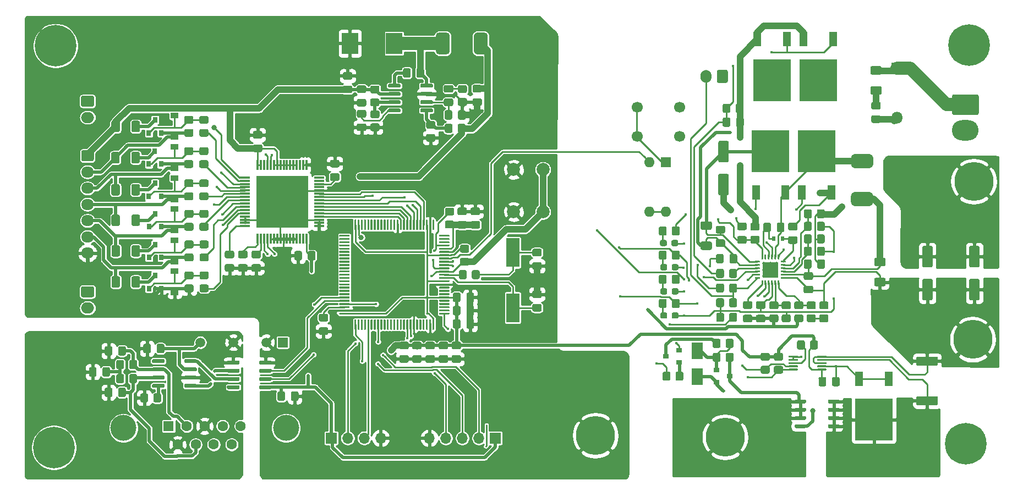
<source format=gbr>
G04 #@! TF.GenerationSoftware,KiCad,Pcbnew,5.1.9-73d0e3b20d~88~ubuntu18.04.1*
G04 #@! TF.CreationDate,2021-03-04T19:29:10-03:00*
G04 #@! TF.ProjectId,bms_hardware,626d735f-6861-4726-9477-6172652e6b69,rev?*
G04 #@! TF.SameCoordinates,Original*
G04 #@! TF.FileFunction,Copper,L1,Top*
G04 #@! TF.FilePolarity,Positive*
%FSLAX46Y46*%
G04 Gerber Fmt 4.6, Leading zero omitted, Abs format (unit mm)*
G04 Created by KiCad (PCBNEW 5.1.9-73d0e3b20d~88~ubuntu18.04.1) date 2021-03-04 19:29:10*
%MOMM*%
%LPD*%
G01*
G04 APERTURE LIST*
G04 #@! TA.AperFunction,ComponentPad*
%ADD10R,1.508000X1.508000*%
G04 #@! TD*
G04 #@! TA.AperFunction,ComponentPad*
%ADD11C,1.508000*%
G04 #@! TD*
G04 #@! TA.AperFunction,ConnectorPad*
%ADD12C,6.000000*%
G04 #@! TD*
G04 #@! TA.AperFunction,ComponentPad*
%ADD13C,3.400000*%
G04 #@! TD*
G04 #@! TA.AperFunction,SMDPad,CuDef*
%ADD14R,5.800000X6.400000*%
G04 #@! TD*
G04 #@! TA.AperFunction,SMDPad,CuDef*
%ADD15R,1.200000X2.200000*%
G04 #@! TD*
G04 #@! TA.AperFunction,ComponentPad*
%ADD16C,4.000000*%
G04 #@! TD*
G04 #@! TA.AperFunction,ComponentPad*
%ADD17C,1.600000*%
G04 #@! TD*
G04 #@! TA.AperFunction,ComponentPad*
%ADD18R,1.600000X1.600000*%
G04 #@! TD*
G04 #@! TA.AperFunction,ComponentPad*
%ADD19C,0.500000*%
G04 #@! TD*
G04 #@! TA.AperFunction,SMDPad,CuDef*
%ADD20R,8.000000X8.000000*%
G04 #@! TD*
G04 #@! TA.AperFunction,SMDPad,CuDef*
%ADD21R,0.300000X1.500000*%
G04 #@! TD*
G04 #@! TA.AperFunction,SMDPad,CuDef*
%ADD22R,1.500000X0.300000*%
G04 #@! TD*
G04 #@! TA.AperFunction,ComponentPad*
%ADD23C,1.700000*%
G04 #@! TD*
G04 #@! TA.AperFunction,ComponentPad*
%ADD24R,1.700000X1.700000*%
G04 #@! TD*
G04 #@! TA.AperFunction,ComponentPad*
%ADD25O,1.700000X1.700000*%
G04 #@! TD*
G04 #@! TA.AperFunction,ComponentPad*
%ADD26C,0.800000*%
G04 #@! TD*
G04 #@! TA.AperFunction,ComponentPad*
%ADD27C,6.400000*%
G04 #@! TD*
G04 #@! TA.AperFunction,ComponentPad*
%ADD28C,2.000000*%
G04 #@! TD*
G04 #@! TA.AperFunction,SMDPad,CuDef*
%ADD29R,2.450000X2.450000*%
G04 #@! TD*
G04 #@! TA.AperFunction,SMDPad,CuDef*
%ADD30R,2.000000X4.500000*%
G04 #@! TD*
G04 #@! TA.AperFunction,SMDPad,CuDef*
%ADD31R,2.500000X3.300000*%
G04 #@! TD*
G04 #@! TA.AperFunction,SMDPad,CuDef*
%ADD32R,0.800000X0.900000*%
G04 #@! TD*
G04 #@! TA.AperFunction,SMDPad,CuDef*
%ADD33R,1.200000X0.900000*%
G04 #@! TD*
G04 #@! TA.AperFunction,ComponentPad*
%ADD34O,1.950000X1.700000*%
G04 #@! TD*
G04 #@! TA.AperFunction,SMDPad,CuDef*
%ADD35R,1.800000X2.500000*%
G04 #@! TD*
G04 #@! TA.AperFunction,ComponentPad*
%ADD36O,1.800000X1.800000*%
G04 #@! TD*
G04 #@! TA.AperFunction,ComponentPad*
%ADD37R,1.800000X1.800000*%
G04 #@! TD*
G04 #@! TA.AperFunction,ComponentPad*
%ADD38O,4.100000X3.160000*%
G04 #@! TD*
G04 #@! TA.AperFunction,ComponentPad*
%ADD39O,1.600000X1.600000*%
G04 #@! TD*
G04 #@! TA.AperFunction,SMDPad,CuDef*
%ADD40R,0.600000X0.700000*%
G04 #@! TD*
G04 #@! TA.AperFunction,ComponentPad*
%ADD41O,2.000000X1.700000*%
G04 #@! TD*
G04 #@! TA.AperFunction,ComponentPad*
%ADD42O,1.700000X2.000000*%
G04 #@! TD*
G04 #@! TA.AperFunction,SMDPad,CuDef*
%ADD43R,0.900000X0.800000*%
G04 #@! TD*
G04 #@! TA.AperFunction,ViaPad*
%ADD44C,0.800000*%
G04 #@! TD*
G04 #@! TA.AperFunction,ViaPad*
%ADD45C,0.450000*%
G04 #@! TD*
G04 #@! TA.AperFunction,Conductor*
%ADD46C,0.250000*%
G04 #@! TD*
G04 #@! TA.AperFunction,Conductor*
%ADD47C,0.500000*%
G04 #@! TD*
G04 #@! TA.AperFunction,Conductor*
%ADD48C,1.000000*%
G04 #@! TD*
G04 #@! TA.AperFunction,Conductor*
%ADD49C,2.000000*%
G04 #@! TD*
G04 #@! TA.AperFunction,Conductor*
%ADD50C,0.254000*%
G04 #@! TD*
G04 #@! TA.AperFunction,Conductor*
%ADD51C,0.100000*%
G04 #@! TD*
G04 APERTURE END LIST*
D10*
X125510000Y-131940000D03*
D11*
X122970000Y-131940000D03*
X117890000Y-131940000D03*
X112810000Y-131940000D03*
D12*
X231830000Y-107150000D03*
D13*
X231830000Y-107150000D03*
G04 #@! TA.AperFunction,SMDPad,CuDef*
G36*
G01*
X218005000Y-120200000D02*
X216755000Y-120200000D01*
G75*
G02*
X216505000Y-119950000I0J250000D01*
G01*
X216505000Y-119150000D01*
G75*
G02*
X216755000Y-118900000I250000J0D01*
G01*
X218005000Y-118900000D01*
G75*
G02*
X218255000Y-119150000I0J-250000D01*
G01*
X218255000Y-119950000D01*
G75*
G02*
X218005000Y-120200000I-250000J0D01*
G01*
G37*
G04 #@! TD.AperFunction*
G04 #@! TA.AperFunction,SMDPad,CuDef*
G36*
G01*
X218005000Y-123300000D02*
X216755000Y-123300000D01*
G75*
G02*
X216505000Y-123050000I0J250000D01*
G01*
X216505000Y-122250000D01*
G75*
G02*
X216755000Y-122000000I250000J0D01*
G01*
X218005000Y-122000000D01*
G75*
G02*
X218255000Y-122250000I0J-250000D01*
G01*
X218255000Y-123050000D01*
G75*
G02*
X218005000Y-123300000I-250000J0D01*
G01*
G37*
G04 #@! TD.AperFunction*
D14*
X207920000Y-91550000D03*
D15*
X205640000Y-85250000D03*
X210200000Y-85250000D03*
G04 #@! TA.AperFunction,SMDPad,CuDef*
G36*
G01*
X104790000Y-140029999D02*
X104790000Y-140930001D01*
G75*
G02*
X104540001Y-141180000I-249999J0D01*
G01*
X103839999Y-141180000D01*
G75*
G02*
X103590000Y-140930001I0J249999D01*
G01*
X103590000Y-140029999D01*
G75*
G02*
X103839999Y-139780000I249999J0D01*
G01*
X104540001Y-139780000D01*
G75*
G02*
X104790000Y-140029999I0J-249999D01*
G01*
G37*
G04 #@! TD.AperFunction*
G04 #@! TA.AperFunction,SMDPad,CuDef*
G36*
G01*
X106790000Y-140029999D02*
X106790000Y-140930001D01*
G75*
G02*
X106540001Y-141180000I-249999J0D01*
G01*
X105839999Y-141180000D01*
G75*
G02*
X105590000Y-140930001I0J249999D01*
G01*
X105590000Y-140029999D01*
G75*
G02*
X105839999Y-139780000I249999J0D01*
G01*
X106540001Y-139780000D01*
G75*
G02*
X106790000Y-140029999I0J-249999D01*
G01*
G37*
G04 #@! TD.AperFunction*
G04 #@! TA.AperFunction,SMDPad,CuDef*
G36*
G01*
X126760000Y-140685000D02*
X126760000Y-139735000D01*
G75*
G02*
X127010000Y-139485000I250000J0D01*
G01*
X127685000Y-139485000D01*
G75*
G02*
X127935000Y-139735000I0J-250000D01*
G01*
X127935000Y-140685000D01*
G75*
G02*
X127685000Y-140935000I-250000J0D01*
G01*
X127010000Y-140935000D01*
G75*
G02*
X126760000Y-140685000I0J250000D01*
G01*
G37*
G04 #@! TD.AperFunction*
G04 #@! TA.AperFunction,SMDPad,CuDef*
G36*
G01*
X124685000Y-140685000D02*
X124685000Y-139735000D01*
G75*
G02*
X124935000Y-139485000I250000J0D01*
G01*
X125610000Y-139485000D01*
G75*
G02*
X125860000Y-139735000I0J-250000D01*
G01*
X125860000Y-140685000D01*
G75*
G02*
X125610000Y-140935000I-250000J0D01*
G01*
X124935000Y-140935000D01*
G75*
G02*
X124685000Y-140685000I0J250000D01*
G01*
G37*
G04 #@! TD.AperFunction*
D16*
X125990000Y-145120000D03*
X100990000Y-145120000D03*
D17*
X117645000Y-147660000D03*
X114875000Y-147660000D03*
X112105000Y-147660000D03*
X109335000Y-147660000D03*
X119030000Y-144820000D03*
X116260000Y-144820000D03*
X113490000Y-144820000D03*
X110720000Y-144820000D03*
D18*
X107950000Y-144820000D03*
G04 #@! TA.AperFunction,SMDPad,CuDef*
G36*
G01*
X107330000Y-138475000D02*
X107330000Y-138775000D01*
G75*
G02*
X107180000Y-138925000I-150000J0D01*
G01*
X105530000Y-138925000D01*
G75*
G02*
X105380000Y-138775000I0J150000D01*
G01*
X105380000Y-138475000D01*
G75*
G02*
X105530000Y-138325000I150000J0D01*
G01*
X107180000Y-138325000D01*
G75*
G02*
X107330000Y-138475000I0J-150000D01*
G01*
G37*
G04 #@! TD.AperFunction*
G04 #@! TA.AperFunction,SMDPad,CuDef*
G36*
G01*
X107330000Y-137205000D02*
X107330000Y-137505000D01*
G75*
G02*
X107180000Y-137655000I-150000J0D01*
G01*
X105530000Y-137655000D01*
G75*
G02*
X105380000Y-137505000I0J150000D01*
G01*
X105380000Y-137205000D01*
G75*
G02*
X105530000Y-137055000I150000J0D01*
G01*
X107180000Y-137055000D01*
G75*
G02*
X107330000Y-137205000I0J-150000D01*
G01*
G37*
G04 #@! TD.AperFunction*
G04 #@! TA.AperFunction,SMDPad,CuDef*
G36*
G01*
X107330000Y-135935000D02*
X107330000Y-136235000D01*
G75*
G02*
X107180000Y-136385000I-150000J0D01*
G01*
X105530000Y-136385000D01*
G75*
G02*
X105380000Y-136235000I0J150000D01*
G01*
X105380000Y-135935000D01*
G75*
G02*
X105530000Y-135785000I150000J0D01*
G01*
X107180000Y-135785000D01*
G75*
G02*
X107330000Y-135935000I0J-150000D01*
G01*
G37*
G04 #@! TD.AperFunction*
G04 #@! TA.AperFunction,SMDPad,CuDef*
G36*
G01*
X107330000Y-134665000D02*
X107330000Y-134965000D01*
G75*
G02*
X107180000Y-135115000I-150000J0D01*
G01*
X105530000Y-135115000D01*
G75*
G02*
X105380000Y-134965000I0J150000D01*
G01*
X105380000Y-134665000D01*
G75*
G02*
X105530000Y-134515000I150000J0D01*
G01*
X107180000Y-134515000D01*
G75*
G02*
X107330000Y-134665000I0J-150000D01*
G01*
G37*
G04 #@! TD.AperFunction*
G04 #@! TA.AperFunction,SMDPad,CuDef*
G36*
G01*
X112280000Y-134665000D02*
X112280000Y-134965000D01*
G75*
G02*
X112130000Y-135115000I-150000J0D01*
G01*
X110480000Y-135115000D01*
G75*
G02*
X110330000Y-134965000I0J150000D01*
G01*
X110330000Y-134665000D01*
G75*
G02*
X110480000Y-134515000I150000J0D01*
G01*
X112130000Y-134515000D01*
G75*
G02*
X112280000Y-134665000I0J-150000D01*
G01*
G37*
G04 #@! TD.AperFunction*
G04 #@! TA.AperFunction,SMDPad,CuDef*
G36*
G01*
X112280000Y-135935000D02*
X112280000Y-136235000D01*
G75*
G02*
X112130000Y-136385000I-150000J0D01*
G01*
X110480000Y-136385000D01*
G75*
G02*
X110330000Y-136235000I0J150000D01*
G01*
X110330000Y-135935000D01*
G75*
G02*
X110480000Y-135785000I150000J0D01*
G01*
X112130000Y-135785000D01*
G75*
G02*
X112280000Y-135935000I0J-150000D01*
G01*
G37*
G04 #@! TD.AperFunction*
G04 #@! TA.AperFunction,SMDPad,CuDef*
G36*
G01*
X112280000Y-137205000D02*
X112280000Y-137505000D01*
G75*
G02*
X112130000Y-137655000I-150000J0D01*
G01*
X110480000Y-137655000D01*
G75*
G02*
X110330000Y-137505000I0J150000D01*
G01*
X110330000Y-137205000D01*
G75*
G02*
X110480000Y-137055000I150000J0D01*
G01*
X112130000Y-137055000D01*
G75*
G02*
X112280000Y-137205000I0J-150000D01*
G01*
G37*
G04 #@! TD.AperFunction*
G04 #@! TA.AperFunction,SMDPad,CuDef*
G36*
G01*
X112280000Y-138475000D02*
X112280000Y-138775000D01*
G75*
G02*
X112130000Y-138925000I-150000J0D01*
G01*
X110480000Y-138925000D01*
G75*
G02*
X110330000Y-138775000I0J150000D01*
G01*
X110330000Y-138475000D01*
G75*
G02*
X110480000Y-138325000I150000J0D01*
G01*
X112130000Y-138325000D01*
G75*
G02*
X112280000Y-138475000I0J-150000D01*
G01*
G37*
G04 #@! TD.AperFunction*
D14*
X216460000Y-143820000D03*
D15*
X214180000Y-137520000D03*
X218740000Y-137520000D03*
G04 #@! TA.AperFunction,SMDPad,CuDef*
G36*
G01*
X146650000Y-92565000D02*
X146650000Y-92265000D01*
G75*
G02*
X146800000Y-92115000I150000J0D01*
G01*
X148450000Y-92115000D01*
G75*
G02*
X148600000Y-92265000I0J-150000D01*
G01*
X148600000Y-92565000D01*
G75*
G02*
X148450000Y-92715000I-150000J0D01*
G01*
X146800000Y-92715000D01*
G75*
G02*
X146650000Y-92565000I0J150000D01*
G01*
G37*
G04 #@! TD.AperFunction*
G04 #@! TA.AperFunction,SMDPad,CuDef*
G36*
G01*
X146650000Y-93835000D02*
X146650000Y-93535000D01*
G75*
G02*
X146800000Y-93385000I150000J0D01*
G01*
X148450000Y-93385000D01*
G75*
G02*
X148600000Y-93535000I0J-150000D01*
G01*
X148600000Y-93835000D01*
G75*
G02*
X148450000Y-93985000I-150000J0D01*
G01*
X146800000Y-93985000D01*
G75*
G02*
X146650000Y-93835000I0J150000D01*
G01*
G37*
G04 #@! TD.AperFunction*
G04 #@! TA.AperFunction,SMDPad,CuDef*
G36*
G01*
X146650000Y-95105000D02*
X146650000Y-94805000D01*
G75*
G02*
X146800000Y-94655000I150000J0D01*
G01*
X148450000Y-94655000D01*
G75*
G02*
X148600000Y-94805000I0J-150000D01*
G01*
X148600000Y-95105000D01*
G75*
G02*
X148450000Y-95255000I-150000J0D01*
G01*
X146800000Y-95255000D01*
G75*
G02*
X146650000Y-95105000I0J150000D01*
G01*
G37*
G04 #@! TD.AperFunction*
G04 #@! TA.AperFunction,SMDPad,CuDef*
G36*
G01*
X146650000Y-96375000D02*
X146650000Y-96075000D01*
G75*
G02*
X146800000Y-95925000I150000J0D01*
G01*
X148450000Y-95925000D01*
G75*
G02*
X148600000Y-96075000I0J-150000D01*
G01*
X148600000Y-96375000D01*
G75*
G02*
X148450000Y-96525000I-150000J0D01*
G01*
X146800000Y-96525000D01*
G75*
G02*
X146650000Y-96375000I0J150000D01*
G01*
G37*
G04 #@! TD.AperFunction*
G04 #@! TA.AperFunction,SMDPad,CuDef*
G36*
G01*
X141700000Y-96375000D02*
X141700000Y-96075000D01*
G75*
G02*
X141850000Y-95925000I150000J0D01*
G01*
X143500000Y-95925000D01*
G75*
G02*
X143650000Y-96075000I0J-150000D01*
G01*
X143650000Y-96375000D01*
G75*
G02*
X143500000Y-96525000I-150000J0D01*
G01*
X141850000Y-96525000D01*
G75*
G02*
X141700000Y-96375000I0J150000D01*
G01*
G37*
G04 #@! TD.AperFunction*
G04 #@! TA.AperFunction,SMDPad,CuDef*
G36*
G01*
X141700000Y-95105000D02*
X141700000Y-94805000D01*
G75*
G02*
X141850000Y-94655000I150000J0D01*
G01*
X143500000Y-94655000D01*
G75*
G02*
X143650000Y-94805000I0J-150000D01*
G01*
X143650000Y-95105000D01*
G75*
G02*
X143500000Y-95255000I-150000J0D01*
G01*
X141850000Y-95255000D01*
G75*
G02*
X141700000Y-95105000I0J150000D01*
G01*
G37*
G04 #@! TD.AperFunction*
G04 #@! TA.AperFunction,SMDPad,CuDef*
G36*
G01*
X141700000Y-93835000D02*
X141700000Y-93535000D01*
G75*
G02*
X141850000Y-93385000I150000J0D01*
G01*
X143500000Y-93385000D01*
G75*
G02*
X143650000Y-93535000I0J-150000D01*
G01*
X143650000Y-93835000D01*
G75*
G02*
X143500000Y-93985000I-150000J0D01*
G01*
X141850000Y-93985000D01*
G75*
G02*
X141700000Y-93835000I0J150000D01*
G01*
G37*
G04 #@! TD.AperFunction*
G04 #@! TA.AperFunction,SMDPad,CuDef*
G36*
G01*
X141700000Y-92565000D02*
X141700000Y-92265000D01*
G75*
G02*
X141850000Y-92115000I150000J0D01*
G01*
X143500000Y-92115000D01*
G75*
G02*
X143650000Y-92265000I0J-150000D01*
G01*
X143650000Y-92565000D01*
G75*
G02*
X143500000Y-92715000I-150000J0D01*
G01*
X141850000Y-92715000D01*
G75*
G02*
X141700000Y-92565000I0J150000D01*
G01*
G37*
G04 #@! TD.AperFunction*
D19*
X128900000Y-112790000D03*
X128900000Y-113790000D03*
X127900000Y-113790000D03*
X127900000Y-112790000D03*
X124900000Y-113790000D03*
X123900000Y-113790000D03*
X124900000Y-112790000D03*
X123900000Y-112790000D03*
X121900000Y-113790000D03*
X121900000Y-112790000D03*
X122900000Y-112790000D03*
X122900000Y-113790000D03*
X126900000Y-112790000D03*
X125900000Y-113790000D03*
X125900000Y-112790000D03*
X126900000Y-113790000D03*
X128900000Y-110790000D03*
X128900000Y-111790000D03*
X127900000Y-111790000D03*
X127900000Y-110790000D03*
X124900000Y-111790000D03*
X123900000Y-111790000D03*
X124900000Y-110790000D03*
X123900000Y-110790000D03*
X121900000Y-111790000D03*
X121900000Y-110790000D03*
X122900000Y-110790000D03*
X122900000Y-111790000D03*
X126900000Y-110790000D03*
X125900000Y-111790000D03*
X125900000Y-110790000D03*
X126900000Y-111790000D03*
X126900000Y-109790000D03*
X125900000Y-108790000D03*
X125900000Y-109790000D03*
X126900000Y-108790000D03*
X127900000Y-108790000D03*
X128900000Y-108790000D03*
X128900000Y-109790000D03*
X127900000Y-109790000D03*
X126900000Y-107790000D03*
X125900000Y-106790000D03*
X125900000Y-107790000D03*
X126900000Y-106790000D03*
X127900000Y-106790000D03*
X128900000Y-106790000D03*
X128900000Y-107790000D03*
X127900000Y-107790000D03*
X124900000Y-106790000D03*
X123900000Y-106790000D03*
X123900000Y-109790000D03*
X123900000Y-108790000D03*
X124900000Y-109790000D03*
X124900000Y-108790000D03*
X124900000Y-107790000D03*
X123900000Y-107790000D03*
X122900000Y-106790000D03*
X122900000Y-109790000D03*
X122900000Y-107790000D03*
X122900000Y-108790000D03*
X121900000Y-106790000D03*
X121900000Y-109790000D03*
X121900000Y-108790000D03*
X121900000Y-107790000D03*
D20*
X125400000Y-110290000D03*
D21*
X121650000Y-104590000D03*
X122150000Y-104590000D03*
X122650000Y-104590000D03*
X123150000Y-104590000D03*
X123650000Y-104590000D03*
X124150000Y-104590000D03*
X124650000Y-104590000D03*
X125150000Y-104590000D03*
X125650000Y-104590000D03*
X126150000Y-104590000D03*
X126650000Y-104590000D03*
X127150000Y-104590000D03*
X127650000Y-104590000D03*
X128150000Y-104590000D03*
X128650000Y-104590000D03*
X129150000Y-104590000D03*
D22*
X131100000Y-106540000D03*
X131100000Y-107040000D03*
X131100000Y-107540000D03*
X131100000Y-108040000D03*
X131100000Y-108540000D03*
X131100000Y-109040000D03*
X131100000Y-109540000D03*
X131100000Y-110040000D03*
X131100000Y-110540000D03*
X131100000Y-111040000D03*
X131100000Y-111540000D03*
X131100000Y-112040000D03*
X131100000Y-112540000D03*
X131100000Y-113040000D03*
X131100000Y-113540000D03*
X131100000Y-114040000D03*
D21*
X129150000Y-115990000D03*
X128650000Y-115990000D03*
X128150000Y-115990000D03*
X127650000Y-115990000D03*
X127150000Y-115990000D03*
X126650000Y-115990000D03*
X126150000Y-115990000D03*
X125650000Y-115990000D03*
X125150000Y-115990000D03*
X124650000Y-115990000D03*
X124150000Y-115990000D03*
X123650000Y-115990000D03*
X123150000Y-115990000D03*
X122650000Y-115990000D03*
X122150000Y-115990000D03*
X121650000Y-115990000D03*
D22*
X119700000Y-114040000D03*
X119700000Y-113540000D03*
X119700000Y-113040000D03*
X119700000Y-112540000D03*
X119700000Y-112040000D03*
X119700000Y-111540000D03*
X119700000Y-111040000D03*
X119700000Y-110540000D03*
X119700000Y-110040000D03*
X119700000Y-109540000D03*
X119700000Y-109040000D03*
X119700000Y-108540000D03*
X119700000Y-108040000D03*
X119700000Y-107540000D03*
X119700000Y-107040000D03*
X119700000Y-106540000D03*
D23*
X180050000Y-95750000D03*
X186550000Y-95750000D03*
X180050000Y-100250000D03*
X186550000Y-100250000D03*
G04 #@! TA.AperFunction,SMDPad,CuDef*
G36*
G01*
X101087500Y-137059999D02*
X101087500Y-137960001D01*
G75*
G02*
X100837501Y-138210000I-249999J0D01*
G01*
X100137499Y-138210000D01*
G75*
G02*
X99887500Y-137960001I0J249999D01*
G01*
X99887500Y-137059999D01*
G75*
G02*
X100137499Y-136810000I249999J0D01*
G01*
X100837501Y-136810000D01*
G75*
G02*
X101087500Y-137059999I0J-249999D01*
G01*
G37*
G04 #@! TD.AperFunction*
G04 #@! TA.AperFunction,SMDPad,CuDef*
G36*
G01*
X103087500Y-137059999D02*
X103087500Y-137960001D01*
G75*
G02*
X102837501Y-138210000I-249999J0D01*
G01*
X102137499Y-138210000D01*
G75*
G02*
X101887500Y-137960001I0J249999D01*
G01*
X101887500Y-137059999D01*
G75*
G02*
X102137499Y-136810000I249999J0D01*
G01*
X102837501Y-136810000D01*
G75*
G02*
X103087500Y-137059999I0J-249999D01*
G01*
G37*
G04 #@! TD.AperFunction*
G04 #@! TA.AperFunction,SMDPad,CuDef*
G36*
G01*
X101887500Y-135800001D02*
X101887500Y-134899999D01*
G75*
G02*
X102137499Y-134650000I249999J0D01*
G01*
X102837501Y-134650000D01*
G75*
G02*
X103087500Y-134899999I0J-249999D01*
G01*
X103087500Y-135800001D01*
G75*
G02*
X102837501Y-136050000I-249999J0D01*
G01*
X102137499Y-136050000D01*
G75*
G02*
X101887500Y-135800001I0J249999D01*
G01*
G37*
G04 #@! TD.AperFunction*
G04 #@! TA.AperFunction,SMDPad,CuDef*
G36*
G01*
X99887500Y-135800001D02*
X99887500Y-134899999D01*
G75*
G02*
X100137499Y-134650000I249999J0D01*
G01*
X100837501Y-134650000D01*
G75*
G02*
X101087500Y-134899999I0J-249999D01*
G01*
X101087500Y-135800001D01*
G75*
G02*
X100837501Y-136050000I-249999J0D01*
G01*
X100137499Y-136050000D01*
G75*
G02*
X99887500Y-135800001I0J249999D01*
G01*
G37*
G04 #@! TD.AperFunction*
G04 #@! TA.AperFunction,SMDPad,CuDef*
G36*
G01*
X209400000Y-141175000D02*
X209400000Y-140875000D01*
G75*
G02*
X209550000Y-140725000I150000J0D01*
G01*
X211000000Y-140725000D01*
G75*
G02*
X211150000Y-140875000I0J-150000D01*
G01*
X211150000Y-141175000D01*
G75*
G02*
X211000000Y-141325000I-150000J0D01*
G01*
X209550000Y-141325000D01*
G75*
G02*
X209400000Y-141175000I0J150000D01*
G01*
G37*
G04 #@! TD.AperFunction*
G04 #@! TA.AperFunction,SMDPad,CuDef*
G36*
G01*
X209400000Y-142445000D02*
X209400000Y-142145000D01*
G75*
G02*
X209550000Y-141995000I150000J0D01*
G01*
X211000000Y-141995000D01*
G75*
G02*
X211150000Y-142145000I0J-150000D01*
G01*
X211150000Y-142445000D01*
G75*
G02*
X211000000Y-142595000I-150000J0D01*
G01*
X209550000Y-142595000D01*
G75*
G02*
X209400000Y-142445000I0J150000D01*
G01*
G37*
G04 #@! TD.AperFunction*
G04 #@! TA.AperFunction,SMDPad,CuDef*
G36*
G01*
X209400000Y-143715000D02*
X209400000Y-143415000D01*
G75*
G02*
X209550000Y-143265000I150000J0D01*
G01*
X211000000Y-143265000D01*
G75*
G02*
X211150000Y-143415000I0J-150000D01*
G01*
X211150000Y-143715000D01*
G75*
G02*
X211000000Y-143865000I-150000J0D01*
G01*
X209550000Y-143865000D01*
G75*
G02*
X209400000Y-143715000I0J150000D01*
G01*
G37*
G04 #@! TD.AperFunction*
G04 #@! TA.AperFunction,SMDPad,CuDef*
G36*
G01*
X209400000Y-144985000D02*
X209400000Y-144685000D01*
G75*
G02*
X209550000Y-144535000I150000J0D01*
G01*
X211000000Y-144535000D01*
G75*
G02*
X211150000Y-144685000I0J-150000D01*
G01*
X211150000Y-144985000D01*
G75*
G02*
X211000000Y-145135000I-150000J0D01*
G01*
X209550000Y-145135000D01*
G75*
G02*
X209400000Y-144985000I0J150000D01*
G01*
G37*
G04 #@! TD.AperFunction*
G04 #@! TA.AperFunction,SMDPad,CuDef*
G36*
G01*
X204250000Y-144985000D02*
X204250000Y-144685000D01*
G75*
G02*
X204400000Y-144535000I150000J0D01*
G01*
X205850000Y-144535000D01*
G75*
G02*
X206000000Y-144685000I0J-150000D01*
G01*
X206000000Y-144985000D01*
G75*
G02*
X205850000Y-145135000I-150000J0D01*
G01*
X204400000Y-145135000D01*
G75*
G02*
X204250000Y-144985000I0J150000D01*
G01*
G37*
G04 #@! TD.AperFunction*
G04 #@! TA.AperFunction,SMDPad,CuDef*
G36*
G01*
X204250000Y-143715000D02*
X204250000Y-143415000D01*
G75*
G02*
X204400000Y-143265000I150000J0D01*
G01*
X205850000Y-143265000D01*
G75*
G02*
X206000000Y-143415000I0J-150000D01*
G01*
X206000000Y-143715000D01*
G75*
G02*
X205850000Y-143865000I-150000J0D01*
G01*
X204400000Y-143865000D01*
G75*
G02*
X204250000Y-143715000I0J150000D01*
G01*
G37*
G04 #@! TD.AperFunction*
G04 #@! TA.AperFunction,SMDPad,CuDef*
G36*
G01*
X204250000Y-142445000D02*
X204250000Y-142145000D01*
G75*
G02*
X204400000Y-141995000I150000J0D01*
G01*
X205850000Y-141995000D01*
G75*
G02*
X206000000Y-142145000I0J-150000D01*
G01*
X206000000Y-142445000D01*
G75*
G02*
X205850000Y-142595000I-150000J0D01*
G01*
X204400000Y-142595000D01*
G75*
G02*
X204250000Y-142445000I0J150000D01*
G01*
G37*
G04 #@! TD.AperFunction*
G04 #@! TA.AperFunction,SMDPad,CuDef*
G36*
G01*
X204250000Y-141175000D02*
X204250000Y-140875000D01*
G75*
G02*
X204400000Y-140725000I150000J0D01*
G01*
X205850000Y-140725000D01*
G75*
G02*
X206000000Y-140875000I0J-150000D01*
G01*
X206000000Y-141175000D01*
G75*
G02*
X205850000Y-141325000I-150000J0D01*
G01*
X204400000Y-141325000D01*
G75*
G02*
X204250000Y-141175000I0J150000D01*
G01*
G37*
G04 #@! TD.AperFunction*
G04 #@! TA.AperFunction,SMDPad,CuDef*
G36*
G01*
X99287500Y-139155000D02*
X99287500Y-140105000D01*
G75*
G02*
X99037500Y-140355000I-250000J0D01*
G01*
X98362500Y-140355000D01*
G75*
G02*
X98112500Y-140105000I0J250000D01*
G01*
X98112500Y-139155000D01*
G75*
G02*
X98362500Y-138905000I250000J0D01*
G01*
X99037500Y-138905000D01*
G75*
G02*
X99287500Y-139155000I0J-250000D01*
G01*
G37*
G04 #@! TD.AperFunction*
G04 #@! TA.AperFunction,SMDPad,CuDef*
G36*
G01*
X101362500Y-139155000D02*
X101362500Y-140105000D01*
G75*
G02*
X101112500Y-140355000I-250000J0D01*
G01*
X100437500Y-140355000D01*
G75*
G02*
X100187500Y-140105000I0J250000D01*
G01*
X100187500Y-139155000D01*
G75*
G02*
X100437500Y-138905000I250000J0D01*
G01*
X101112500Y-138905000D01*
G75*
G02*
X101362500Y-139155000I0J-250000D01*
G01*
G37*
G04 #@! TD.AperFunction*
G04 #@! TA.AperFunction,SMDPad,CuDef*
G36*
G01*
X99287500Y-132765000D02*
X99287500Y-133715000D01*
G75*
G02*
X99037500Y-133965000I-250000J0D01*
G01*
X98362500Y-133965000D01*
G75*
G02*
X98112500Y-133715000I0J250000D01*
G01*
X98112500Y-132765000D01*
G75*
G02*
X98362500Y-132515000I250000J0D01*
G01*
X99037500Y-132515000D01*
G75*
G02*
X99287500Y-132765000I0J-250000D01*
G01*
G37*
G04 #@! TD.AperFunction*
G04 #@! TA.AperFunction,SMDPad,CuDef*
G36*
G01*
X101362500Y-132765000D02*
X101362500Y-133715000D01*
G75*
G02*
X101112500Y-133965000I-250000J0D01*
G01*
X100437500Y-133965000D01*
G75*
G02*
X100187500Y-133715000I0J250000D01*
G01*
X100187500Y-132765000D01*
G75*
G02*
X100437500Y-132515000I250000J0D01*
G01*
X101112500Y-132515000D01*
G75*
G02*
X101362500Y-132765000I0J-250000D01*
G01*
G37*
G04 #@! TD.AperFunction*
G04 #@! TA.AperFunction,SMDPad,CuDef*
G36*
G01*
X96860000Y-136005000D02*
X96860000Y-136955000D01*
G75*
G02*
X96610000Y-137205000I-250000J0D01*
G01*
X95935000Y-137205000D01*
G75*
G02*
X95685000Y-136955000I0J250000D01*
G01*
X95685000Y-136005000D01*
G75*
G02*
X95935000Y-135755000I250000J0D01*
G01*
X96610000Y-135755000D01*
G75*
G02*
X96860000Y-136005000I0J-250000D01*
G01*
G37*
G04 #@! TD.AperFunction*
G04 #@! TA.AperFunction,SMDPad,CuDef*
G36*
G01*
X98935000Y-136005000D02*
X98935000Y-136955000D01*
G75*
G02*
X98685000Y-137205000I-250000J0D01*
G01*
X98010000Y-137205000D01*
G75*
G02*
X97760000Y-136955000I0J250000D01*
G01*
X97760000Y-136005000D01*
G75*
G02*
X98010000Y-135755000I250000J0D01*
G01*
X98685000Y-135755000D01*
G75*
G02*
X98935000Y-136005000I0J-250000D01*
G01*
G37*
G04 #@! TD.AperFunction*
G04 #@! TA.AperFunction,SMDPad,CuDef*
G36*
G01*
X105210000Y-132405000D02*
X105210000Y-133355000D01*
G75*
G02*
X104960000Y-133605000I-250000J0D01*
G01*
X104285000Y-133605000D01*
G75*
G02*
X104035000Y-133355000I0J250000D01*
G01*
X104035000Y-132405000D01*
G75*
G02*
X104285000Y-132155000I250000J0D01*
G01*
X104960000Y-132155000D01*
G75*
G02*
X105210000Y-132405000I0J-250000D01*
G01*
G37*
G04 #@! TD.AperFunction*
G04 #@! TA.AperFunction,SMDPad,CuDef*
G36*
G01*
X107285000Y-132405000D02*
X107285000Y-133355000D01*
G75*
G02*
X107035000Y-133605000I-250000J0D01*
G01*
X106360000Y-133605000D01*
G75*
G02*
X106110000Y-133355000I0J250000D01*
G01*
X106110000Y-132405000D01*
G75*
G02*
X106360000Y-132155000I250000J0D01*
G01*
X107035000Y-132155000D01*
G75*
G02*
X107285000Y-132405000I0J-250000D01*
G01*
G37*
G04 #@! TD.AperFunction*
D24*
X158210000Y-146670000D03*
D25*
X155670000Y-146670000D03*
X153130000Y-146670000D03*
X150590000Y-146670000D03*
X148050000Y-146670000D03*
D26*
X91987056Y-146442944D03*
X90290000Y-145740000D03*
X88592944Y-146442944D03*
X87890000Y-148140000D03*
X88592944Y-149837056D03*
X90290000Y-150540000D03*
X91987056Y-149837056D03*
X92690000Y-148140000D03*
D27*
X90290000Y-148140000D03*
D26*
X92262057Y-84572944D03*
X90565001Y-83870000D03*
X88867945Y-84572944D03*
X88165001Y-86270000D03*
X88867945Y-87967056D03*
X90565001Y-88670000D03*
X92262057Y-87967056D03*
X92965001Y-86270000D03*
D27*
X90565001Y-86270000D03*
D26*
X232287056Y-145812944D03*
X230590000Y-145110000D03*
X228892944Y-145812944D03*
X228190000Y-147510000D03*
X228892944Y-149207056D03*
X230590000Y-149910000D03*
X232287056Y-149207056D03*
X232990000Y-147510000D03*
D27*
X230590000Y-147510000D03*
D26*
X232827056Y-84452944D03*
X231130000Y-83750000D03*
X229432944Y-84452944D03*
X228730000Y-86150000D03*
X229432944Y-87847056D03*
X231130000Y-88550000D03*
X232827056Y-87847056D03*
X233530000Y-86150000D03*
D27*
X231130000Y-86150000D03*
G04 #@! TA.AperFunction,SMDPad,CuDef*
G36*
G01*
X151200000Y-84737500D02*
X151200000Y-87062500D01*
G75*
G02*
X150662500Y-87600000I-537500J0D01*
G01*
X149587500Y-87600000D01*
G75*
G02*
X149050000Y-87062500I0J537500D01*
G01*
X149050000Y-84737500D01*
G75*
G02*
X149587500Y-84200000I537500J0D01*
G01*
X150662500Y-84200000D01*
G75*
G02*
X151200000Y-84737500I0J-537500D01*
G01*
G37*
G04 #@! TD.AperFunction*
G04 #@! TA.AperFunction,SMDPad,CuDef*
G36*
G01*
X157050000Y-84737500D02*
X157050000Y-87062500D01*
G75*
G02*
X156512500Y-87600000I-537500J0D01*
G01*
X155437500Y-87600000D01*
G75*
G02*
X154900000Y-87062500I0J537500D01*
G01*
X154900000Y-84737500D01*
G75*
G02*
X155437500Y-84200000I537500J0D01*
G01*
X156512500Y-84200000D01*
G75*
G02*
X157050000Y-84737500I0J-537500D01*
G01*
G37*
G04 #@! TD.AperFunction*
D28*
X161030000Y-105330000D03*
X165530000Y-105330000D03*
X161030000Y-111830000D03*
X165530000Y-111830000D03*
G04 #@! TA.AperFunction,SMDPad,CuDef*
G36*
G01*
X118870000Y-138675000D02*
X118870000Y-138975000D01*
G75*
G02*
X118720000Y-139125000I-150000J0D01*
G01*
X117070000Y-139125000D01*
G75*
G02*
X116920000Y-138975000I0J150000D01*
G01*
X116920000Y-138675000D01*
G75*
G02*
X117070000Y-138525000I150000J0D01*
G01*
X118720000Y-138525000D01*
G75*
G02*
X118870000Y-138675000I0J-150000D01*
G01*
G37*
G04 #@! TD.AperFunction*
G04 #@! TA.AperFunction,SMDPad,CuDef*
G36*
G01*
X118870000Y-137405000D02*
X118870000Y-137705000D01*
G75*
G02*
X118720000Y-137855000I-150000J0D01*
G01*
X117070000Y-137855000D01*
G75*
G02*
X116920000Y-137705000I0J150000D01*
G01*
X116920000Y-137405000D01*
G75*
G02*
X117070000Y-137255000I150000J0D01*
G01*
X118720000Y-137255000D01*
G75*
G02*
X118870000Y-137405000I0J-150000D01*
G01*
G37*
G04 #@! TD.AperFunction*
G04 #@! TA.AperFunction,SMDPad,CuDef*
G36*
G01*
X118870000Y-136135000D02*
X118870000Y-136435000D01*
G75*
G02*
X118720000Y-136585000I-150000J0D01*
G01*
X117070000Y-136585000D01*
G75*
G02*
X116920000Y-136435000I0J150000D01*
G01*
X116920000Y-136135000D01*
G75*
G02*
X117070000Y-135985000I150000J0D01*
G01*
X118720000Y-135985000D01*
G75*
G02*
X118870000Y-136135000I0J-150000D01*
G01*
G37*
G04 #@! TD.AperFunction*
G04 #@! TA.AperFunction,SMDPad,CuDef*
G36*
G01*
X118870000Y-134865000D02*
X118870000Y-135165000D01*
G75*
G02*
X118720000Y-135315000I-150000J0D01*
G01*
X117070000Y-135315000D01*
G75*
G02*
X116920000Y-135165000I0J150000D01*
G01*
X116920000Y-134865000D01*
G75*
G02*
X117070000Y-134715000I150000J0D01*
G01*
X118720000Y-134715000D01*
G75*
G02*
X118870000Y-134865000I0J-150000D01*
G01*
G37*
G04 #@! TD.AperFunction*
G04 #@! TA.AperFunction,SMDPad,CuDef*
G36*
G01*
X123820000Y-134865000D02*
X123820000Y-135165000D01*
G75*
G02*
X123670000Y-135315000I-150000J0D01*
G01*
X122020000Y-135315000D01*
G75*
G02*
X121870000Y-135165000I0J150000D01*
G01*
X121870000Y-134865000D01*
G75*
G02*
X122020000Y-134715000I150000J0D01*
G01*
X123670000Y-134715000D01*
G75*
G02*
X123820000Y-134865000I0J-150000D01*
G01*
G37*
G04 #@! TD.AperFunction*
G04 #@! TA.AperFunction,SMDPad,CuDef*
G36*
G01*
X123820000Y-136135000D02*
X123820000Y-136435000D01*
G75*
G02*
X123670000Y-136585000I-150000J0D01*
G01*
X122020000Y-136585000D01*
G75*
G02*
X121870000Y-136435000I0J150000D01*
G01*
X121870000Y-136135000D01*
G75*
G02*
X122020000Y-135985000I150000J0D01*
G01*
X123670000Y-135985000D01*
G75*
G02*
X123820000Y-136135000I0J-150000D01*
G01*
G37*
G04 #@! TD.AperFunction*
G04 #@! TA.AperFunction,SMDPad,CuDef*
G36*
G01*
X123820000Y-137405000D02*
X123820000Y-137705000D01*
G75*
G02*
X123670000Y-137855000I-150000J0D01*
G01*
X122020000Y-137855000D01*
G75*
G02*
X121870000Y-137705000I0J150000D01*
G01*
X121870000Y-137405000D01*
G75*
G02*
X122020000Y-137255000I150000J0D01*
G01*
X123670000Y-137255000D01*
G75*
G02*
X123820000Y-137405000I0J-150000D01*
G01*
G37*
G04 #@! TD.AperFunction*
G04 #@! TA.AperFunction,SMDPad,CuDef*
G36*
G01*
X123820000Y-138675000D02*
X123820000Y-138975000D01*
G75*
G02*
X123670000Y-139125000I-150000J0D01*
G01*
X122020000Y-139125000D01*
G75*
G02*
X121870000Y-138975000I0J150000D01*
G01*
X121870000Y-138675000D01*
G75*
G02*
X122020000Y-138525000I150000J0D01*
G01*
X123670000Y-138525000D01*
G75*
G02*
X123820000Y-138675000I0J-150000D01*
G01*
G37*
G04 #@! TD.AperFunction*
D12*
X231670000Y-131480000D03*
D13*
X231670000Y-131480000D03*
D12*
X193570000Y-146530000D03*
D13*
X193570000Y-146530000D03*
D25*
X140570000Y-146670000D03*
X138030000Y-146670000D03*
X135490000Y-146670000D03*
D24*
X132950000Y-146670000D03*
D19*
X201495000Y-121725000D03*
X200520000Y-121725000D03*
X199545000Y-121725000D03*
X201495000Y-120750000D03*
X200520000Y-120750000D03*
X199545000Y-120750000D03*
X201495000Y-119775000D03*
X200520000Y-119775000D03*
X199545000Y-119775000D03*
D29*
X200520000Y-120750000D03*
G04 #@! TA.AperFunction,SMDPad,CuDef*
G36*
G01*
X199145000Y-119087500D02*
X199145000Y-118437500D01*
G75*
G02*
X199207500Y-118375000I62500J0D01*
G01*
X199332500Y-118375000D01*
G75*
G02*
X199395000Y-118437500I0J-62500D01*
G01*
X199395000Y-119087500D01*
G75*
G02*
X199332500Y-119150000I-62500J0D01*
G01*
X199207500Y-119150000D01*
G75*
G02*
X199145000Y-119087500I0J62500D01*
G01*
G37*
G04 #@! TD.AperFunction*
G04 #@! TA.AperFunction,SMDPad,CuDef*
G36*
G01*
X199645000Y-119087500D02*
X199645000Y-118437500D01*
G75*
G02*
X199707500Y-118375000I62500J0D01*
G01*
X199832500Y-118375000D01*
G75*
G02*
X199895000Y-118437500I0J-62500D01*
G01*
X199895000Y-119087500D01*
G75*
G02*
X199832500Y-119150000I-62500J0D01*
G01*
X199707500Y-119150000D01*
G75*
G02*
X199645000Y-119087500I0J62500D01*
G01*
G37*
G04 #@! TD.AperFunction*
G04 #@! TA.AperFunction,SMDPad,CuDef*
G36*
G01*
X200145000Y-119087500D02*
X200145000Y-118437500D01*
G75*
G02*
X200207500Y-118375000I62500J0D01*
G01*
X200332500Y-118375000D01*
G75*
G02*
X200395000Y-118437500I0J-62500D01*
G01*
X200395000Y-119087500D01*
G75*
G02*
X200332500Y-119150000I-62500J0D01*
G01*
X200207500Y-119150000D01*
G75*
G02*
X200145000Y-119087500I0J62500D01*
G01*
G37*
G04 #@! TD.AperFunction*
G04 #@! TA.AperFunction,SMDPad,CuDef*
G36*
G01*
X200645000Y-119087500D02*
X200645000Y-118437500D01*
G75*
G02*
X200707500Y-118375000I62500J0D01*
G01*
X200832500Y-118375000D01*
G75*
G02*
X200895000Y-118437500I0J-62500D01*
G01*
X200895000Y-119087500D01*
G75*
G02*
X200832500Y-119150000I-62500J0D01*
G01*
X200707500Y-119150000D01*
G75*
G02*
X200645000Y-119087500I0J62500D01*
G01*
G37*
G04 #@! TD.AperFunction*
G04 #@! TA.AperFunction,SMDPad,CuDef*
G36*
G01*
X201145000Y-119087500D02*
X201145000Y-118437500D01*
G75*
G02*
X201207500Y-118375000I62500J0D01*
G01*
X201332500Y-118375000D01*
G75*
G02*
X201395000Y-118437500I0J-62500D01*
G01*
X201395000Y-119087500D01*
G75*
G02*
X201332500Y-119150000I-62500J0D01*
G01*
X201207500Y-119150000D01*
G75*
G02*
X201145000Y-119087500I0J62500D01*
G01*
G37*
G04 #@! TD.AperFunction*
G04 #@! TA.AperFunction,SMDPad,CuDef*
G36*
G01*
X201645000Y-119087500D02*
X201645000Y-118437500D01*
G75*
G02*
X201707500Y-118375000I62500J0D01*
G01*
X201832500Y-118375000D01*
G75*
G02*
X201895000Y-118437500I0J-62500D01*
G01*
X201895000Y-119087500D01*
G75*
G02*
X201832500Y-119150000I-62500J0D01*
G01*
X201707500Y-119150000D01*
G75*
G02*
X201645000Y-119087500I0J62500D01*
G01*
G37*
G04 #@! TD.AperFunction*
G04 #@! TA.AperFunction,SMDPad,CuDef*
G36*
G01*
X202120000Y-119562500D02*
X202120000Y-119437500D01*
G75*
G02*
X202182500Y-119375000I62500J0D01*
G01*
X202832500Y-119375000D01*
G75*
G02*
X202895000Y-119437500I0J-62500D01*
G01*
X202895000Y-119562500D01*
G75*
G02*
X202832500Y-119625000I-62500J0D01*
G01*
X202182500Y-119625000D01*
G75*
G02*
X202120000Y-119562500I0J62500D01*
G01*
G37*
G04 #@! TD.AperFunction*
G04 #@! TA.AperFunction,SMDPad,CuDef*
G36*
G01*
X202120000Y-120062500D02*
X202120000Y-119937500D01*
G75*
G02*
X202182500Y-119875000I62500J0D01*
G01*
X202832500Y-119875000D01*
G75*
G02*
X202895000Y-119937500I0J-62500D01*
G01*
X202895000Y-120062500D01*
G75*
G02*
X202832500Y-120125000I-62500J0D01*
G01*
X202182500Y-120125000D01*
G75*
G02*
X202120000Y-120062500I0J62500D01*
G01*
G37*
G04 #@! TD.AperFunction*
G04 #@! TA.AperFunction,SMDPad,CuDef*
G36*
G01*
X202120000Y-120562500D02*
X202120000Y-120437500D01*
G75*
G02*
X202182500Y-120375000I62500J0D01*
G01*
X202832500Y-120375000D01*
G75*
G02*
X202895000Y-120437500I0J-62500D01*
G01*
X202895000Y-120562500D01*
G75*
G02*
X202832500Y-120625000I-62500J0D01*
G01*
X202182500Y-120625000D01*
G75*
G02*
X202120000Y-120562500I0J62500D01*
G01*
G37*
G04 #@! TD.AperFunction*
G04 #@! TA.AperFunction,SMDPad,CuDef*
G36*
G01*
X202120000Y-121062500D02*
X202120000Y-120937500D01*
G75*
G02*
X202182500Y-120875000I62500J0D01*
G01*
X202832500Y-120875000D01*
G75*
G02*
X202895000Y-120937500I0J-62500D01*
G01*
X202895000Y-121062500D01*
G75*
G02*
X202832500Y-121125000I-62500J0D01*
G01*
X202182500Y-121125000D01*
G75*
G02*
X202120000Y-121062500I0J62500D01*
G01*
G37*
G04 #@! TD.AperFunction*
G04 #@! TA.AperFunction,SMDPad,CuDef*
G36*
G01*
X202120000Y-121562500D02*
X202120000Y-121437500D01*
G75*
G02*
X202182500Y-121375000I62500J0D01*
G01*
X202832500Y-121375000D01*
G75*
G02*
X202895000Y-121437500I0J-62500D01*
G01*
X202895000Y-121562500D01*
G75*
G02*
X202832500Y-121625000I-62500J0D01*
G01*
X202182500Y-121625000D01*
G75*
G02*
X202120000Y-121562500I0J62500D01*
G01*
G37*
G04 #@! TD.AperFunction*
G04 #@! TA.AperFunction,SMDPad,CuDef*
G36*
G01*
X202120000Y-122062500D02*
X202120000Y-121937500D01*
G75*
G02*
X202182500Y-121875000I62500J0D01*
G01*
X202832500Y-121875000D01*
G75*
G02*
X202895000Y-121937500I0J-62500D01*
G01*
X202895000Y-122062500D01*
G75*
G02*
X202832500Y-122125000I-62500J0D01*
G01*
X202182500Y-122125000D01*
G75*
G02*
X202120000Y-122062500I0J62500D01*
G01*
G37*
G04 #@! TD.AperFunction*
G04 #@! TA.AperFunction,SMDPad,CuDef*
G36*
G01*
X201645000Y-123062500D02*
X201645000Y-122412500D01*
G75*
G02*
X201707500Y-122350000I62500J0D01*
G01*
X201832500Y-122350000D01*
G75*
G02*
X201895000Y-122412500I0J-62500D01*
G01*
X201895000Y-123062500D01*
G75*
G02*
X201832500Y-123125000I-62500J0D01*
G01*
X201707500Y-123125000D01*
G75*
G02*
X201645000Y-123062500I0J62500D01*
G01*
G37*
G04 #@! TD.AperFunction*
G04 #@! TA.AperFunction,SMDPad,CuDef*
G36*
G01*
X201145000Y-123062500D02*
X201145000Y-122412500D01*
G75*
G02*
X201207500Y-122350000I62500J0D01*
G01*
X201332500Y-122350000D01*
G75*
G02*
X201395000Y-122412500I0J-62500D01*
G01*
X201395000Y-123062500D01*
G75*
G02*
X201332500Y-123125000I-62500J0D01*
G01*
X201207500Y-123125000D01*
G75*
G02*
X201145000Y-123062500I0J62500D01*
G01*
G37*
G04 #@! TD.AperFunction*
G04 #@! TA.AperFunction,SMDPad,CuDef*
G36*
G01*
X200645000Y-123062500D02*
X200645000Y-122412500D01*
G75*
G02*
X200707500Y-122350000I62500J0D01*
G01*
X200832500Y-122350000D01*
G75*
G02*
X200895000Y-122412500I0J-62500D01*
G01*
X200895000Y-123062500D01*
G75*
G02*
X200832500Y-123125000I-62500J0D01*
G01*
X200707500Y-123125000D01*
G75*
G02*
X200645000Y-123062500I0J62500D01*
G01*
G37*
G04 #@! TD.AperFunction*
G04 #@! TA.AperFunction,SMDPad,CuDef*
G36*
G01*
X200145000Y-123062500D02*
X200145000Y-122412500D01*
G75*
G02*
X200207500Y-122350000I62500J0D01*
G01*
X200332500Y-122350000D01*
G75*
G02*
X200395000Y-122412500I0J-62500D01*
G01*
X200395000Y-123062500D01*
G75*
G02*
X200332500Y-123125000I-62500J0D01*
G01*
X200207500Y-123125000D01*
G75*
G02*
X200145000Y-123062500I0J62500D01*
G01*
G37*
G04 #@! TD.AperFunction*
G04 #@! TA.AperFunction,SMDPad,CuDef*
G36*
G01*
X199645000Y-123062500D02*
X199645000Y-122412500D01*
G75*
G02*
X199707500Y-122350000I62500J0D01*
G01*
X199832500Y-122350000D01*
G75*
G02*
X199895000Y-122412500I0J-62500D01*
G01*
X199895000Y-123062500D01*
G75*
G02*
X199832500Y-123125000I-62500J0D01*
G01*
X199707500Y-123125000D01*
G75*
G02*
X199645000Y-123062500I0J62500D01*
G01*
G37*
G04 #@! TD.AperFunction*
G04 #@! TA.AperFunction,SMDPad,CuDef*
G36*
G01*
X199145000Y-123062500D02*
X199145000Y-122412500D01*
G75*
G02*
X199207500Y-122350000I62500J0D01*
G01*
X199332500Y-122350000D01*
G75*
G02*
X199395000Y-122412500I0J-62500D01*
G01*
X199395000Y-123062500D01*
G75*
G02*
X199332500Y-123125000I-62500J0D01*
G01*
X199207500Y-123125000D01*
G75*
G02*
X199145000Y-123062500I0J62500D01*
G01*
G37*
G04 #@! TD.AperFunction*
G04 #@! TA.AperFunction,SMDPad,CuDef*
G36*
G01*
X198145000Y-122062500D02*
X198145000Y-121937500D01*
G75*
G02*
X198207500Y-121875000I62500J0D01*
G01*
X198857500Y-121875000D01*
G75*
G02*
X198920000Y-121937500I0J-62500D01*
G01*
X198920000Y-122062500D01*
G75*
G02*
X198857500Y-122125000I-62500J0D01*
G01*
X198207500Y-122125000D01*
G75*
G02*
X198145000Y-122062500I0J62500D01*
G01*
G37*
G04 #@! TD.AperFunction*
G04 #@! TA.AperFunction,SMDPad,CuDef*
G36*
G01*
X198145000Y-121562500D02*
X198145000Y-121437500D01*
G75*
G02*
X198207500Y-121375000I62500J0D01*
G01*
X198857500Y-121375000D01*
G75*
G02*
X198920000Y-121437500I0J-62500D01*
G01*
X198920000Y-121562500D01*
G75*
G02*
X198857500Y-121625000I-62500J0D01*
G01*
X198207500Y-121625000D01*
G75*
G02*
X198145000Y-121562500I0J62500D01*
G01*
G37*
G04 #@! TD.AperFunction*
G04 #@! TA.AperFunction,SMDPad,CuDef*
G36*
G01*
X198145000Y-121062500D02*
X198145000Y-120937500D01*
G75*
G02*
X198207500Y-120875000I62500J0D01*
G01*
X198857500Y-120875000D01*
G75*
G02*
X198920000Y-120937500I0J-62500D01*
G01*
X198920000Y-121062500D01*
G75*
G02*
X198857500Y-121125000I-62500J0D01*
G01*
X198207500Y-121125000D01*
G75*
G02*
X198145000Y-121062500I0J62500D01*
G01*
G37*
G04 #@! TD.AperFunction*
G04 #@! TA.AperFunction,SMDPad,CuDef*
G36*
G01*
X198145000Y-120562500D02*
X198145000Y-120437500D01*
G75*
G02*
X198207500Y-120375000I62500J0D01*
G01*
X198857500Y-120375000D01*
G75*
G02*
X198920000Y-120437500I0J-62500D01*
G01*
X198920000Y-120562500D01*
G75*
G02*
X198857500Y-120625000I-62500J0D01*
G01*
X198207500Y-120625000D01*
G75*
G02*
X198145000Y-120562500I0J62500D01*
G01*
G37*
G04 #@! TD.AperFunction*
G04 #@! TA.AperFunction,SMDPad,CuDef*
G36*
G01*
X198145000Y-120062500D02*
X198145000Y-119937500D01*
G75*
G02*
X198207500Y-119875000I62500J0D01*
G01*
X198857500Y-119875000D01*
G75*
G02*
X198920000Y-119937500I0J-62500D01*
G01*
X198920000Y-120062500D01*
G75*
G02*
X198857500Y-120125000I-62500J0D01*
G01*
X198207500Y-120125000D01*
G75*
G02*
X198145000Y-120062500I0J62500D01*
G01*
G37*
G04 #@! TD.AperFunction*
G04 #@! TA.AperFunction,SMDPad,CuDef*
G36*
G01*
X198145000Y-119562500D02*
X198145000Y-119437500D01*
G75*
G02*
X198207500Y-119375000I62500J0D01*
G01*
X198857500Y-119375000D01*
G75*
G02*
X198920000Y-119437500I0J-62500D01*
G01*
X198920000Y-119562500D01*
G75*
G02*
X198857500Y-119625000I-62500J0D01*
G01*
X198207500Y-119625000D01*
G75*
G02*
X198145000Y-119562500I0J62500D01*
G01*
G37*
G04 #@! TD.AperFunction*
D12*
X173600000Y-146270000D03*
D13*
X173600000Y-146270000D03*
G04 #@! TA.AperFunction,SMDPad,CuDef*
G36*
G01*
X151145000Y-127435000D02*
X151145000Y-127585000D01*
G75*
G02*
X151070000Y-127660000I-75000J0D01*
G01*
X149620000Y-127660000D01*
G75*
G02*
X149545000Y-127585000I0J75000D01*
G01*
X149545000Y-127435000D01*
G75*
G02*
X149620000Y-127360000I75000J0D01*
G01*
X151070000Y-127360000D01*
G75*
G02*
X151145000Y-127435000I0J-75000D01*
G01*
G37*
G04 #@! TD.AperFunction*
G04 #@! TA.AperFunction,SMDPad,CuDef*
G36*
G01*
X151145000Y-126935000D02*
X151145000Y-127085000D01*
G75*
G02*
X151070000Y-127160000I-75000J0D01*
G01*
X149620000Y-127160000D01*
G75*
G02*
X149545000Y-127085000I0J75000D01*
G01*
X149545000Y-126935000D01*
G75*
G02*
X149620000Y-126860000I75000J0D01*
G01*
X151070000Y-126860000D01*
G75*
G02*
X151145000Y-126935000I0J-75000D01*
G01*
G37*
G04 #@! TD.AperFunction*
G04 #@! TA.AperFunction,SMDPad,CuDef*
G36*
G01*
X151145000Y-126435000D02*
X151145000Y-126585000D01*
G75*
G02*
X151070000Y-126660000I-75000J0D01*
G01*
X149620000Y-126660000D01*
G75*
G02*
X149545000Y-126585000I0J75000D01*
G01*
X149545000Y-126435000D01*
G75*
G02*
X149620000Y-126360000I75000J0D01*
G01*
X151070000Y-126360000D01*
G75*
G02*
X151145000Y-126435000I0J-75000D01*
G01*
G37*
G04 #@! TD.AperFunction*
G04 #@! TA.AperFunction,SMDPad,CuDef*
G36*
G01*
X151145000Y-125935000D02*
X151145000Y-126085000D01*
G75*
G02*
X151070000Y-126160000I-75000J0D01*
G01*
X149620000Y-126160000D01*
G75*
G02*
X149545000Y-126085000I0J75000D01*
G01*
X149545000Y-125935000D01*
G75*
G02*
X149620000Y-125860000I75000J0D01*
G01*
X151070000Y-125860000D01*
G75*
G02*
X151145000Y-125935000I0J-75000D01*
G01*
G37*
G04 #@! TD.AperFunction*
G04 #@! TA.AperFunction,SMDPad,CuDef*
G36*
G01*
X151145000Y-125435000D02*
X151145000Y-125585000D01*
G75*
G02*
X151070000Y-125660000I-75000J0D01*
G01*
X149620000Y-125660000D01*
G75*
G02*
X149545000Y-125585000I0J75000D01*
G01*
X149545000Y-125435000D01*
G75*
G02*
X149620000Y-125360000I75000J0D01*
G01*
X151070000Y-125360000D01*
G75*
G02*
X151145000Y-125435000I0J-75000D01*
G01*
G37*
G04 #@! TD.AperFunction*
G04 #@! TA.AperFunction,SMDPad,CuDef*
G36*
G01*
X151145000Y-124935000D02*
X151145000Y-125085000D01*
G75*
G02*
X151070000Y-125160000I-75000J0D01*
G01*
X149620000Y-125160000D01*
G75*
G02*
X149545000Y-125085000I0J75000D01*
G01*
X149545000Y-124935000D01*
G75*
G02*
X149620000Y-124860000I75000J0D01*
G01*
X151070000Y-124860000D01*
G75*
G02*
X151145000Y-124935000I0J-75000D01*
G01*
G37*
G04 #@! TD.AperFunction*
G04 #@! TA.AperFunction,SMDPad,CuDef*
G36*
G01*
X151145000Y-124435000D02*
X151145000Y-124585000D01*
G75*
G02*
X151070000Y-124660000I-75000J0D01*
G01*
X149620000Y-124660000D01*
G75*
G02*
X149545000Y-124585000I0J75000D01*
G01*
X149545000Y-124435000D01*
G75*
G02*
X149620000Y-124360000I75000J0D01*
G01*
X151070000Y-124360000D01*
G75*
G02*
X151145000Y-124435000I0J-75000D01*
G01*
G37*
G04 #@! TD.AperFunction*
G04 #@! TA.AperFunction,SMDPad,CuDef*
G36*
G01*
X151145000Y-123935000D02*
X151145000Y-124085000D01*
G75*
G02*
X151070000Y-124160000I-75000J0D01*
G01*
X149620000Y-124160000D01*
G75*
G02*
X149545000Y-124085000I0J75000D01*
G01*
X149545000Y-123935000D01*
G75*
G02*
X149620000Y-123860000I75000J0D01*
G01*
X151070000Y-123860000D01*
G75*
G02*
X151145000Y-123935000I0J-75000D01*
G01*
G37*
G04 #@! TD.AperFunction*
G04 #@! TA.AperFunction,SMDPad,CuDef*
G36*
G01*
X151145000Y-123435000D02*
X151145000Y-123585000D01*
G75*
G02*
X151070000Y-123660000I-75000J0D01*
G01*
X149620000Y-123660000D01*
G75*
G02*
X149545000Y-123585000I0J75000D01*
G01*
X149545000Y-123435000D01*
G75*
G02*
X149620000Y-123360000I75000J0D01*
G01*
X151070000Y-123360000D01*
G75*
G02*
X151145000Y-123435000I0J-75000D01*
G01*
G37*
G04 #@! TD.AperFunction*
G04 #@! TA.AperFunction,SMDPad,CuDef*
G36*
G01*
X151145000Y-122935000D02*
X151145000Y-123085000D01*
G75*
G02*
X151070000Y-123160000I-75000J0D01*
G01*
X149620000Y-123160000D01*
G75*
G02*
X149545000Y-123085000I0J75000D01*
G01*
X149545000Y-122935000D01*
G75*
G02*
X149620000Y-122860000I75000J0D01*
G01*
X151070000Y-122860000D01*
G75*
G02*
X151145000Y-122935000I0J-75000D01*
G01*
G37*
G04 #@! TD.AperFunction*
G04 #@! TA.AperFunction,SMDPad,CuDef*
G36*
G01*
X151145000Y-122435000D02*
X151145000Y-122585000D01*
G75*
G02*
X151070000Y-122660000I-75000J0D01*
G01*
X149620000Y-122660000D01*
G75*
G02*
X149545000Y-122585000I0J75000D01*
G01*
X149545000Y-122435000D01*
G75*
G02*
X149620000Y-122360000I75000J0D01*
G01*
X151070000Y-122360000D01*
G75*
G02*
X151145000Y-122435000I0J-75000D01*
G01*
G37*
G04 #@! TD.AperFunction*
G04 #@! TA.AperFunction,SMDPad,CuDef*
G36*
G01*
X151145000Y-121935000D02*
X151145000Y-122085000D01*
G75*
G02*
X151070000Y-122160000I-75000J0D01*
G01*
X149620000Y-122160000D01*
G75*
G02*
X149545000Y-122085000I0J75000D01*
G01*
X149545000Y-121935000D01*
G75*
G02*
X149620000Y-121860000I75000J0D01*
G01*
X151070000Y-121860000D01*
G75*
G02*
X151145000Y-121935000I0J-75000D01*
G01*
G37*
G04 #@! TD.AperFunction*
G04 #@! TA.AperFunction,SMDPad,CuDef*
G36*
G01*
X151145000Y-121435000D02*
X151145000Y-121585000D01*
G75*
G02*
X151070000Y-121660000I-75000J0D01*
G01*
X149620000Y-121660000D01*
G75*
G02*
X149545000Y-121585000I0J75000D01*
G01*
X149545000Y-121435000D01*
G75*
G02*
X149620000Y-121360000I75000J0D01*
G01*
X151070000Y-121360000D01*
G75*
G02*
X151145000Y-121435000I0J-75000D01*
G01*
G37*
G04 #@! TD.AperFunction*
G04 #@! TA.AperFunction,SMDPad,CuDef*
G36*
G01*
X151145000Y-120935000D02*
X151145000Y-121085000D01*
G75*
G02*
X151070000Y-121160000I-75000J0D01*
G01*
X149620000Y-121160000D01*
G75*
G02*
X149545000Y-121085000I0J75000D01*
G01*
X149545000Y-120935000D01*
G75*
G02*
X149620000Y-120860000I75000J0D01*
G01*
X151070000Y-120860000D01*
G75*
G02*
X151145000Y-120935000I0J-75000D01*
G01*
G37*
G04 #@! TD.AperFunction*
G04 #@! TA.AperFunction,SMDPad,CuDef*
G36*
G01*
X151145000Y-120435000D02*
X151145000Y-120585000D01*
G75*
G02*
X151070000Y-120660000I-75000J0D01*
G01*
X149620000Y-120660000D01*
G75*
G02*
X149545000Y-120585000I0J75000D01*
G01*
X149545000Y-120435000D01*
G75*
G02*
X149620000Y-120360000I75000J0D01*
G01*
X151070000Y-120360000D01*
G75*
G02*
X151145000Y-120435000I0J-75000D01*
G01*
G37*
G04 #@! TD.AperFunction*
G04 #@! TA.AperFunction,SMDPad,CuDef*
G36*
G01*
X151145000Y-119935000D02*
X151145000Y-120085000D01*
G75*
G02*
X151070000Y-120160000I-75000J0D01*
G01*
X149620000Y-120160000D01*
G75*
G02*
X149545000Y-120085000I0J75000D01*
G01*
X149545000Y-119935000D01*
G75*
G02*
X149620000Y-119860000I75000J0D01*
G01*
X151070000Y-119860000D01*
G75*
G02*
X151145000Y-119935000I0J-75000D01*
G01*
G37*
G04 #@! TD.AperFunction*
G04 #@! TA.AperFunction,SMDPad,CuDef*
G36*
G01*
X151145000Y-119435000D02*
X151145000Y-119585000D01*
G75*
G02*
X151070000Y-119660000I-75000J0D01*
G01*
X149620000Y-119660000D01*
G75*
G02*
X149545000Y-119585000I0J75000D01*
G01*
X149545000Y-119435000D01*
G75*
G02*
X149620000Y-119360000I75000J0D01*
G01*
X151070000Y-119360000D01*
G75*
G02*
X151145000Y-119435000I0J-75000D01*
G01*
G37*
G04 #@! TD.AperFunction*
G04 #@! TA.AperFunction,SMDPad,CuDef*
G36*
G01*
X151145000Y-118935000D02*
X151145000Y-119085000D01*
G75*
G02*
X151070000Y-119160000I-75000J0D01*
G01*
X149620000Y-119160000D01*
G75*
G02*
X149545000Y-119085000I0J75000D01*
G01*
X149545000Y-118935000D01*
G75*
G02*
X149620000Y-118860000I75000J0D01*
G01*
X151070000Y-118860000D01*
G75*
G02*
X151145000Y-118935000I0J-75000D01*
G01*
G37*
G04 #@! TD.AperFunction*
G04 #@! TA.AperFunction,SMDPad,CuDef*
G36*
G01*
X151145000Y-118435000D02*
X151145000Y-118585000D01*
G75*
G02*
X151070000Y-118660000I-75000J0D01*
G01*
X149620000Y-118660000D01*
G75*
G02*
X149545000Y-118585000I0J75000D01*
G01*
X149545000Y-118435000D01*
G75*
G02*
X149620000Y-118360000I75000J0D01*
G01*
X151070000Y-118360000D01*
G75*
G02*
X151145000Y-118435000I0J-75000D01*
G01*
G37*
G04 #@! TD.AperFunction*
G04 #@! TA.AperFunction,SMDPad,CuDef*
G36*
G01*
X151145000Y-117935000D02*
X151145000Y-118085000D01*
G75*
G02*
X151070000Y-118160000I-75000J0D01*
G01*
X149620000Y-118160000D01*
G75*
G02*
X149545000Y-118085000I0J75000D01*
G01*
X149545000Y-117935000D01*
G75*
G02*
X149620000Y-117860000I75000J0D01*
G01*
X151070000Y-117860000D01*
G75*
G02*
X151145000Y-117935000I0J-75000D01*
G01*
G37*
G04 #@! TD.AperFunction*
G04 #@! TA.AperFunction,SMDPad,CuDef*
G36*
G01*
X151145000Y-117435000D02*
X151145000Y-117585000D01*
G75*
G02*
X151070000Y-117660000I-75000J0D01*
G01*
X149620000Y-117660000D01*
G75*
G02*
X149545000Y-117585000I0J75000D01*
G01*
X149545000Y-117435000D01*
G75*
G02*
X149620000Y-117360000I75000J0D01*
G01*
X151070000Y-117360000D01*
G75*
G02*
X151145000Y-117435000I0J-75000D01*
G01*
G37*
G04 #@! TD.AperFunction*
G04 #@! TA.AperFunction,SMDPad,CuDef*
G36*
G01*
X151145000Y-116935000D02*
X151145000Y-117085000D01*
G75*
G02*
X151070000Y-117160000I-75000J0D01*
G01*
X149620000Y-117160000D01*
G75*
G02*
X149545000Y-117085000I0J75000D01*
G01*
X149545000Y-116935000D01*
G75*
G02*
X149620000Y-116860000I75000J0D01*
G01*
X151070000Y-116860000D01*
G75*
G02*
X151145000Y-116935000I0J-75000D01*
G01*
G37*
G04 #@! TD.AperFunction*
G04 #@! TA.AperFunction,SMDPad,CuDef*
G36*
G01*
X151145000Y-116435000D02*
X151145000Y-116585000D01*
G75*
G02*
X151070000Y-116660000I-75000J0D01*
G01*
X149620000Y-116660000D01*
G75*
G02*
X149545000Y-116585000I0J75000D01*
G01*
X149545000Y-116435000D01*
G75*
G02*
X149620000Y-116360000I75000J0D01*
G01*
X151070000Y-116360000D01*
G75*
G02*
X151145000Y-116435000I0J-75000D01*
G01*
G37*
G04 #@! TD.AperFunction*
G04 #@! TA.AperFunction,SMDPad,CuDef*
G36*
G01*
X151145000Y-115935000D02*
X151145000Y-116085000D01*
G75*
G02*
X151070000Y-116160000I-75000J0D01*
G01*
X149620000Y-116160000D01*
G75*
G02*
X149545000Y-116085000I0J75000D01*
G01*
X149545000Y-115935000D01*
G75*
G02*
X149620000Y-115860000I75000J0D01*
G01*
X151070000Y-115860000D01*
G75*
G02*
X151145000Y-115935000I0J-75000D01*
G01*
G37*
G04 #@! TD.AperFunction*
G04 #@! TA.AperFunction,SMDPad,CuDef*
G36*
G01*
X151145000Y-115435000D02*
X151145000Y-115585000D01*
G75*
G02*
X151070000Y-115660000I-75000J0D01*
G01*
X149620000Y-115660000D01*
G75*
G02*
X149545000Y-115585000I0J75000D01*
G01*
X149545000Y-115435000D01*
G75*
G02*
X149620000Y-115360000I75000J0D01*
G01*
X151070000Y-115360000D01*
G75*
G02*
X151145000Y-115435000I0J-75000D01*
G01*
G37*
G04 #@! TD.AperFunction*
G04 #@! TA.AperFunction,SMDPad,CuDef*
G36*
G01*
X148820000Y-113110000D02*
X148820000Y-114560000D01*
G75*
G02*
X148745000Y-114635000I-75000J0D01*
G01*
X148595000Y-114635000D01*
G75*
G02*
X148520000Y-114560000I0J75000D01*
G01*
X148520000Y-113110000D01*
G75*
G02*
X148595000Y-113035000I75000J0D01*
G01*
X148745000Y-113035000D01*
G75*
G02*
X148820000Y-113110000I0J-75000D01*
G01*
G37*
G04 #@! TD.AperFunction*
G04 #@! TA.AperFunction,SMDPad,CuDef*
G36*
G01*
X148320000Y-113110000D02*
X148320000Y-114560000D01*
G75*
G02*
X148245000Y-114635000I-75000J0D01*
G01*
X148095000Y-114635000D01*
G75*
G02*
X148020000Y-114560000I0J75000D01*
G01*
X148020000Y-113110000D01*
G75*
G02*
X148095000Y-113035000I75000J0D01*
G01*
X148245000Y-113035000D01*
G75*
G02*
X148320000Y-113110000I0J-75000D01*
G01*
G37*
G04 #@! TD.AperFunction*
G04 #@! TA.AperFunction,SMDPad,CuDef*
G36*
G01*
X147820000Y-113110000D02*
X147820000Y-114560000D01*
G75*
G02*
X147745000Y-114635000I-75000J0D01*
G01*
X147595000Y-114635000D01*
G75*
G02*
X147520000Y-114560000I0J75000D01*
G01*
X147520000Y-113110000D01*
G75*
G02*
X147595000Y-113035000I75000J0D01*
G01*
X147745000Y-113035000D01*
G75*
G02*
X147820000Y-113110000I0J-75000D01*
G01*
G37*
G04 #@! TD.AperFunction*
G04 #@! TA.AperFunction,SMDPad,CuDef*
G36*
G01*
X147320000Y-113110000D02*
X147320000Y-114560000D01*
G75*
G02*
X147245000Y-114635000I-75000J0D01*
G01*
X147095000Y-114635000D01*
G75*
G02*
X147020000Y-114560000I0J75000D01*
G01*
X147020000Y-113110000D01*
G75*
G02*
X147095000Y-113035000I75000J0D01*
G01*
X147245000Y-113035000D01*
G75*
G02*
X147320000Y-113110000I0J-75000D01*
G01*
G37*
G04 #@! TD.AperFunction*
G04 #@! TA.AperFunction,SMDPad,CuDef*
G36*
G01*
X146820000Y-113110000D02*
X146820000Y-114560000D01*
G75*
G02*
X146745000Y-114635000I-75000J0D01*
G01*
X146595000Y-114635000D01*
G75*
G02*
X146520000Y-114560000I0J75000D01*
G01*
X146520000Y-113110000D01*
G75*
G02*
X146595000Y-113035000I75000J0D01*
G01*
X146745000Y-113035000D01*
G75*
G02*
X146820000Y-113110000I0J-75000D01*
G01*
G37*
G04 #@! TD.AperFunction*
G04 #@! TA.AperFunction,SMDPad,CuDef*
G36*
G01*
X146320000Y-113110000D02*
X146320000Y-114560000D01*
G75*
G02*
X146245000Y-114635000I-75000J0D01*
G01*
X146095000Y-114635000D01*
G75*
G02*
X146020000Y-114560000I0J75000D01*
G01*
X146020000Y-113110000D01*
G75*
G02*
X146095000Y-113035000I75000J0D01*
G01*
X146245000Y-113035000D01*
G75*
G02*
X146320000Y-113110000I0J-75000D01*
G01*
G37*
G04 #@! TD.AperFunction*
G04 #@! TA.AperFunction,SMDPad,CuDef*
G36*
G01*
X145820000Y-113110000D02*
X145820000Y-114560000D01*
G75*
G02*
X145745000Y-114635000I-75000J0D01*
G01*
X145595000Y-114635000D01*
G75*
G02*
X145520000Y-114560000I0J75000D01*
G01*
X145520000Y-113110000D01*
G75*
G02*
X145595000Y-113035000I75000J0D01*
G01*
X145745000Y-113035000D01*
G75*
G02*
X145820000Y-113110000I0J-75000D01*
G01*
G37*
G04 #@! TD.AperFunction*
G04 #@! TA.AperFunction,SMDPad,CuDef*
G36*
G01*
X145320000Y-113110000D02*
X145320000Y-114560000D01*
G75*
G02*
X145245000Y-114635000I-75000J0D01*
G01*
X145095000Y-114635000D01*
G75*
G02*
X145020000Y-114560000I0J75000D01*
G01*
X145020000Y-113110000D01*
G75*
G02*
X145095000Y-113035000I75000J0D01*
G01*
X145245000Y-113035000D01*
G75*
G02*
X145320000Y-113110000I0J-75000D01*
G01*
G37*
G04 #@! TD.AperFunction*
G04 #@! TA.AperFunction,SMDPad,CuDef*
G36*
G01*
X144820000Y-113110000D02*
X144820000Y-114560000D01*
G75*
G02*
X144745000Y-114635000I-75000J0D01*
G01*
X144595000Y-114635000D01*
G75*
G02*
X144520000Y-114560000I0J75000D01*
G01*
X144520000Y-113110000D01*
G75*
G02*
X144595000Y-113035000I75000J0D01*
G01*
X144745000Y-113035000D01*
G75*
G02*
X144820000Y-113110000I0J-75000D01*
G01*
G37*
G04 #@! TD.AperFunction*
G04 #@! TA.AperFunction,SMDPad,CuDef*
G36*
G01*
X144320000Y-113110000D02*
X144320000Y-114560000D01*
G75*
G02*
X144245000Y-114635000I-75000J0D01*
G01*
X144095000Y-114635000D01*
G75*
G02*
X144020000Y-114560000I0J75000D01*
G01*
X144020000Y-113110000D01*
G75*
G02*
X144095000Y-113035000I75000J0D01*
G01*
X144245000Y-113035000D01*
G75*
G02*
X144320000Y-113110000I0J-75000D01*
G01*
G37*
G04 #@! TD.AperFunction*
G04 #@! TA.AperFunction,SMDPad,CuDef*
G36*
G01*
X143820000Y-113110000D02*
X143820000Y-114560000D01*
G75*
G02*
X143745000Y-114635000I-75000J0D01*
G01*
X143595000Y-114635000D01*
G75*
G02*
X143520000Y-114560000I0J75000D01*
G01*
X143520000Y-113110000D01*
G75*
G02*
X143595000Y-113035000I75000J0D01*
G01*
X143745000Y-113035000D01*
G75*
G02*
X143820000Y-113110000I0J-75000D01*
G01*
G37*
G04 #@! TD.AperFunction*
G04 #@! TA.AperFunction,SMDPad,CuDef*
G36*
G01*
X143320000Y-113110000D02*
X143320000Y-114560000D01*
G75*
G02*
X143245000Y-114635000I-75000J0D01*
G01*
X143095000Y-114635000D01*
G75*
G02*
X143020000Y-114560000I0J75000D01*
G01*
X143020000Y-113110000D01*
G75*
G02*
X143095000Y-113035000I75000J0D01*
G01*
X143245000Y-113035000D01*
G75*
G02*
X143320000Y-113110000I0J-75000D01*
G01*
G37*
G04 #@! TD.AperFunction*
G04 #@! TA.AperFunction,SMDPad,CuDef*
G36*
G01*
X142820000Y-113110000D02*
X142820000Y-114560000D01*
G75*
G02*
X142745000Y-114635000I-75000J0D01*
G01*
X142595000Y-114635000D01*
G75*
G02*
X142520000Y-114560000I0J75000D01*
G01*
X142520000Y-113110000D01*
G75*
G02*
X142595000Y-113035000I75000J0D01*
G01*
X142745000Y-113035000D01*
G75*
G02*
X142820000Y-113110000I0J-75000D01*
G01*
G37*
G04 #@! TD.AperFunction*
G04 #@! TA.AperFunction,SMDPad,CuDef*
G36*
G01*
X142320000Y-113110000D02*
X142320000Y-114560000D01*
G75*
G02*
X142245000Y-114635000I-75000J0D01*
G01*
X142095000Y-114635000D01*
G75*
G02*
X142020000Y-114560000I0J75000D01*
G01*
X142020000Y-113110000D01*
G75*
G02*
X142095000Y-113035000I75000J0D01*
G01*
X142245000Y-113035000D01*
G75*
G02*
X142320000Y-113110000I0J-75000D01*
G01*
G37*
G04 #@! TD.AperFunction*
G04 #@! TA.AperFunction,SMDPad,CuDef*
G36*
G01*
X141820000Y-113110000D02*
X141820000Y-114560000D01*
G75*
G02*
X141745000Y-114635000I-75000J0D01*
G01*
X141595000Y-114635000D01*
G75*
G02*
X141520000Y-114560000I0J75000D01*
G01*
X141520000Y-113110000D01*
G75*
G02*
X141595000Y-113035000I75000J0D01*
G01*
X141745000Y-113035000D01*
G75*
G02*
X141820000Y-113110000I0J-75000D01*
G01*
G37*
G04 #@! TD.AperFunction*
G04 #@! TA.AperFunction,SMDPad,CuDef*
G36*
G01*
X141320000Y-113110000D02*
X141320000Y-114560000D01*
G75*
G02*
X141245000Y-114635000I-75000J0D01*
G01*
X141095000Y-114635000D01*
G75*
G02*
X141020000Y-114560000I0J75000D01*
G01*
X141020000Y-113110000D01*
G75*
G02*
X141095000Y-113035000I75000J0D01*
G01*
X141245000Y-113035000D01*
G75*
G02*
X141320000Y-113110000I0J-75000D01*
G01*
G37*
G04 #@! TD.AperFunction*
G04 #@! TA.AperFunction,SMDPad,CuDef*
G36*
G01*
X140820000Y-113110000D02*
X140820000Y-114560000D01*
G75*
G02*
X140745000Y-114635000I-75000J0D01*
G01*
X140595000Y-114635000D01*
G75*
G02*
X140520000Y-114560000I0J75000D01*
G01*
X140520000Y-113110000D01*
G75*
G02*
X140595000Y-113035000I75000J0D01*
G01*
X140745000Y-113035000D01*
G75*
G02*
X140820000Y-113110000I0J-75000D01*
G01*
G37*
G04 #@! TD.AperFunction*
G04 #@! TA.AperFunction,SMDPad,CuDef*
G36*
G01*
X140320000Y-113110000D02*
X140320000Y-114560000D01*
G75*
G02*
X140245000Y-114635000I-75000J0D01*
G01*
X140095000Y-114635000D01*
G75*
G02*
X140020000Y-114560000I0J75000D01*
G01*
X140020000Y-113110000D01*
G75*
G02*
X140095000Y-113035000I75000J0D01*
G01*
X140245000Y-113035000D01*
G75*
G02*
X140320000Y-113110000I0J-75000D01*
G01*
G37*
G04 #@! TD.AperFunction*
G04 #@! TA.AperFunction,SMDPad,CuDef*
G36*
G01*
X139820000Y-113110000D02*
X139820000Y-114560000D01*
G75*
G02*
X139745000Y-114635000I-75000J0D01*
G01*
X139595000Y-114635000D01*
G75*
G02*
X139520000Y-114560000I0J75000D01*
G01*
X139520000Y-113110000D01*
G75*
G02*
X139595000Y-113035000I75000J0D01*
G01*
X139745000Y-113035000D01*
G75*
G02*
X139820000Y-113110000I0J-75000D01*
G01*
G37*
G04 #@! TD.AperFunction*
G04 #@! TA.AperFunction,SMDPad,CuDef*
G36*
G01*
X139320000Y-113110000D02*
X139320000Y-114560000D01*
G75*
G02*
X139245000Y-114635000I-75000J0D01*
G01*
X139095000Y-114635000D01*
G75*
G02*
X139020000Y-114560000I0J75000D01*
G01*
X139020000Y-113110000D01*
G75*
G02*
X139095000Y-113035000I75000J0D01*
G01*
X139245000Y-113035000D01*
G75*
G02*
X139320000Y-113110000I0J-75000D01*
G01*
G37*
G04 #@! TD.AperFunction*
G04 #@! TA.AperFunction,SMDPad,CuDef*
G36*
G01*
X138820000Y-113110000D02*
X138820000Y-114560000D01*
G75*
G02*
X138745000Y-114635000I-75000J0D01*
G01*
X138595000Y-114635000D01*
G75*
G02*
X138520000Y-114560000I0J75000D01*
G01*
X138520000Y-113110000D01*
G75*
G02*
X138595000Y-113035000I75000J0D01*
G01*
X138745000Y-113035000D01*
G75*
G02*
X138820000Y-113110000I0J-75000D01*
G01*
G37*
G04 #@! TD.AperFunction*
G04 #@! TA.AperFunction,SMDPad,CuDef*
G36*
G01*
X138320000Y-113110000D02*
X138320000Y-114560000D01*
G75*
G02*
X138245000Y-114635000I-75000J0D01*
G01*
X138095000Y-114635000D01*
G75*
G02*
X138020000Y-114560000I0J75000D01*
G01*
X138020000Y-113110000D01*
G75*
G02*
X138095000Y-113035000I75000J0D01*
G01*
X138245000Y-113035000D01*
G75*
G02*
X138320000Y-113110000I0J-75000D01*
G01*
G37*
G04 #@! TD.AperFunction*
G04 #@! TA.AperFunction,SMDPad,CuDef*
G36*
G01*
X137820000Y-113110000D02*
X137820000Y-114560000D01*
G75*
G02*
X137745000Y-114635000I-75000J0D01*
G01*
X137595000Y-114635000D01*
G75*
G02*
X137520000Y-114560000I0J75000D01*
G01*
X137520000Y-113110000D01*
G75*
G02*
X137595000Y-113035000I75000J0D01*
G01*
X137745000Y-113035000D01*
G75*
G02*
X137820000Y-113110000I0J-75000D01*
G01*
G37*
G04 #@! TD.AperFunction*
G04 #@! TA.AperFunction,SMDPad,CuDef*
G36*
G01*
X137320000Y-113110000D02*
X137320000Y-114560000D01*
G75*
G02*
X137245000Y-114635000I-75000J0D01*
G01*
X137095000Y-114635000D01*
G75*
G02*
X137020000Y-114560000I0J75000D01*
G01*
X137020000Y-113110000D01*
G75*
G02*
X137095000Y-113035000I75000J0D01*
G01*
X137245000Y-113035000D01*
G75*
G02*
X137320000Y-113110000I0J-75000D01*
G01*
G37*
G04 #@! TD.AperFunction*
G04 #@! TA.AperFunction,SMDPad,CuDef*
G36*
G01*
X136820000Y-113110000D02*
X136820000Y-114560000D01*
G75*
G02*
X136745000Y-114635000I-75000J0D01*
G01*
X136595000Y-114635000D01*
G75*
G02*
X136520000Y-114560000I0J75000D01*
G01*
X136520000Y-113110000D01*
G75*
G02*
X136595000Y-113035000I75000J0D01*
G01*
X136745000Y-113035000D01*
G75*
G02*
X136820000Y-113110000I0J-75000D01*
G01*
G37*
G04 #@! TD.AperFunction*
G04 #@! TA.AperFunction,SMDPad,CuDef*
G36*
G01*
X135795000Y-115435000D02*
X135795000Y-115585000D01*
G75*
G02*
X135720000Y-115660000I-75000J0D01*
G01*
X134270000Y-115660000D01*
G75*
G02*
X134195000Y-115585000I0J75000D01*
G01*
X134195000Y-115435000D01*
G75*
G02*
X134270000Y-115360000I75000J0D01*
G01*
X135720000Y-115360000D01*
G75*
G02*
X135795000Y-115435000I0J-75000D01*
G01*
G37*
G04 #@! TD.AperFunction*
G04 #@! TA.AperFunction,SMDPad,CuDef*
G36*
G01*
X135795000Y-115935000D02*
X135795000Y-116085000D01*
G75*
G02*
X135720000Y-116160000I-75000J0D01*
G01*
X134270000Y-116160000D01*
G75*
G02*
X134195000Y-116085000I0J75000D01*
G01*
X134195000Y-115935000D01*
G75*
G02*
X134270000Y-115860000I75000J0D01*
G01*
X135720000Y-115860000D01*
G75*
G02*
X135795000Y-115935000I0J-75000D01*
G01*
G37*
G04 #@! TD.AperFunction*
G04 #@! TA.AperFunction,SMDPad,CuDef*
G36*
G01*
X135795000Y-116435000D02*
X135795000Y-116585000D01*
G75*
G02*
X135720000Y-116660000I-75000J0D01*
G01*
X134270000Y-116660000D01*
G75*
G02*
X134195000Y-116585000I0J75000D01*
G01*
X134195000Y-116435000D01*
G75*
G02*
X134270000Y-116360000I75000J0D01*
G01*
X135720000Y-116360000D01*
G75*
G02*
X135795000Y-116435000I0J-75000D01*
G01*
G37*
G04 #@! TD.AperFunction*
G04 #@! TA.AperFunction,SMDPad,CuDef*
G36*
G01*
X135795000Y-116935000D02*
X135795000Y-117085000D01*
G75*
G02*
X135720000Y-117160000I-75000J0D01*
G01*
X134270000Y-117160000D01*
G75*
G02*
X134195000Y-117085000I0J75000D01*
G01*
X134195000Y-116935000D01*
G75*
G02*
X134270000Y-116860000I75000J0D01*
G01*
X135720000Y-116860000D01*
G75*
G02*
X135795000Y-116935000I0J-75000D01*
G01*
G37*
G04 #@! TD.AperFunction*
G04 #@! TA.AperFunction,SMDPad,CuDef*
G36*
G01*
X135795000Y-117435000D02*
X135795000Y-117585000D01*
G75*
G02*
X135720000Y-117660000I-75000J0D01*
G01*
X134270000Y-117660000D01*
G75*
G02*
X134195000Y-117585000I0J75000D01*
G01*
X134195000Y-117435000D01*
G75*
G02*
X134270000Y-117360000I75000J0D01*
G01*
X135720000Y-117360000D01*
G75*
G02*
X135795000Y-117435000I0J-75000D01*
G01*
G37*
G04 #@! TD.AperFunction*
G04 #@! TA.AperFunction,SMDPad,CuDef*
G36*
G01*
X135795000Y-117935000D02*
X135795000Y-118085000D01*
G75*
G02*
X135720000Y-118160000I-75000J0D01*
G01*
X134270000Y-118160000D01*
G75*
G02*
X134195000Y-118085000I0J75000D01*
G01*
X134195000Y-117935000D01*
G75*
G02*
X134270000Y-117860000I75000J0D01*
G01*
X135720000Y-117860000D01*
G75*
G02*
X135795000Y-117935000I0J-75000D01*
G01*
G37*
G04 #@! TD.AperFunction*
G04 #@! TA.AperFunction,SMDPad,CuDef*
G36*
G01*
X135795000Y-118435000D02*
X135795000Y-118585000D01*
G75*
G02*
X135720000Y-118660000I-75000J0D01*
G01*
X134270000Y-118660000D01*
G75*
G02*
X134195000Y-118585000I0J75000D01*
G01*
X134195000Y-118435000D01*
G75*
G02*
X134270000Y-118360000I75000J0D01*
G01*
X135720000Y-118360000D01*
G75*
G02*
X135795000Y-118435000I0J-75000D01*
G01*
G37*
G04 #@! TD.AperFunction*
G04 #@! TA.AperFunction,SMDPad,CuDef*
G36*
G01*
X135795000Y-118935000D02*
X135795000Y-119085000D01*
G75*
G02*
X135720000Y-119160000I-75000J0D01*
G01*
X134270000Y-119160000D01*
G75*
G02*
X134195000Y-119085000I0J75000D01*
G01*
X134195000Y-118935000D01*
G75*
G02*
X134270000Y-118860000I75000J0D01*
G01*
X135720000Y-118860000D01*
G75*
G02*
X135795000Y-118935000I0J-75000D01*
G01*
G37*
G04 #@! TD.AperFunction*
G04 #@! TA.AperFunction,SMDPad,CuDef*
G36*
G01*
X135795000Y-119435000D02*
X135795000Y-119585000D01*
G75*
G02*
X135720000Y-119660000I-75000J0D01*
G01*
X134270000Y-119660000D01*
G75*
G02*
X134195000Y-119585000I0J75000D01*
G01*
X134195000Y-119435000D01*
G75*
G02*
X134270000Y-119360000I75000J0D01*
G01*
X135720000Y-119360000D01*
G75*
G02*
X135795000Y-119435000I0J-75000D01*
G01*
G37*
G04 #@! TD.AperFunction*
G04 #@! TA.AperFunction,SMDPad,CuDef*
G36*
G01*
X135795000Y-119935000D02*
X135795000Y-120085000D01*
G75*
G02*
X135720000Y-120160000I-75000J0D01*
G01*
X134270000Y-120160000D01*
G75*
G02*
X134195000Y-120085000I0J75000D01*
G01*
X134195000Y-119935000D01*
G75*
G02*
X134270000Y-119860000I75000J0D01*
G01*
X135720000Y-119860000D01*
G75*
G02*
X135795000Y-119935000I0J-75000D01*
G01*
G37*
G04 #@! TD.AperFunction*
G04 #@! TA.AperFunction,SMDPad,CuDef*
G36*
G01*
X135795000Y-120435000D02*
X135795000Y-120585000D01*
G75*
G02*
X135720000Y-120660000I-75000J0D01*
G01*
X134270000Y-120660000D01*
G75*
G02*
X134195000Y-120585000I0J75000D01*
G01*
X134195000Y-120435000D01*
G75*
G02*
X134270000Y-120360000I75000J0D01*
G01*
X135720000Y-120360000D01*
G75*
G02*
X135795000Y-120435000I0J-75000D01*
G01*
G37*
G04 #@! TD.AperFunction*
G04 #@! TA.AperFunction,SMDPad,CuDef*
G36*
G01*
X135795000Y-120935000D02*
X135795000Y-121085000D01*
G75*
G02*
X135720000Y-121160000I-75000J0D01*
G01*
X134270000Y-121160000D01*
G75*
G02*
X134195000Y-121085000I0J75000D01*
G01*
X134195000Y-120935000D01*
G75*
G02*
X134270000Y-120860000I75000J0D01*
G01*
X135720000Y-120860000D01*
G75*
G02*
X135795000Y-120935000I0J-75000D01*
G01*
G37*
G04 #@! TD.AperFunction*
G04 #@! TA.AperFunction,SMDPad,CuDef*
G36*
G01*
X135795000Y-121435000D02*
X135795000Y-121585000D01*
G75*
G02*
X135720000Y-121660000I-75000J0D01*
G01*
X134270000Y-121660000D01*
G75*
G02*
X134195000Y-121585000I0J75000D01*
G01*
X134195000Y-121435000D01*
G75*
G02*
X134270000Y-121360000I75000J0D01*
G01*
X135720000Y-121360000D01*
G75*
G02*
X135795000Y-121435000I0J-75000D01*
G01*
G37*
G04 #@! TD.AperFunction*
G04 #@! TA.AperFunction,SMDPad,CuDef*
G36*
G01*
X135795000Y-121935000D02*
X135795000Y-122085000D01*
G75*
G02*
X135720000Y-122160000I-75000J0D01*
G01*
X134270000Y-122160000D01*
G75*
G02*
X134195000Y-122085000I0J75000D01*
G01*
X134195000Y-121935000D01*
G75*
G02*
X134270000Y-121860000I75000J0D01*
G01*
X135720000Y-121860000D01*
G75*
G02*
X135795000Y-121935000I0J-75000D01*
G01*
G37*
G04 #@! TD.AperFunction*
G04 #@! TA.AperFunction,SMDPad,CuDef*
G36*
G01*
X135795000Y-122435000D02*
X135795000Y-122585000D01*
G75*
G02*
X135720000Y-122660000I-75000J0D01*
G01*
X134270000Y-122660000D01*
G75*
G02*
X134195000Y-122585000I0J75000D01*
G01*
X134195000Y-122435000D01*
G75*
G02*
X134270000Y-122360000I75000J0D01*
G01*
X135720000Y-122360000D01*
G75*
G02*
X135795000Y-122435000I0J-75000D01*
G01*
G37*
G04 #@! TD.AperFunction*
G04 #@! TA.AperFunction,SMDPad,CuDef*
G36*
G01*
X135795000Y-122935000D02*
X135795000Y-123085000D01*
G75*
G02*
X135720000Y-123160000I-75000J0D01*
G01*
X134270000Y-123160000D01*
G75*
G02*
X134195000Y-123085000I0J75000D01*
G01*
X134195000Y-122935000D01*
G75*
G02*
X134270000Y-122860000I75000J0D01*
G01*
X135720000Y-122860000D01*
G75*
G02*
X135795000Y-122935000I0J-75000D01*
G01*
G37*
G04 #@! TD.AperFunction*
G04 #@! TA.AperFunction,SMDPad,CuDef*
G36*
G01*
X135795000Y-123435000D02*
X135795000Y-123585000D01*
G75*
G02*
X135720000Y-123660000I-75000J0D01*
G01*
X134270000Y-123660000D01*
G75*
G02*
X134195000Y-123585000I0J75000D01*
G01*
X134195000Y-123435000D01*
G75*
G02*
X134270000Y-123360000I75000J0D01*
G01*
X135720000Y-123360000D01*
G75*
G02*
X135795000Y-123435000I0J-75000D01*
G01*
G37*
G04 #@! TD.AperFunction*
G04 #@! TA.AperFunction,SMDPad,CuDef*
G36*
G01*
X135795000Y-123935000D02*
X135795000Y-124085000D01*
G75*
G02*
X135720000Y-124160000I-75000J0D01*
G01*
X134270000Y-124160000D01*
G75*
G02*
X134195000Y-124085000I0J75000D01*
G01*
X134195000Y-123935000D01*
G75*
G02*
X134270000Y-123860000I75000J0D01*
G01*
X135720000Y-123860000D01*
G75*
G02*
X135795000Y-123935000I0J-75000D01*
G01*
G37*
G04 #@! TD.AperFunction*
G04 #@! TA.AperFunction,SMDPad,CuDef*
G36*
G01*
X135795000Y-124435000D02*
X135795000Y-124585000D01*
G75*
G02*
X135720000Y-124660000I-75000J0D01*
G01*
X134270000Y-124660000D01*
G75*
G02*
X134195000Y-124585000I0J75000D01*
G01*
X134195000Y-124435000D01*
G75*
G02*
X134270000Y-124360000I75000J0D01*
G01*
X135720000Y-124360000D01*
G75*
G02*
X135795000Y-124435000I0J-75000D01*
G01*
G37*
G04 #@! TD.AperFunction*
G04 #@! TA.AperFunction,SMDPad,CuDef*
G36*
G01*
X135795000Y-124935000D02*
X135795000Y-125085000D01*
G75*
G02*
X135720000Y-125160000I-75000J0D01*
G01*
X134270000Y-125160000D01*
G75*
G02*
X134195000Y-125085000I0J75000D01*
G01*
X134195000Y-124935000D01*
G75*
G02*
X134270000Y-124860000I75000J0D01*
G01*
X135720000Y-124860000D01*
G75*
G02*
X135795000Y-124935000I0J-75000D01*
G01*
G37*
G04 #@! TD.AperFunction*
G04 #@! TA.AperFunction,SMDPad,CuDef*
G36*
G01*
X135795000Y-125435000D02*
X135795000Y-125585000D01*
G75*
G02*
X135720000Y-125660000I-75000J0D01*
G01*
X134270000Y-125660000D01*
G75*
G02*
X134195000Y-125585000I0J75000D01*
G01*
X134195000Y-125435000D01*
G75*
G02*
X134270000Y-125360000I75000J0D01*
G01*
X135720000Y-125360000D01*
G75*
G02*
X135795000Y-125435000I0J-75000D01*
G01*
G37*
G04 #@! TD.AperFunction*
G04 #@! TA.AperFunction,SMDPad,CuDef*
G36*
G01*
X135795000Y-125935000D02*
X135795000Y-126085000D01*
G75*
G02*
X135720000Y-126160000I-75000J0D01*
G01*
X134270000Y-126160000D01*
G75*
G02*
X134195000Y-126085000I0J75000D01*
G01*
X134195000Y-125935000D01*
G75*
G02*
X134270000Y-125860000I75000J0D01*
G01*
X135720000Y-125860000D01*
G75*
G02*
X135795000Y-125935000I0J-75000D01*
G01*
G37*
G04 #@! TD.AperFunction*
G04 #@! TA.AperFunction,SMDPad,CuDef*
G36*
G01*
X135795000Y-126435000D02*
X135795000Y-126585000D01*
G75*
G02*
X135720000Y-126660000I-75000J0D01*
G01*
X134270000Y-126660000D01*
G75*
G02*
X134195000Y-126585000I0J75000D01*
G01*
X134195000Y-126435000D01*
G75*
G02*
X134270000Y-126360000I75000J0D01*
G01*
X135720000Y-126360000D01*
G75*
G02*
X135795000Y-126435000I0J-75000D01*
G01*
G37*
G04 #@! TD.AperFunction*
G04 #@! TA.AperFunction,SMDPad,CuDef*
G36*
G01*
X135795000Y-126935000D02*
X135795000Y-127085000D01*
G75*
G02*
X135720000Y-127160000I-75000J0D01*
G01*
X134270000Y-127160000D01*
G75*
G02*
X134195000Y-127085000I0J75000D01*
G01*
X134195000Y-126935000D01*
G75*
G02*
X134270000Y-126860000I75000J0D01*
G01*
X135720000Y-126860000D01*
G75*
G02*
X135795000Y-126935000I0J-75000D01*
G01*
G37*
G04 #@! TD.AperFunction*
G04 #@! TA.AperFunction,SMDPad,CuDef*
G36*
G01*
X135795000Y-127435000D02*
X135795000Y-127585000D01*
G75*
G02*
X135720000Y-127660000I-75000J0D01*
G01*
X134270000Y-127660000D01*
G75*
G02*
X134195000Y-127585000I0J75000D01*
G01*
X134195000Y-127435000D01*
G75*
G02*
X134270000Y-127360000I75000J0D01*
G01*
X135720000Y-127360000D01*
G75*
G02*
X135795000Y-127435000I0J-75000D01*
G01*
G37*
G04 #@! TD.AperFunction*
G04 #@! TA.AperFunction,SMDPad,CuDef*
G36*
G01*
X136820000Y-128460000D02*
X136820000Y-129910000D01*
G75*
G02*
X136745000Y-129985000I-75000J0D01*
G01*
X136595000Y-129985000D01*
G75*
G02*
X136520000Y-129910000I0J75000D01*
G01*
X136520000Y-128460000D01*
G75*
G02*
X136595000Y-128385000I75000J0D01*
G01*
X136745000Y-128385000D01*
G75*
G02*
X136820000Y-128460000I0J-75000D01*
G01*
G37*
G04 #@! TD.AperFunction*
G04 #@! TA.AperFunction,SMDPad,CuDef*
G36*
G01*
X137320000Y-128460000D02*
X137320000Y-129910000D01*
G75*
G02*
X137245000Y-129985000I-75000J0D01*
G01*
X137095000Y-129985000D01*
G75*
G02*
X137020000Y-129910000I0J75000D01*
G01*
X137020000Y-128460000D01*
G75*
G02*
X137095000Y-128385000I75000J0D01*
G01*
X137245000Y-128385000D01*
G75*
G02*
X137320000Y-128460000I0J-75000D01*
G01*
G37*
G04 #@! TD.AperFunction*
G04 #@! TA.AperFunction,SMDPad,CuDef*
G36*
G01*
X137820000Y-128460000D02*
X137820000Y-129910000D01*
G75*
G02*
X137745000Y-129985000I-75000J0D01*
G01*
X137595000Y-129985000D01*
G75*
G02*
X137520000Y-129910000I0J75000D01*
G01*
X137520000Y-128460000D01*
G75*
G02*
X137595000Y-128385000I75000J0D01*
G01*
X137745000Y-128385000D01*
G75*
G02*
X137820000Y-128460000I0J-75000D01*
G01*
G37*
G04 #@! TD.AperFunction*
G04 #@! TA.AperFunction,SMDPad,CuDef*
G36*
G01*
X138320000Y-128460000D02*
X138320000Y-129910000D01*
G75*
G02*
X138245000Y-129985000I-75000J0D01*
G01*
X138095000Y-129985000D01*
G75*
G02*
X138020000Y-129910000I0J75000D01*
G01*
X138020000Y-128460000D01*
G75*
G02*
X138095000Y-128385000I75000J0D01*
G01*
X138245000Y-128385000D01*
G75*
G02*
X138320000Y-128460000I0J-75000D01*
G01*
G37*
G04 #@! TD.AperFunction*
G04 #@! TA.AperFunction,SMDPad,CuDef*
G36*
G01*
X138820000Y-128460000D02*
X138820000Y-129910000D01*
G75*
G02*
X138745000Y-129985000I-75000J0D01*
G01*
X138595000Y-129985000D01*
G75*
G02*
X138520000Y-129910000I0J75000D01*
G01*
X138520000Y-128460000D01*
G75*
G02*
X138595000Y-128385000I75000J0D01*
G01*
X138745000Y-128385000D01*
G75*
G02*
X138820000Y-128460000I0J-75000D01*
G01*
G37*
G04 #@! TD.AperFunction*
G04 #@! TA.AperFunction,SMDPad,CuDef*
G36*
G01*
X139320000Y-128460000D02*
X139320000Y-129910000D01*
G75*
G02*
X139245000Y-129985000I-75000J0D01*
G01*
X139095000Y-129985000D01*
G75*
G02*
X139020000Y-129910000I0J75000D01*
G01*
X139020000Y-128460000D01*
G75*
G02*
X139095000Y-128385000I75000J0D01*
G01*
X139245000Y-128385000D01*
G75*
G02*
X139320000Y-128460000I0J-75000D01*
G01*
G37*
G04 #@! TD.AperFunction*
G04 #@! TA.AperFunction,SMDPad,CuDef*
G36*
G01*
X139820000Y-128460000D02*
X139820000Y-129910000D01*
G75*
G02*
X139745000Y-129985000I-75000J0D01*
G01*
X139595000Y-129985000D01*
G75*
G02*
X139520000Y-129910000I0J75000D01*
G01*
X139520000Y-128460000D01*
G75*
G02*
X139595000Y-128385000I75000J0D01*
G01*
X139745000Y-128385000D01*
G75*
G02*
X139820000Y-128460000I0J-75000D01*
G01*
G37*
G04 #@! TD.AperFunction*
G04 #@! TA.AperFunction,SMDPad,CuDef*
G36*
G01*
X140320000Y-128460000D02*
X140320000Y-129910000D01*
G75*
G02*
X140245000Y-129985000I-75000J0D01*
G01*
X140095000Y-129985000D01*
G75*
G02*
X140020000Y-129910000I0J75000D01*
G01*
X140020000Y-128460000D01*
G75*
G02*
X140095000Y-128385000I75000J0D01*
G01*
X140245000Y-128385000D01*
G75*
G02*
X140320000Y-128460000I0J-75000D01*
G01*
G37*
G04 #@! TD.AperFunction*
G04 #@! TA.AperFunction,SMDPad,CuDef*
G36*
G01*
X140820000Y-128460000D02*
X140820000Y-129910000D01*
G75*
G02*
X140745000Y-129985000I-75000J0D01*
G01*
X140595000Y-129985000D01*
G75*
G02*
X140520000Y-129910000I0J75000D01*
G01*
X140520000Y-128460000D01*
G75*
G02*
X140595000Y-128385000I75000J0D01*
G01*
X140745000Y-128385000D01*
G75*
G02*
X140820000Y-128460000I0J-75000D01*
G01*
G37*
G04 #@! TD.AperFunction*
G04 #@! TA.AperFunction,SMDPad,CuDef*
G36*
G01*
X141320000Y-128460000D02*
X141320000Y-129910000D01*
G75*
G02*
X141245000Y-129985000I-75000J0D01*
G01*
X141095000Y-129985000D01*
G75*
G02*
X141020000Y-129910000I0J75000D01*
G01*
X141020000Y-128460000D01*
G75*
G02*
X141095000Y-128385000I75000J0D01*
G01*
X141245000Y-128385000D01*
G75*
G02*
X141320000Y-128460000I0J-75000D01*
G01*
G37*
G04 #@! TD.AperFunction*
G04 #@! TA.AperFunction,SMDPad,CuDef*
G36*
G01*
X141820000Y-128460000D02*
X141820000Y-129910000D01*
G75*
G02*
X141745000Y-129985000I-75000J0D01*
G01*
X141595000Y-129985000D01*
G75*
G02*
X141520000Y-129910000I0J75000D01*
G01*
X141520000Y-128460000D01*
G75*
G02*
X141595000Y-128385000I75000J0D01*
G01*
X141745000Y-128385000D01*
G75*
G02*
X141820000Y-128460000I0J-75000D01*
G01*
G37*
G04 #@! TD.AperFunction*
G04 #@! TA.AperFunction,SMDPad,CuDef*
G36*
G01*
X142320000Y-128460000D02*
X142320000Y-129910000D01*
G75*
G02*
X142245000Y-129985000I-75000J0D01*
G01*
X142095000Y-129985000D01*
G75*
G02*
X142020000Y-129910000I0J75000D01*
G01*
X142020000Y-128460000D01*
G75*
G02*
X142095000Y-128385000I75000J0D01*
G01*
X142245000Y-128385000D01*
G75*
G02*
X142320000Y-128460000I0J-75000D01*
G01*
G37*
G04 #@! TD.AperFunction*
G04 #@! TA.AperFunction,SMDPad,CuDef*
G36*
G01*
X142820000Y-128460000D02*
X142820000Y-129910000D01*
G75*
G02*
X142745000Y-129985000I-75000J0D01*
G01*
X142595000Y-129985000D01*
G75*
G02*
X142520000Y-129910000I0J75000D01*
G01*
X142520000Y-128460000D01*
G75*
G02*
X142595000Y-128385000I75000J0D01*
G01*
X142745000Y-128385000D01*
G75*
G02*
X142820000Y-128460000I0J-75000D01*
G01*
G37*
G04 #@! TD.AperFunction*
G04 #@! TA.AperFunction,SMDPad,CuDef*
G36*
G01*
X143320000Y-128460000D02*
X143320000Y-129910000D01*
G75*
G02*
X143245000Y-129985000I-75000J0D01*
G01*
X143095000Y-129985000D01*
G75*
G02*
X143020000Y-129910000I0J75000D01*
G01*
X143020000Y-128460000D01*
G75*
G02*
X143095000Y-128385000I75000J0D01*
G01*
X143245000Y-128385000D01*
G75*
G02*
X143320000Y-128460000I0J-75000D01*
G01*
G37*
G04 #@! TD.AperFunction*
G04 #@! TA.AperFunction,SMDPad,CuDef*
G36*
G01*
X143820000Y-128460000D02*
X143820000Y-129910000D01*
G75*
G02*
X143745000Y-129985000I-75000J0D01*
G01*
X143595000Y-129985000D01*
G75*
G02*
X143520000Y-129910000I0J75000D01*
G01*
X143520000Y-128460000D01*
G75*
G02*
X143595000Y-128385000I75000J0D01*
G01*
X143745000Y-128385000D01*
G75*
G02*
X143820000Y-128460000I0J-75000D01*
G01*
G37*
G04 #@! TD.AperFunction*
G04 #@! TA.AperFunction,SMDPad,CuDef*
G36*
G01*
X144320000Y-128460000D02*
X144320000Y-129910000D01*
G75*
G02*
X144245000Y-129985000I-75000J0D01*
G01*
X144095000Y-129985000D01*
G75*
G02*
X144020000Y-129910000I0J75000D01*
G01*
X144020000Y-128460000D01*
G75*
G02*
X144095000Y-128385000I75000J0D01*
G01*
X144245000Y-128385000D01*
G75*
G02*
X144320000Y-128460000I0J-75000D01*
G01*
G37*
G04 #@! TD.AperFunction*
G04 #@! TA.AperFunction,SMDPad,CuDef*
G36*
G01*
X144820000Y-128460000D02*
X144820000Y-129910000D01*
G75*
G02*
X144745000Y-129985000I-75000J0D01*
G01*
X144595000Y-129985000D01*
G75*
G02*
X144520000Y-129910000I0J75000D01*
G01*
X144520000Y-128460000D01*
G75*
G02*
X144595000Y-128385000I75000J0D01*
G01*
X144745000Y-128385000D01*
G75*
G02*
X144820000Y-128460000I0J-75000D01*
G01*
G37*
G04 #@! TD.AperFunction*
G04 #@! TA.AperFunction,SMDPad,CuDef*
G36*
G01*
X145320000Y-128460000D02*
X145320000Y-129910000D01*
G75*
G02*
X145245000Y-129985000I-75000J0D01*
G01*
X145095000Y-129985000D01*
G75*
G02*
X145020000Y-129910000I0J75000D01*
G01*
X145020000Y-128460000D01*
G75*
G02*
X145095000Y-128385000I75000J0D01*
G01*
X145245000Y-128385000D01*
G75*
G02*
X145320000Y-128460000I0J-75000D01*
G01*
G37*
G04 #@! TD.AperFunction*
G04 #@! TA.AperFunction,SMDPad,CuDef*
G36*
G01*
X145820000Y-128460000D02*
X145820000Y-129910000D01*
G75*
G02*
X145745000Y-129985000I-75000J0D01*
G01*
X145595000Y-129985000D01*
G75*
G02*
X145520000Y-129910000I0J75000D01*
G01*
X145520000Y-128460000D01*
G75*
G02*
X145595000Y-128385000I75000J0D01*
G01*
X145745000Y-128385000D01*
G75*
G02*
X145820000Y-128460000I0J-75000D01*
G01*
G37*
G04 #@! TD.AperFunction*
G04 #@! TA.AperFunction,SMDPad,CuDef*
G36*
G01*
X146320000Y-128460000D02*
X146320000Y-129910000D01*
G75*
G02*
X146245000Y-129985000I-75000J0D01*
G01*
X146095000Y-129985000D01*
G75*
G02*
X146020000Y-129910000I0J75000D01*
G01*
X146020000Y-128460000D01*
G75*
G02*
X146095000Y-128385000I75000J0D01*
G01*
X146245000Y-128385000D01*
G75*
G02*
X146320000Y-128460000I0J-75000D01*
G01*
G37*
G04 #@! TD.AperFunction*
G04 #@! TA.AperFunction,SMDPad,CuDef*
G36*
G01*
X146820000Y-128460000D02*
X146820000Y-129910000D01*
G75*
G02*
X146745000Y-129985000I-75000J0D01*
G01*
X146595000Y-129985000D01*
G75*
G02*
X146520000Y-129910000I0J75000D01*
G01*
X146520000Y-128460000D01*
G75*
G02*
X146595000Y-128385000I75000J0D01*
G01*
X146745000Y-128385000D01*
G75*
G02*
X146820000Y-128460000I0J-75000D01*
G01*
G37*
G04 #@! TD.AperFunction*
G04 #@! TA.AperFunction,SMDPad,CuDef*
G36*
G01*
X147320000Y-128460000D02*
X147320000Y-129910000D01*
G75*
G02*
X147245000Y-129985000I-75000J0D01*
G01*
X147095000Y-129985000D01*
G75*
G02*
X147020000Y-129910000I0J75000D01*
G01*
X147020000Y-128460000D01*
G75*
G02*
X147095000Y-128385000I75000J0D01*
G01*
X147245000Y-128385000D01*
G75*
G02*
X147320000Y-128460000I0J-75000D01*
G01*
G37*
G04 #@! TD.AperFunction*
G04 #@! TA.AperFunction,SMDPad,CuDef*
G36*
G01*
X147820000Y-128460000D02*
X147820000Y-129910000D01*
G75*
G02*
X147745000Y-129985000I-75000J0D01*
G01*
X147595000Y-129985000D01*
G75*
G02*
X147520000Y-129910000I0J75000D01*
G01*
X147520000Y-128460000D01*
G75*
G02*
X147595000Y-128385000I75000J0D01*
G01*
X147745000Y-128385000D01*
G75*
G02*
X147820000Y-128460000I0J-75000D01*
G01*
G37*
G04 #@! TD.AperFunction*
G04 #@! TA.AperFunction,SMDPad,CuDef*
G36*
G01*
X148320000Y-128460000D02*
X148320000Y-129910000D01*
G75*
G02*
X148245000Y-129985000I-75000J0D01*
G01*
X148095000Y-129985000D01*
G75*
G02*
X148020000Y-129910000I0J75000D01*
G01*
X148020000Y-128460000D01*
G75*
G02*
X148095000Y-128385000I75000J0D01*
G01*
X148245000Y-128385000D01*
G75*
G02*
X148320000Y-128460000I0J-75000D01*
G01*
G37*
G04 #@! TD.AperFunction*
G04 #@! TA.AperFunction,SMDPad,CuDef*
G36*
G01*
X148820000Y-128460000D02*
X148820000Y-129910000D01*
G75*
G02*
X148745000Y-129985000I-75000J0D01*
G01*
X148595000Y-129985000D01*
G75*
G02*
X148520000Y-129910000I0J75000D01*
G01*
X148520000Y-128460000D01*
G75*
G02*
X148595000Y-128385000I75000J0D01*
G01*
X148745000Y-128385000D01*
G75*
G02*
X148820000Y-128460000I0J-75000D01*
G01*
G37*
G04 #@! TD.AperFunction*
G04 #@! TA.AperFunction,SMDPad,CuDef*
G36*
G01*
X164145000Y-126012500D02*
X165095000Y-126012500D01*
G75*
G02*
X165345000Y-126262500I0J-250000D01*
G01*
X165345000Y-126937500D01*
G75*
G02*
X165095000Y-127187500I-250000J0D01*
G01*
X164145000Y-127187500D01*
G75*
G02*
X163895000Y-126937500I0J250000D01*
G01*
X163895000Y-126262500D01*
G75*
G02*
X164145000Y-126012500I250000J0D01*
G01*
G37*
G04 #@! TD.AperFunction*
G04 #@! TA.AperFunction,SMDPad,CuDef*
G36*
G01*
X164145000Y-123937500D02*
X165095000Y-123937500D01*
G75*
G02*
X165345000Y-124187500I0J-250000D01*
G01*
X165345000Y-124862500D01*
G75*
G02*
X165095000Y-125112500I-250000J0D01*
G01*
X164145000Y-125112500D01*
G75*
G02*
X163895000Y-124862500I0J250000D01*
G01*
X163895000Y-124187500D01*
G75*
G02*
X164145000Y-123937500I250000J0D01*
G01*
G37*
G04 #@! TD.AperFunction*
D30*
X160900000Y-118100000D03*
X160900000Y-126600000D03*
D31*
X142640000Y-85900000D03*
X135840000Y-85900000D03*
G04 #@! TA.AperFunction,SMDPad,CuDef*
G36*
G01*
X223214999Y-134120000D02*
X226065001Y-134120000D01*
G75*
G02*
X226315000Y-134369999I0J-249999D01*
G01*
X226315000Y-135270001D01*
G75*
G02*
X226065001Y-135520000I-249999J0D01*
G01*
X223214999Y-135520000D01*
G75*
G02*
X222965000Y-135270001I0J249999D01*
G01*
X222965000Y-134369999D01*
G75*
G02*
X223214999Y-134120000I249999J0D01*
G01*
G37*
G04 #@! TD.AperFunction*
G04 #@! TA.AperFunction,SMDPad,CuDef*
G36*
G01*
X223214999Y-140220000D02*
X226065001Y-140220000D01*
G75*
G02*
X226315000Y-140469999I0J-249999D01*
G01*
X226315000Y-141370001D01*
G75*
G02*
X226065001Y-141620000I-249999J0D01*
G01*
X223214999Y-141620000D01*
G75*
G02*
X222965000Y-141370001I0J249999D01*
G01*
X222965000Y-140469999D01*
G75*
G02*
X223214999Y-140220000I249999J0D01*
G01*
G37*
G04 #@! TD.AperFunction*
D32*
X105860000Y-112130000D03*
X106810000Y-114130000D03*
X104910000Y-114130000D03*
X105870000Y-116850000D03*
X106820000Y-118850000D03*
X104920000Y-118850000D03*
D33*
X108880000Y-116200000D03*
X108880000Y-119500000D03*
G04 #@! TA.AperFunction,SMDPad,CuDef*
G36*
G01*
X102250000Y-118475000D02*
X102250000Y-117225000D01*
G75*
G02*
X102500000Y-116975000I250000J0D01*
G01*
X103300000Y-116975000D01*
G75*
G02*
X103550000Y-117225000I0J-250000D01*
G01*
X103550000Y-118475000D01*
G75*
G02*
X103300000Y-118725000I-250000J0D01*
G01*
X102500000Y-118725000D01*
G75*
G02*
X102250000Y-118475000I0J250000D01*
G01*
G37*
G04 #@! TD.AperFunction*
G04 #@! TA.AperFunction,SMDPad,CuDef*
G36*
G01*
X99150000Y-118475000D02*
X99150000Y-117225000D01*
G75*
G02*
X99400000Y-116975000I250000J0D01*
G01*
X100200000Y-116975000D01*
G75*
G02*
X100450000Y-117225000I0J-250000D01*
G01*
X100450000Y-118475000D01*
G75*
G02*
X100200000Y-118725000I-250000J0D01*
G01*
X99400000Y-118725000D01*
G75*
G02*
X99150000Y-118475000I0J250000D01*
G01*
G37*
G04 #@! TD.AperFunction*
G04 #@! TA.AperFunction,SMDPad,CuDef*
G36*
G01*
X112949999Y-118250000D02*
X113850001Y-118250000D01*
G75*
G02*
X114100000Y-118499999I0J-249999D01*
G01*
X114100000Y-119200001D01*
G75*
G02*
X113850001Y-119450000I-249999J0D01*
G01*
X112949999Y-119450000D01*
G75*
G02*
X112700000Y-119200001I0J249999D01*
G01*
X112700000Y-118499999D01*
G75*
G02*
X112949999Y-118250000I249999J0D01*
G01*
G37*
G04 #@! TD.AperFunction*
G04 #@! TA.AperFunction,SMDPad,CuDef*
G36*
G01*
X112949999Y-116250000D02*
X113850001Y-116250000D01*
G75*
G02*
X114100000Y-116499999I0J-249999D01*
G01*
X114100000Y-117200001D01*
G75*
G02*
X113850001Y-117450000I-249999J0D01*
G01*
X112949999Y-117450000D01*
G75*
G02*
X112700000Y-117200001I0J249999D01*
G01*
X112700000Y-116499999D01*
G75*
G02*
X112949999Y-116250000I249999J0D01*
G01*
G37*
G04 #@! TD.AperFunction*
G04 #@! TA.AperFunction,SMDPad,CuDef*
G36*
G01*
X110629999Y-116250000D02*
X111530001Y-116250000D01*
G75*
G02*
X111780000Y-116499999I0J-249999D01*
G01*
X111780000Y-117200001D01*
G75*
G02*
X111530001Y-117450000I-249999J0D01*
G01*
X110629999Y-117450000D01*
G75*
G02*
X110380000Y-117200001I0J249999D01*
G01*
X110380000Y-116499999D01*
G75*
G02*
X110629999Y-116250000I249999J0D01*
G01*
G37*
G04 #@! TD.AperFunction*
G04 #@! TA.AperFunction,SMDPad,CuDef*
G36*
G01*
X110629999Y-118250000D02*
X111530001Y-118250000D01*
G75*
G02*
X111780000Y-118499999I0J-249999D01*
G01*
X111780000Y-119200001D01*
G75*
G02*
X111530001Y-119450000I-249999J0D01*
G01*
X110629999Y-119450000D01*
G75*
G02*
X110380000Y-119200001I0J249999D01*
G01*
X110380000Y-118499999D01*
G75*
G02*
X110629999Y-118250000I249999J0D01*
G01*
G37*
G04 #@! TD.AperFunction*
G04 #@! TA.AperFunction,ComponentPad*
G36*
G01*
X94745000Y-102340000D02*
X96195000Y-102340000D01*
G75*
G02*
X96445000Y-102590000I0J-250000D01*
G01*
X96445000Y-103790000D01*
G75*
G02*
X96195000Y-104040000I-250000J0D01*
G01*
X94745000Y-104040000D01*
G75*
G02*
X94495000Y-103790000I0J250000D01*
G01*
X94495000Y-102590000D01*
G75*
G02*
X94745000Y-102340000I250000J0D01*
G01*
G37*
G04 #@! TD.AperFunction*
D34*
X95470000Y-105690000D03*
X95470000Y-108190000D03*
X95470000Y-110690000D03*
X95470000Y-113190000D03*
X95470000Y-115690000D03*
X95470000Y-118190000D03*
D32*
X105850000Y-107440000D03*
X106800000Y-109440000D03*
X104900000Y-109440000D03*
X104880000Y-104480000D03*
X106780000Y-104480000D03*
X105830000Y-102480000D03*
X105850000Y-97670000D03*
X106800000Y-99670000D03*
X104900000Y-99670000D03*
G04 #@! TA.AperFunction,SMDPad,CuDef*
G36*
G01*
X215802500Y-105090000D02*
X213477500Y-105090000D01*
G75*
G02*
X212940000Y-104552500I0J537500D01*
G01*
X212940000Y-103477500D01*
G75*
G02*
X213477500Y-102940000I537500J0D01*
G01*
X215802500Y-102940000D01*
G75*
G02*
X216340000Y-103477500I0J-537500D01*
G01*
X216340000Y-104552500D01*
G75*
G02*
X215802500Y-105090000I-537500J0D01*
G01*
G37*
G04 #@! TD.AperFunction*
G04 #@! TA.AperFunction,SMDPad,CuDef*
G36*
G01*
X215802500Y-110940000D02*
X213477500Y-110940000D01*
G75*
G02*
X212940000Y-110402500I0J537500D01*
G01*
X212940000Y-109327500D01*
G75*
G02*
X213477500Y-108790000I537500J0D01*
G01*
X215802500Y-108790000D01*
G75*
G02*
X216340000Y-109327500I0J-537500D01*
G01*
X216340000Y-110402500D01*
G75*
G02*
X215802500Y-110940000I-537500J0D01*
G01*
G37*
G04 #@! TD.AperFunction*
G04 #@! TA.AperFunction,SMDPad,CuDef*
G36*
G01*
X150719999Y-113190000D02*
X151620001Y-113190000D01*
G75*
G02*
X151870000Y-113439999I0J-249999D01*
G01*
X151870000Y-114140001D01*
G75*
G02*
X151620001Y-114390000I-249999J0D01*
G01*
X150719999Y-114390000D01*
G75*
G02*
X150470000Y-114140001I0J249999D01*
G01*
X150470000Y-113439999D01*
G75*
G02*
X150719999Y-113190000I249999J0D01*
G01*
G37*
G04 #@! TD.AperFunction*
G04 #@! TA.AperFunction,SMDPad,CuDef*
G36*
G01*
X150719999Y-111190000D02*
X151620001Y-111190000D01*
G75*
G02*
X151870000Y-111439999I0J-249999D01*
G01*
X151870000Y-112140001D01*
G75*
G02*
X151620001Y-112390000I-249999J0D01*
G01*
X150719999Y-112390000D01*
G75*
G02*
X150470000Y-112140001I0J249999D01*
G01*
X150470000Y-111439999D01*
G75*
G02*
X150719999Y-111190000I249999J0D01*
G01*
G37*
G04 #@! TD.AperFunction*
D35*
X189310000Y-137200000D03*
X189310000Y-133200000D03*
D36*
X220040000Y-97300000D03*
D37*
X220040000Y-89680000D03*
D38*
X230540000Y-99300000D03*
G04 #@! TA.AperFunction,ComponentPad*
G36*
G01*
X228740000Y-93760000D02*
X232340000Y-93760000D01*
G75*
G02*
X232590000Y-94010000I0J-250000D01*
G01*
X232590000Y-96670000D01*
G75*
G02*
X232340000Y-96920000I-250000J0D01*
G01*
X228740000Y-96920000D01*
G75*
G02*
X228490000Y-96670000I0J250000D01*
G01*
X228490000Y-94010000D01*
G75*
G02*
X228740000Y-93760000I250000J0D01*
G01*
G37*
G04 #@! TD.AperFunction*
D39*
X184480000Y-111780000D03*
X181940000Y-104160000D03*
X181940000Y-111780000D03*
D18*
X184480000Y-104160000D03*
G04 #@! TA.AperFunction,SMDPad,CuDef*
G36*
G01*
X185345000Y-120598548D02*
X185345000Y-120123548D01*
G75*
G02*
X185582500Y-119886048I237500J0D01*
G01*
X186157500Y-119886048D01*
G75*
G02*
X186395000Y-120123548I0J-237500D01*
G01*
X186395000Y-120598548D01*
G75*
G02*
X186157500Y-120836048I-237500J0D01*
G01*
X185582500Y-120836048D01*
G75*
G02*
X185345000Y-120598548I0J237500D01*
G01*
G37*
G04 #@! TD.AperFunction*
G04 #@! TA.AperFunction,SMDPad,CuDef*
G36*
G01*
X183595000Y-120598548D02*
X183595000Y-120123548D01*
G75*
G02*
X183832500Y-119886048I237500J0D01*
G01*
X184407500Y-119886048D01*
G75*
G02*
X184645000Y-120123548I0J-237500D01*
G01*
X184645000Y-120598548D01*
G75*
G02*
X184407500Y-120836048I-237500J0D01*
G01*
X183832500Y-120836048D01*
G75*
G02*
X183595000Y-120598548I0J237500D01*
G01*
G37*
G04 #@! TD.AperFunction*
G04 #@! TA.AperFunction,SMDPad,CuDef*
G36*
G01*
X185345000Y-128037500D02*
X185345000Y-127562500D01*
G75*
G02*
X185582500Y-127325000I237500J0D01*
G01*
X186157500Y-127325000D01*
G75*
G02*
X186395000Y-127562500I0J-237500D01*
G01*
X186395000Y-128037500D01*
G75*
G02*
X186157500Y-128275000I-237500J0D01*
G01*
X185582500Y-128275000D01*
G75*
G02*
X185345000Y-128037500I0J237500D01*
G01*
G37*
G04 #@! TD.AperFunction*
G04 #@! TA.AperFunction,SMDPad,CuDef*
G36*
G01*
X183595000Y-128037500D02*
X183595000Y-127562500D01*
G75*
G02*
X183832500Y-127325000I237500J0D01*
G01*
X184407500Y-127325000D01*
G75*
G02*
X184645000Y-127562500I0J-237500D01*
G01*
X184645000Y-128037500D01*
G75*
G02*
X184407500Y-128275000I-237500J0D01*
G01*
X183832500Y-128275000D01*
G75*
G02*
X183595000Y-128037500I0J237500D01*
G01*
G37*
G04 #@! TD.AperFunction*
G04 #@! TA.AperFunction,SMDPad,CuDef*
G36*
G01*
X185345000Y-124318022D02*
X185345000Y-123843022D01*
G75*
G02*
X185582500Y-123605522I237500J0D01*
G01*
X186157500Y-123605522D01*
G75*
G02*
X186395000Y-123843022I0J-237500D01*
G01*
X186395000Y-124318022D01*
G75*
G02*
X186157500Y-124555522I-237500J0D01*
G01*
X185582500Y-124555522D01*
G75*
G02*
X185345000Y-124318022I0J237500D01*
G01*
G37*
G04 #@! TD.AperFunction*
G04 #@! TA.AperFunction,SMDPad,CuDef*
G36*
G01*
X183595000Y-124318022D02*
X183595000Y-123843022D01*
G75*
G02*
X183832500Y-123605522I237500J0D01*
G01*
X184407500Y-123605522D01*
G75*
G02*
X184645000Y-123843022I0J-237500D01*
G01*
X184645000Y-124318022D01*
G75*
G02*
X184407500Y-124555522I-237500J0D01*
G01*
X183832500Y-124555522D01*
G75*
G02*
X183595000Y-124318022I0J237500D01*
G01*
G37*
G04 #@! TD.AperFunction*
G04 #@! TA.AperFunction,SMDPad,CuDef*
G36*
G01*
X184600000Y-116404074D02*
X184600000Y-116879074D01*
G75*
G02*
X184362500Y-117116574I-237500J0D01*
G01*
X183787500Y-117116574D01*
G75*
G02*
X183550000Y-116879074I0J237500D01*
G01*
X183550000Y-116404074D01*
G75*
G02*
X183787500Y-116166574I237500J0D01*
G01*
X184362500Y-116166574D01*
G75*
G02*
X184600000Y-116404074I0J-237500D01*
G01*
G37*
G04 #@! TD.AperFunction*
G04 #@! TA.AperFunction,SMDPad,CuDef*
G36*
G01*
X186350000Y-116404074D02*
X186350000Y-116879074D01*
G75*
G02*
X186112500Y-117116574I-237500J0D01*
G01*
X185537500Y-117116574D01*
G75*
G02*
X185300000Y-116879074I0J237500D01*
G01*
X185300000Y-116404074D01*
G75*
G02*
X185537500Y-116166574I237500J0D01*
G01*
X186112500Y-116166574D01*
G75*
G02*
X186350000Y-116404074I0J-237500D01*
G01*
G37*
G04 #@! TD.AperFunction*
D40*
X201010000Y-115930000D03*
X202410000Y-115930000D03*
G04 #@! TA.AperFunction,SMDPad,CuDef*
G36*
G01*
X152699999Y-94320000D02*
X153600001Y-94320000D01*
G75*
G02*
X153850000Y-94569999I0J-249999D01*
G01*
X153850000Y-95270001D01*
G75*
G02*
X153600001Y-95520000I-249999J0D01*
G01*
X152699999Y-95520000D01*
G75*
G02*
X152450000Y-95270001I0J249999D01*
G01*
X152450000Y-94569999D01*
G75*
G02*
X152699999Y-94320000I249999J0D01*
G01*
G37*
G04 #@! TD.AperFunction*
G04 #@! TA.AperFunction,SMDPad,CuDef*
G36*
G01*
X152699999Y-92320000D02*
X153600001Y-92320000D01*
G75*
G02*
X153850000Y-92569999I0J-249999D01*
G01*
X153850000Y-93270001D01*
G75*
G02*
X153600001Y-93520000I-249999J0D01*
G01*
X152699999Y-93520000D01*
G75*
G02*
X152450000Y-93270001I0J249999D01*
G01*
X152450000Y-92569999D01*
G75*
G02*
X152699999Y-92320000I249999J0D01*
G01*
G37*
G04 #@! TD.AperFunction*
G04 #@! TA.AperFunction,SMDPad,CuDef*
G36*
G01*
X190035000Y-116400000D02*
X191285000Y-116400000D01*
G75*
G02*
X191535000Y-116650000I0J-250000D01*
G01*
X191535000Y-117450000D01*
G75*
G02*
X191285000Y-117700000I-250000J0D01*
G01*
X190035000Y-117700000D01*
G75*
G02*
X189785000Y-117450000I0J250000D01*
G01*
X189785000Y-116650000D01*
G75*
G02*
X190035000Y-116400000I250000J0D01*
G01*
G37*
G04 #@! TD.AperFunction*
G04 #@! TA.AperFunction,SMDPad,CuDef*
G36*
G01*
X190035000Y-113300000D02*
X191285000Y-113300000D01*
G75*
G02*
X191535000Y-113550000I0J-250000D01*
G01*
X191535000Y-114350000D01*
G75*
G02*
X191285000Y-114600000I-250000J0D01*
G01*
X190035000Y-114600000D01*
G75*
G02*
X189785000Y-114350000I0J250000D01*
G01*
X189785000Y-113550000D01*
G75*
G02*
X190035000Y-113300000I250000J0D01*
G01*
G37*
G04 #@! TD.AperFunction*
G04 #@! TA.AperFunction,SMDPad,CuDef*
G36*
G01*
X194200000Y-128530001D02*
X194200000Y-127629999D01*
G75*
G02*
X194449999Y-127380000I249999J0D01*
G01*
X195150001Y-127380000D01*
G75*
G02*
X195400000Y-127629999I0J-249999D01*
G01*
X195400000Y-128530001D01*
G75*
G02*
X195150001Y-128780000I-249999J0D01*
G01*
X194449999Y-128780000D01*
G75*
G02*
X194200000Y-128530001I0J249999D01*
G01*
G37*
G04 #@! TD.AperFunction*
G04 #@! TA.AperFunction,SMDPad,CuDef*
G36*
G01*
X192200000Y-128530001D02*
X192200000Y-127629999D01*
G75*
G02*
X192449999Y-127380000I249999J0D01*
G01*
X193150001Y-127380000D01*
G75*
G02*
X193400000Y-127629999I0J-249999D01*
G01*
X193400000Y-128530001D01*
G75*
G02*
X193150001Y-128780000I-249999J0D01*
G01*
X192449999Y-128780000D01*
G75*
G02*
X192200000Y-128530001I0J249999D01*
G01*
G37*
G04 #@! TD.AperFunction*
G04 #@! TA.AperFunction,SMDPad,CuDef*
G36*
G01*
X217405000Y-90700000D02*
X216155000Y-90700000D01*
G75*
G02*
X215905000Y-90450000I0J250000D01*
G01*
X215905000Y-89650000D01*
G75*
G02*
X216155000Y-89400000I250000J0D01*
G01*
X217405000Y-89400000D01*
G75*
G02*
X217655000Y-89650000I0J-250000D01*
G01*
X217655000Y-90450000D01*
G75*
G02*
X217405000Y-90700000I-250000J0D01*
G01*
G37*
G04 #@! TD.AperFunction*
G04 #@! TA.AperFunction,SMDPad,CuDef*
G36*
G01*
X217405000Y-93800000D02*
X216155000Y-93800000D01*
G75*
G02*
X215905000Y-93550000I0J250000D01*
G01*
X215905000Y-92750000D01*
G75*
G02*
X216155000Y-92500000I250000J0D01*
G01*
X217405000Y-92500000D01*
G75*
G02*
X217655000Y-92750000I0J-250000D01*
G01*
X217655000Y-93550000D01*
G75*
G02*
X217405000Y-93800000I-250000J0D01*
G01*
G37*
G04 #@! TD.AperFunction*
G04 #@! TA.AperFunction,SMDPad,CuDef*
G36*
G01*
X198600001Y-114720000D02*
X197699999Y-114720000D01*
G75*
G02*
X197450000Y-114470001I0J249999D01*
G01*
X197450000Y-113769999D01*
G75*
G02*
X197699999Y-113520000I249999J0D01*
G01*
X198600001Y-113520000D01*
G75*
G02*
X198850000Y-113769999I0J-249999D01*
G01*
X198850000Y-114470001D01*
G75*
G02*
X198600001Y-114720000I-249999J0D01*
G01*
G37*
G04 #@! TD.AperFunction*
G04 #@! TA.AperFunction,SMDPad,CuDef*
G36*
G01*
X198600001Y-116720000D02*
X197699999Y-116720000D01*
G75*
G02*
X197450000Y-116470001I0J249999D01*
G01*
X197450000Y-115769999D01*
G75*
G02*
X197699999Y-115520000I249999J0D01*
G01*
X198600001Y-115520000D01*
G75*
G02*
X198850000Y-115769999I0J-249999D01*
G01*
X198850000Y-116470001D01*
G75*
G02*
X198600001Y-116720000I-249999J0D01*
G01*
G37*
G04 #@! TD.AperFunction*
D14*
X200775000Y-91550000D03*
D15*
X198495000Y-85250000D03*
X203055000Y-85250000D03*
D14*
X207650000Y-102530000D03*
D15*
X209930000Y-108830000D03*
X205370000Y-108830000D03*
D14*
X200575000Y-102532500D03*
D15*
X202855000Y-108832500D03*
X198295000Y-108832500D03*
G04 #@! TA.AperFunction,SMDPad,CuDef*
G36*
G01*
X165095000Y-120762500D02*
X164145000Y-120762500D01*
G75*
G02*
X163895000Y-120512500I0J250000D01*
G01*
X163895000Y-119837500D01*
G75*
G02*
X164145000Y-119587500I250000J0D01*
G01*
X165095000Y-119587500D01*
G75*
G02*
X165345000Y-119837500I0J-250000D01*
G01*
X165345000Y-120512500D01*
G75*
G02*
X165095000Y-120762500I-250000J0D01*
G01*
G37*
G04 #@! TD.AperFunction*
G04 #@! TA.AperFunction,SMDPad,CuDef*
G36*
G01*
X165095000Y-118687500D02*
X164145000Y-118687500D01*
G75*
G02*
X163895000Y-118437500I0J250000D01*
G01*
X163895000Y-117762500D01*
G75*
G02*
X164145000Y-117512500I250000J0D01*
G01*
X165095000Y-117512500D01*
G75*
G02*
X165345000Y-117762500I0J-250000D01*
G01*
X165345000Y-118437500D01*
G75*
G02*
X165095000Y-118687500I-250000J0D01*
G01*
G37*
G04 #@! TD.AperFunction*
G04 #@! TA.AperFunction,SMDPad,CuDef*
G36*
G01*
X131295000Y-127535000D02*
X132245000Y-127535000D01*
G75*
G02*
X132495000Y-127785000I0J-250000D01*
G01*
X132495000Y-128460000D01*
G75*
G02*
X132245000Y-128710000I-250000J0D01*
G01*
X131295000Y-128710000D01*
G75*
G02*
X131045000Y-128460000I0J250000D01*
G01*
X131045000Y-127785000D01*
G75*
G02*
X131295000Y-127535000I250000J0D01*
G01*
G37*
G04 #@! TD.AperFunction*
G04 #@! TA.AperFunction,SMDPad,CuDef*
G36*
G01*
X131295000Y-129610000D02*
X132245000Y-129610000D01*
G75*
G02*
X132495000Y-129860000I0J-250000D01*
G01*
X132495000Y-130535000D01*
G75*
G02*
X132245000Y-130785000I-250000J0D01*
G01*
X131295000Y-130785000D01*
G75*
G02*
X131045000Y-130535000I0J250000D01*
G01*
X131045000Y-129860000D01*
G75*
G02*
X131295000Y-129610000I250000J0D01*
G01*
G37*
G04 #@! TD.AperFunction*
G04 #@! TA.AperFunction,SMDPad,CuDef*
G36*
G01*
X153760000Y-125475000D02*
X153760000Y-124525000D01*
G75*
G02*
X154010000Y-124275000I250000J0D01*
G01*
X154685000Y-124275000D01*
G75*
G02*
X154935000Y-124525000I0J-250000D01*
G01*
X154935000Y-125475000D01*
G75*
G02*
X154685000Y-125725000I-250000J0D01*
G01*
X154010000Y-125725000D01*
G75*
G02*
X153760000Y-125475000I0J250000D01*
G01*
G37*
G04 #@! TD.AperFunction*
G04 #@! TA.AperFunction,SMDPad,CuDef*
G36*
G01*
X151685000Y-125475000D02*
X151685000Y-124525000D01*
G75*
G02*
X151935000Y-124275000I250000J0D01*
G01*
X152610000Y-124275000D01*
G75*
G02*
X152860000Y-124525000I0J-250000D01*
G01*
X152860000Y-125475000D01*
G75*
G02*
X152610000Y-125725000I-250000J0D01*
G01*
X151935000Y-125725000D01*
G75*
G02*
X151685000Y-125475000I0J250000D01*
G01*
G37*
G04 #@! TD.AperFunction*
G04 #@! TA.AperFunction,SMDPad,CuDef*
G36*
G01*
X151685000Y-127518333D02*
X151685000Y-126568333D01*
G75*
G02*
X151935000Y-126318333I250000J0D01*
G01*
X152610000Y-126318333D01*
G75*
G02*
X152860000Y-126568333I0J-250000D01*
G01*
X152860000Y-127518333D01*
G75*
G02*
X152610000Y-127768333I-250000J0D01*
G01*
X151935000Y-127768333D01*
G75*
G02*
X151685000Y-127518333I0J250000D01*
G01*
G37*
G04 #@! TD.AperFunction*
G04 #@! TA.AperFunction,SMDPad,CuDef*
G36*
G01*
X153760000Y-127518333D02*
X153760000Y-126568333D01*
G75*
G02*
X154010000Y-126318333I250000J0D01*
G01*
X154685000Y-126318333D01*
G75*
G02*
X154935000Y-126568333I0J-250000D01*
G01*
X154935000Y-127518333D01*
G75*
G02*
X154685000Y-127768333I-250000J0D01*
G01*
X154010000Y-127768333D01*
G75*
G02*
X153760000Y-127518333I0J250000D01*
G01*
G37*
G04 #@! TD.AperFunction*
G04 #@! TA.AperFunction,SMDPad,CuDef*
G36*
G01*
X153760000Y-129561666D02*
X153760000Y-128611666D01*
G75*
G02*
X154010000Y-128361666I250000J0D01*
G01*
X154685000Y-128361666D01*
G75*
G02*
X154935000Y-128611666I0J-250000D01*
G01*
X154935000Y-129561666D01*
G75*
G02*
X154685000Y-129811666I-250000J0D01*
G01*
X154010000Y-129811666D01*
G75*
G02*
X153760000Y-129561666I0J250000D01*
G01*
G37*
G04 #@! TD.AperFunction*
G04 #@! TA.AperFunction,SMDPad,CuDef*
G36*
G01*
X151685000Y-129561666D02*
X151685000Y-128611666D01*
G75*
G02*
X151935000Y-128361666I250000J0D01*
G01*
X152610000Y-128361666D01*
G75*
G02*
X152860000Y-128611666I0J-250000D01*
G01*
X152860000Y-129561666D01*
G75*
G02*
X152610000Y-129811666I-250000J0D01*
G01*
X151935000Y-129811666D01*
G75*
G02*
X151685000Y-129561666I0J250000D01*
G01*
G37*
G04 #@! TD.AperFunction*
G04 #@! TA.AperFunction,SMDPad,CuDef*
G36*
G01*
X151735000Y-131825000D02*
X152685000Y-131825000D01*
G75*
G02*
X152935000Y-132075000I0J-250000D01*
G01*
X152935000Y-132750000D01*
G75*
G02*
X152685000Y-133000000I-250000J0D01*
G01*
X151735000Y-133000000D01*
G75*
G02*
X151485000Y-132750000I0J250000D01*
G01*
X151485000Y-132075000D01*
G75*
G02*
X151735000Y-131825000I250000J0D01*
G01*
G37*
G04 #@! TD.AperFunction*
G04 #@! TA.AperFunction,SMDPad,CuDef*
G36*
G01*
X151735000Y-133900000D02*
X152685000Y-133900000D01*
G75*
G02*
X152935000Y-134150000I0J-250000D01*
G01*
X152935000Y-134825000D01*
G75*
G02*
X152685000Y-135075000I-250000J0D01*
G01*
X151735000Y-135075000D01*
G75*
G02*
X151485000Y-134825000I0J250000D01*
G01*
X151485000Y-134150000D01*
G75*
G02*
X151735000Y-133900000I250000J0D01*
G01*
G37*
G04 #@! TD.AperFunction*
G04 #@! TA.AperFunction,SMDPad,CuDef*
G36*
G01*
X149751668Y-133900000D02*
X150701668Y-133900000D01*
G75*
G02*
X150951668Y-134150000I0J-250000D01*
G01*
X150951668Y-134825000D01*
G75*
G02*
X150701668Y-135075000I-250000J0D01*
G01*
X149751668Y-135075000D01*
G75*
G02*
X149501668Y-134825000I0J250000D01*
G01*
X149501668Y-134150000D01*
G75*
G02*
X149751668Y-133900000I250000J0D01*
G01*
G37*
G04 #@! TD.AperFunction*
G04 #@! TA.AperFunction,SMDPad,CuDef*
G36*
G01*
X149751668Y-131825000D02*
X150701668Y-131825000D01*
G75*
G02*
X150951668Y-132075000I0J-250000D01*
G01*
X150951668Y-132750000D01*
G75*
G02*
X150701668Y-133000000I-250000J0D01*
G01*
X149751668Y-133000000D01*
G75*
G02*
X149501668Y-132750000I0J250000D01*
G01*
X149501668Y-132075000D01*
G75*
G02*
X149751668Y-131825000I250000J0D01*
G01*
G37*
G04 #@! TD.AperFunction*
G04 #@! TA.AperFunction,SMDPad,CuDef*
G36*
G01*
X147708335Y-131825000D02*
X148658335Y-131825000D01*
G75*
G02*
X148908335Y-132075000I0J-250000D01*
G01*
X148908335Y-132750000D01*
G75*
G02*
X148658335Y-133000000I-250000J0D01*
G01*
X147708335Y-133000000D01*
G75*
G02*
X147458335Y-132750000I0J250000D01*
G01*
X147458335Y-132075000D01*
G75*
G02*
X147708335Y-131825000I250000J0D01*
G01*
G37*
G04 #@! TD.AperFunction*
G04 #@! TA.AperFunction,SMDPad,CuDef*
G36*
G01*
X147708335Y-133900000D02*
X148658335Y-133900000D01*
G75*
G02*
X148908335Y-134150000I0J-250000D01*
G01*
X148908335Y-134825000D01*
G75*
G02*
X148658335Y-135075000I-250000J0D01*
G01*
X147708335Y-135075000D01*
G75*
G02*
X147458335Y-134825000I0J250000D01*
G01*
X147458335Y-134150000D01*
G75*
G02*
X147708335Y-133900000I250000J0D01*
G01*
G37*
G04 #@! TD.AperFunction*
G04 #@! TA.AperFunction,SMDPad,CuDef*
G36*
G01*
X145665000Y-133900000D02*
X146615000Y-133900000D01*
G75*
G02*
X146865000Y-134150000I0J-250000D01*
G01*
X146865000Y-134825000D01*
G75*
G02*
X146615000Y-135075000I-250000J0D01*
G01*
X145665000Y-135075000D01*
G75*
G02*
X145415000Y-134825000I0J250000D01*
G01*
X145415000Y-134150000D01*
G75*
G02*
X145665000Y-133900000I250000J0D01*
G01*
G37*
G04 #@! TD.AperFunction*
G04 #@! TA.AperFunction,SMDPad,CuDef*
G36*
G01*
X145665000Y-131825000D02*
X146615000Y-131825000D01*
G75*
G02*
X146865000Y-132075000I0J-250000D01*
G01*
X146865000Y-132750000D01*
G75*
G02*
X146615000Y-133000000I-250000J0D01*
G01*
X145665000Y-133000000D01*
G75*
G02*
X145415000Y-132750000I0J250000D01*
G01*
X145415000Y-132075000D01*
G75*
G02*
X145665000Y-131825000I250000J0D01*
G01*
G37*
G04 #@! TD.AperFunction*
G04 #@! TA.AperFunction,SMDPad,CuDef*
G36*
G01*
X143685000Y-133900000D02*
X144635000Y-133900000D01*
G75*
G02*
X144885000Y-134150000I0J-250000D01*
G01*
X144885000Y-134825000D01*
G75*
G02*
X144635000Y-135075000I-250000J0D01*
G01*
X143685000Y-135075000D01*
G75*
G02*
X143435000Y-134825000I0J250000D01*
G01*
X143435000Y-134150000D01*
G75*
G02*
X143685000Y-133900000I250000J0D01*
G01*
G37*
G04 #@! TD.AperFunction*
G04 #@! TA.AperFunction,SMDPad,CuDef*
G36*
G01*
X143685000Y-131825000D02*
X144635000Y-131825000D01*
G75*
G02*
X144885000Y-132075000I0J-250000D01*
G01*
X144885000Y-132750000D01*
G75*
G02*
X144635000Y-133000000I-250000J0D01*
G01*
X143685000Y-133000000D01*
G75*
G02*
X143435000Y-132750000I0J250000D01*
G01*
X143435000Y-132075000D01*
G75*
G02*
X143685000Y-131825000I250000J0D01*
G01*
G37*
G04 #@! TD.AperFunction*
G04 #@! TA.AperFunction,SMDPad,CuDef*
G36*
G01*
X122115000Y-102635000D02*
X121165000Y-102635000D01*
G75*
G02*
X120915000Y-102385000I0J250000D01*
G01*
X120915000Y-101710000D01*
G75*
G02*
X121165000Y-101460000I250000J0D01*
G01*
X122115000Y-101460000D01*
G75*
G02*
X122365000Y-101710000I0J-250000D01*
G01*
X122365000Y-102385000D01*
G75*
G02*
X122115000Y-102635000I-250000J0D01*
G01*
G37*
G04 #@! TD.AperFunction*
G04 #@! TA.AperFunction,SMDPad,CuDef*
G36*
G01*
X122115000Y-100560000D02*
X121165000Y-100560000D01*
G75*
G02*
X120915000Y-100310000I0J250000D01*
G01*
X120915000Y-99635000D01*
G75*
G02*
X121165000Y-99385000I250000J0D01*
G01*
X122115000Y-99385000D01*
G75*
G02*
X122365000Y-99635000I0J-250000D01*
G01*
X122365000Y-100310000D01*
G75*
G02*
X122115000Y-100560000I-250000J0D01*
G01*
G37*
G04 #@! TD.AperFunction*
G04 #@! TA.AperFunction,SMDPad,CuDef*
G36*
G01*
X116835000Y-119880000D02*
X117785000Y-119880000D01*
G75*
G02*
X118035000Y-120130000I0J-250000D01*
G01*
X118035000Y-120805000D01*
G75*
G02*
X117785000Y-121055000I-250000J0D01*
G01*
X116835000Y-121055000D01*
G75*
G02*
X116585000Y-120805000I0J250000D01*
G01*
X116585000Y-120130000D01*
G75*
G02*
X116835000Y-119880000I250000J0D01*
G01*
G37*
G04 #@! TD.AperFunction*
G04 #@! TA.AperFunction,SMDPad,CuDef*
G36*
G01*
X116835000Y-117805000D02*
X117785000Y-117805000D01*
G75*
G02*
X118035000Y-118055000I0J-250000D01*
G01*
X118035000Y-118730000D01*
G75*
G02*
X117785000Y-118980000I-250000J0D01*
G01*
X116835000Y-118980000D01*
G75*
G02*
X116585000Y-118730000I0J250000D01*
G01*
X116585000Y-118055000D01*
G75*
G02*
X116835000Y-117805000I250000J0D01*
G01*
G37*
G04 #@! TD.AperFunction*
G04 #@! TA.AperFunction,SMDPad,CuDef*
G36*
G01*
X118890000Y-117805000D02*
X119840000Y-117805000D01*
G75*
G02*
X120090000Y-118055000I0J-250000D01*
G01*
X120090000Y-118730000D01*
G75*
G02*
X119840000Y-118980000I-250000J0D01*
G01*
X118890000Y-118980000D01*
G75*
G02*
X118640000Y-118730000I0J250000D01*
G01*
X118640000Y-118055000D01*
G75*
G02*
X118890000Y-117805000I250000J0D01*
G01*
G37*
G04 #@! TD.AperFunction*
G04 #@! TA.AperFunction,SMDPad,CuDef*
G36*
G01*
X118890000Y-119880000D02*
X119840000Y-119880000D01*
G75*
G02*
X120090000Y-120130000I0J-250000D01*
G01*
X120090000Y-120805000D01*
G75*
G02*
X119840000Y-121055000I-250000J0D01*
G01*
X118890000Y-121055000D01*
G75*
G02*
X118640000Y-120805000I0J250000D01*
G01*
X118640000Y-120130000D01*
G75*
G02*
X118890000Y-119880000I250000J0D01*
G01*
G37*
G04 #@! TD.AperFunction*
G04 #@! TA.AperFunction,SMDPad,CuDef*
G36*
G01*
X120945000Y-117805000D02*
X121895000Y-117805000D01*
G75*
G02*
X122145000Y-118055000I0J-250000D01*
G01*
X122145000Y-118730000D01*
G75*
G02*
X121895000Y-118980000I-250000J0D01*
G01*
X120945000Y-118980000D01*
G75*
G02*
X120695000Y-118730000I0J250000D01*
G01*
X120695000Y-118055000D01*
G75*
G02*
X120945000Y-117805000I250000J0D01*
G01*
G37*
G04 #@! TD.AperFunction*
G04 #@! TA.AperFunction,SMDPad,CuDef*
G36*
G01*
X120945000Y-119880000D02*
X121895000Y-119880000D01*
G75*
G02*
X122145000Y-120130000I0J-250000D01*
G01*
X122145000Y-120805000D01*
G75*
G02*
X121895000Y-121055000I-250000J0D01*
G01*
X120945000Y-121055000D01*
G75*
G02*
X120695000Y-120805000I0J250000D01*
G01*
X120695000Y-120130000D01*
G75*
G02*
X120945000Y-119880000I250000J0D01*
G01*
G37*
G04 #@! TD.AperFunction*
G04 #@! TA.AperFunction,SMDPad,CuDef*
G36*
G01*
X133985000Y-105000000D02*
X133035000Y-105000000D01*
G75*
G02*
X132785000Y-104750000I0J250000D01*
G01*
X132785000Y-104075000D01*
G75*
G02*
X133035000Y-103825000I250000J0D01*
G01*
X133985000Y-103825000D01*
G75*
G02*
X134235000Y-104075000I0J-250000D01*
G01*
X134235000Y-104750000D01*
G75*
G02*
X133985000Y-105000000I-250000J0D01*
G01*
G37*
G04 #@! TD.AperFunction*
G04 #@! TA.AperFunction,SMDPad,CuDef*
G36*
G01*
X133985000Y-107075000D02*
X133035000Y-107075000D01*
G75*
G02*
X132785000Y-106825000I0J250000D01*
G01*
X132785000Y-106150000D01*
G75*
G02*
X133035000Y-105900000I250000J0D01*
G01*
X133985000Y-105900000D01*
G75*
G02*
X134235000Y-106150000I0J-250000D01*
G01*
X134235000Y-106825000D01*
G75*
G02*
X133985000Y-107075000I-250000J0D01*
G01*
G37*
G04 #@! TD.AperFunction*
G04 #@! TA.AperFunction,SMDPad,CuDef*
G36*
G01*
X128470000Y-118105000D02*
X128470000Y-119055000D01*
G75*
G02*
X128220000Y-119305000I-250000J0D01*
G01*
X127545000Y-119305000D01*
G75*
G02*
X127295000Y-119055000I0J250000D01*
G01*
X127295000Y-118105000D01*
G75*
G02*
X127545000Y-117855000I250000J0D01*
G01*
X128220000Y-117855000D01*
G75*
G02*
X128470000Y-118105000I0J-250000D01*
G01*
G37*
G04 #@! TD.AperFunction*
G04 #@! TA.AperFunction,SMDPad,CuDef*
G36*
G01*
X130545000Y-118105000D02*
X130545000Y-119055000D01*
G75*
G02*
X130295000Y-119305000I-250000J0D01*
G01*
X129620000Y-119305000D01*
G75*
G02*
X129370000Y-119055000I0J250000D01*
G01*
X129370000Y-118105000D01*
G75*
G02*
X129620000Y-117855000I250000J0D01*
G01*
X130295000Y-117855000D01*
G75*
G02*
X130545000Y-118105000I0J-250000D01*
G01*
G37*
G04 #@! TD.AperFunction*
G04 #@! TA.AperFunction,SMDPad,CuDef*
G36*
G01*
X210020000Y-138455000D02*
X210020000Y-137505000D01*
G75*
G02*
X210270000Y-137255000I250000J0D01*
G01*
X210945000Y-137255000D01*
G75*
G02*
X211195000Y-137505000I0J-250000D01*
G01*
X211195000Y-138455000D01*
G75*
G02*
X210945000Y-138705000I-250000J0D01*
G01*
X210270000Y-138705000D01*
G75*
G02*
X210020000Y-138455000I0J250000D01*
G01*
G37*
G04 #@! TD.AperFunction*
G04 #@! TA.AperFunction,SMDPad,CuDef*
G36*
G01*
X207945000Y-138455000D02*
X207945000Y-137505000D01*
G75*
G02*
X208195000Y-137255000I250000J0D01*
G01*
X208870000Y-137255000D01*
G75*
G02*
X209120000Y-137505000I0J-250000D01*
G01*
X209120000Y-138455000D01*
G75*
G02*
X208870000Y-138705000I-250000J0D01*
G01*
X208195000Y-138705000D01*
G75*
G02*
X207945000Y-138455000I0J250000D01*
G01*
G37*
G04 #@! TD.AperFunction*
D32*
X104920000Y-123620000D03*
X106820000Y-123620000D03*
X105870000Y-121620000D03*
G04 #@! TA.AperFunction,SMDPad,CuDef*
G36*
G01*
X153019999Y-116920000D02*
X153920001Y-116920000D01*
G75*
G02*
X154170000Y-117169999I0J-249999D01*
G01*
X154170000Y-117870001D01*
G75*
G02*
X153920001Y-118120000I-249999J0D01*
G01*
X153019999Y-118120000D01*
G75*
G02*
X152770000Y-117870001I0J249999D01*
G01*
X152770000Y-117169999D01*
G75*
G02*
X153019999Y-116920000I249999J0D01*
G01*
G37*
G04 #@! TD.AperFunction*
G04 #@! TA.AperFunction,SMDPad,CuDef*
G36*
G01*
X153019999Y-118920000D02*
X153920001Y-118920000D01*
G75*
G02*
X154170000Y-119169999I0J-249999D01*
G01*
X154170000Y-119870001D01*
G75*
G02*
X153920001Y-120120000I-249999J0D01*
G01*
X153019999Y-120120000D01*
G75*
G02*
X152770000Y-119870001I0J249999D01*
G01*
X152770000Y-119169999D01*
G75*
G02*
X153019999Y-118920000I249999J0D01*
G01*
G37*
G04 #@! TD.AperFunction*
G04 #@! TA.AperFunction,SMDPad,CuDef*
G36*
G01*
X112929999Y-97070000D02*
X113830001Y-97070000D01*
G75*
G02*
X114080000Y-97319999I0J-249999D01*
G01*
X114080000Y-98020001D01*
G75*
G02*
X113830001Y-98270000I-249999J0D01*
G01*
X112929999Y-98270000D01*
G75*
G02*
X112680000Y-98020001I0J249999D01*
G01*
X112680000Y-97319999D01*
G75*
G02*
X112929999Y-97070000I249999J0D01*
G01*
G37*
G04 #@! TD.AperFunction*
G04 #@! TA.AperFunction,SMDPad,CuDef*
G36*
G01*
X112929999Y-99070000D02*
X113830001Y-99070000D01*
G75*
G02*
X114080000Y-99319999I0J-249999D01*
G01*
X114080000Y-100020001D01*
G75*
G02*
X113830001Y-100270000I-249999J0D01*
G01*
X112929999Y-100270000D01*
G75*
G02*
X112680000Y-100020001I0J249999D01*
G01*
X112680000Y-99319999D01*
G75*
G02*
X112929999Y-99070000I249999J0D01*
G01*
G37*
G04 #@! TD.AperFunction*
G04 #@! TA.AperFunction,SMDPad,CuDef*
G36*
G01*
X112909999Y-101880000D02*
X113810001Y-101880000D01*
G75*
G02*
X114060000Y-102129999I0J-249999D01*
G01*
X114060000Y-102830001D01*
G75*
G02*
X113810001Y-103080000I-249999J0D01*
G01*
X112909999Y-103080000D01*
G75*
G02*
X112660000Y-102830001I0J249999D01*
G01*
X112660000Y-102129999D01*
G75*
G02*
X112909999Y-101880000I249999J0D01*
G01*
G37*
G04 #@! TD.AperFunction*
G04 #@! TA.AperFunction,SMDPad,CuDef*
G36*
G01*
X112909999Y-103880000D02*
X113810001Y-103880000D01*
G75*
G02*
X114060000Y-104129999I0J-249999D01*
G01*
X114060000Y-104830001D01*
G75*
G02*
X113810001Y-105080000I-249999J0D01*
G01*
X112909999Y-105080000D01*
G75*
G02*
X112660000Y-104830001I0J249999D01*
G01*
X112660000Y-104129999D01*
G75*
G02*
X112909999Y-103880000I249999J0D01*
G01*
G37*
G04 #@! TD.AperFunction*
G04 #@! TA.AperFunction,SMDPad,CuDef*
G36*
G01*
X112929999Y-108840000D02*
X113830001Y-108840000D01*
G75*
G02*
X114080000Y-109089999I0J-249999D01*
G01*
X114080000Y-109790001D01*
G75*
G02*
X113830001Y-110040000I-249999J0D01*
G01*
X112929999Y-110040000D01*
G75*
G02*
X112680000Y-109790001I0J249999D01*
G01*
X112680000Y-109089999D01*
G75*
G02*
X112929999Y-108840000I249999J0D01*
G01*
G37*
G04 #@! TD.AperFunction*
G04 #@! TA.AperFunction,SMDPad,CuDef*
G36*
G01*
X112929999Y-106840000D02*
X113830001Y-106840000D01*
G75*
G02*
X114080000Y-107089999I0J-249999D01*
G01*
X114080000Y-107790001D01*
G75*
G02*
X113830001Y-108040000I-249999J0D01*
G01*
X112929999Y-108040000D01*
G75*
G02*
X112680000Y-107790001I0J249999D01*
G01*
X112680000Y-107089999D01*
G75*
G02*
X112929999Y-106840000I249999J0D01*
G01*
G37*
G04 #@! TD.AperFunction*
G04 #@! TA.AperFunction,SMDPad,CuDef*
G36*
G01*
X110609999Y-99070000D02*
X111510001Y-99070000D01*
G75*
G02*
X111760000Y-99319999I0J-249999D01*
G01*
X111760000Y-100020001D01*
G75*
G02*
X111510001Y-100270000I-249999J0D01*
G01*
X110609999Y-100270000D01*
G75*
G02*
X110360000Y-100020001I0J249999D01*
G01*
X110360000Y-99319999D01*
G75*
G02*
X110609999Y-99070000I249999J0D01*
G01*
G37*
G04 #@! TD.AperFunction*
G04 #@! TA.AperFunction,SMDPad,CuDef*
G36*
G01*
X110609999Y-97070000D02*
X111510001Y-97070000D01*
G75*
G02*
X111760000Y-97319999I0J-249999D01*
G01*
X111760000Y-98020001D01*
G75*
G02*
X111510001Y-98270000I-249999J0D01*
G01*
X110609999Y-98270000D01*
G75*
G02*
X110360000Y-98020001I0J249999D01*
G01*
X110360000Y-97319999D01*
G75*
G02*
X110609999Y-97070000I249999J0D01*
G01*
G37*
G04 #@! TD.AperFunction*
G04 #@! TA.AperFunction,SMDPad,CuDef*
G36*
G01*
X110589999Y-103880000D02*
X111490001Y-103880000D01*
G75*
G02*
X111740000Y-104129999I0J-249999D01*
G01*
X111740000Y-104830001D01*
G75*
G02*
X111490001Y-105080000I-249999J0D01*
G01*
X110589999Y-105080000D01*
G75*
G02*
X110340000Y-104830001I0J249999D01*
G01*
X110340000Y-104129999D01*
G75*
G02*
X110589999Y-103880000I249999J0D01*
G01*
G37*
G04 #@! TD.AperFunction*
G04 #@! TA.AperFunction,SMDPad,CuDef*
G36*
G01*
X110589999Y-101880000D02*
X111490001Y-101880000D01*
G75*
G02*
X111740000Y-102129999I0J-249999D01*
G01*
X111740000Y-102830001D01*
G75*
G02*
X111490001Y-103080000I-249999J0D01*
G01*
X110589999Y-103080000D01*
G75*
G02*
X110340000Y-102830001I0J249999D01*
G01*
X110340000Y-102129999D01*
G75*
G02*
X110589999Y-101880000I249999J0D01*
G01*
G37*
G04 #@! TD.AperFunction*
G04 #@! TA.AperFunction,SMDPad,CuDef*
G36*
G01*
X110609999Y-106840000D02*
X111510001Y-106840000D01*
G75*
G02*
X111760000Y-107089999I0J-249999D01*
G01*
X111760000Y-107790001D01*
G75*
G02*
X111510001Y-108040000I-249999J0D01*
G01*
X110609999Y-108040000D01*
G75*
G02*
X110360000Y-107790001I0J249999D01*
G01*
X110360000Y-107089999D01*
G75*
G02*
X110609999Y-106840000I249999J0D01*
G01*
G37*
G04 #@! TD.AperFunction*
G04 #@! TA.AperFunction,SMDPad,CuDef*
G36*
G01*
X110609999Y-108840000D02*
X111510001Y-108840000D01*
G75*
G02*
X111760000Y-109089999I0J-249999D01*
G01*
X111760000Y-109790001D01*
G75*
G02*
X111510001Y-110040000I-249999J0D01*
G01*
X110609999Y-110040000D01*
G75*
G02*
X110360000Y-109790001I0J249999D01*
G01*
X110360000Y-109089999D01*
G75*
G02*
X110609999Y-108840000I249999J0D01*
G01*
G37*
G04 #@! TD.AperFunction*
G04 #@! TA.AperFunction,SMDPad,CuDef*
G36*
G01*
X112939999Y-113530000D02*
X113840001Y-113530000D01*
G75*
G02*
X114090000Y-113779999I0J-249999D01*
G01*
X114090000Y-114480001D01*
G75*
G02*
X113840001Y-114730000I-249999J0D01*
G01*
X112939999Y-114730000D01*
G75*
G02*
X112690000Y-114480001I0J249999D01*
G01*
X112690000Y-113779999D01*
G75*
G02*
X112939999Y-113530000I249999J0D01*
G01*
G37*
G04 #@! TD.AperFunction*
G04 #@! TA.AperFunction,SMDPad,CuDef*
G36*
G01*
X112939999Y-111530000D02*
X113840001Y-111530000D01*
G75*
G02*
X114090000Y-111779999I0J-249999D01*
G01*
X114090000Y-112480001D01*
G75*
G02*
X113840001Y-112730000I-249999J0D01*
G01*
X112939999Y-112730000D01*
G75*
G02*
X112690000Y-112480001I0J249999D01*
G01*
X112690000Y-111779999D01*
G75*
G02*
X112939999Y-111530000I249999J0D01*
G01*
G37*
G04 #@! TD.AperFunction*
G04 #@! TA.AperFunction,SMDPad,CuDef*
G36*
G01*
X112949999Y-123020000D02*
X113850001Y-123020000D01*
G75*
G02*
X114100000Y-123269999I0J-249999D01*
G01*
X114100000Y-123970001D01*
G75*
G02*
X113850001Y-124220000I-249999J0D01*
G01*
X112949999Y-124220000D01*
G75*
G02*
X112700000Y-123970001I0J249999D01*
G01*
X112700000Y-123269999D01*
G75*
G02*
X112949999Y-123020000I249999J0D01*
G01*
G37*
G04 #@! TD.AperFunction*
G04 #@! TA.AperFunction,SMDPad,CuDef*
G36*
G01*
X112949999Y-121020000D02*
X113850001Y-121020000D01*
G75*
G02*
X114100000Y-121269999I0J-249999D01*
G01*
X114100000Y-121970001D01*
G75*
G02*
X113850001Y-122220000I-249999J0D01*
G01*
X112949999Y-122220000D01*
G75*
G02*
X112700000Y-121970001I0J249999D01*
G01*
X112700000Y-121269999D01*
G75*
G02*
X112949999Y-121020000I249999J0D01*
G01*
G37*
G04 #@! TD.AperFunction*
G04 #@! TA.AperFunction,SMDPad,CuDef*
G36*
G01*
X110619999Y-111530000D02*
X111520001Y-111530000D01*
G75*
G02*
X111770000Y-111779999I0J-249999D01*
G01*
X111770000Y-112480001D01*
G75*
G02*
X111520001Y-112730000I-249999J0D01*
G01*
X110619999Y-112730000D01*
G75*
G02*
X110370000Y-112480001I0J249999D01*
G01*
X110370000Y-111779999D01*
G75*
G02*
X110619999Y-111530000I249999J0D01*
G01*
G37*
G04 #@! TD.AperFunction*
G04 #@! TA.AperFunction,SMDPad,CuDef*
G36*
G01*
X110619999Y-113530000D02*
X111520001Y-113530000D01*
G75*
G02*
X111770000Y-113779999I0J-249999D01*
G01*
X111770000Y-114480001D01*
G75*
G02*
X111520001Y-114730000I-249999J0D01*
G01*
X110619999Y-114730000D01*
G75*
G02*
X110370000Y-114480001I0J249999D01*
G01*
X110370000Y-113779999D01*
G75*
G02*
X110619999Y-113530000I249999J0D01*
G01*
G37*
G04 #@! TD.AperFunction*
G04 #@! TA.AperFunction,SMDPad,CuDef*
G36*
G01*
X110629999Y-121020000D02*
X111530001Y-121020000D01*
G75*
G02*
X111780000Y-121269999I0J-249999D01*
G01*
X111780000Y-121970001D01*
G75*
G02*
X111530001Y-122220000I-249999J0D01*
G01*
X110629999Y-122220000D01*
G75*
G02*
X110380000Y-121970001I0J249999D01*
G01*
X110380000Y-121269999D01*
G75*
G02*
X110629999Y-121020000I249999J0D01*
G01*
G37*
G04 #@! TD.AperFunction*
G04 #@! TA.AperFunction,SMDPad,CuDef*
G36*
G01*
X110629999Y-123020000D02*
X111530001Y-123020000D01*
G75*
G02*
X111780000Y-123269999I0J-249999D01*
G01*
X111780000Y-123970001D01*
G75*
G02*
X111530001Y-124220000I-249999J0D01*
G01*
X110629999Y-124220000D01*
G75*
G02*
X110380000Y-123970001I0J249999D01*
G01*
X110380000Y-123269999D01*
G75*
G02*
X110629999Y-123020000I249999J0D01*
G01*
G37*
G04 #@! TD.AperFunction*
G04 #@! TA.AperFunction,SMDPad,CuDef*
G36*
G01*
X199279999Y-135550000D02*
X200180001Y-135550000D01*
G75*
G02*
X200430000Y-135799999I0J-249999D01*
G01*
X200430000Y-136500001D01*
G75*
G02*
X200180001Y-136750000I-249999J0D01*
G01*
X199279999Y-136750000D01*
G75*
G02*
X199030000Y-136500001I0J249999D01*
G01*
X199030000Y-135799999D01*
G75*
G02*
X199279999Y-135550000I249999J0D01*
G01*
G37*
G04 #@! TD.AperFunction*
G04 #@! TA.AperFunction,SMDPad,CuDef*
G36*
G01*
X199279999Y-133550000D02*
X200180001Y-133550000D01*
G75*
G02*
X200430000Y-133799999I0J-249999D01*
G01*
X200430000Y-134500001D01*
G75*
G02*
X200180001Y-134750000I-249999J0D01*
G01*
X199279999Y-134750000D01*
G75*
G02*
X199030000Y-134500001I0J249999D01*
G01*
X199030000Y-133799999D01*
G75*
G02*
X199279999Y-133550000I249999J0D01*
G01*
G37*
G04 #@! TD.AperFunction*
G04 #@! TA.AperFunction,SMDPad,CuDef*
G36*
G01*
X201323999Y-133550000D02*
X202224001Y-133550000D01*
G75*
G02*
X202474000Y-133799999I0J-249999D01*
G01*
X202474000Y-134500001D01*
G75*
G02*
X202224001Y-134750000I-249999J0D01*
G01*
X201323999Y-134750000D01*
G75*
G02*
X201074000Y-134500001I0J249999D01*
G01*
X201074000Y-133799999D01*
G75*
G02*
X201323999Y-133550000I249999J0D01*
G01*
G37*
G04 #@! TD.AperFunction*
G04 #@! TA.AperFunction,SMDPad,CuDef*
G36*
G01*
X201323999Y-135550000D02*
X202224001Y-135550000D01*
G75*
G02*
X202474000Y-135799999I0J-249999D01*
G01*
X202474000Y-136500001D01*
G75*
G02*
X202224001Y-136750000I-249999J0D01*
G01*
X201323999Y-136750000D01*
G75*
G02*
X201074000Y-136500001I0J249999D01*
G01*
X201074000Y-135799999D01*
G75*
G02*
X201323999Y-135550000I249999J0D01*
G01*
G37*
G04 #@! TD.AperFunction*
G04 #@! TA.AperFunction,SMDPad,CuDef*
G36*
G01*
X205838000Y-131869999D02*
X205838000Y-132770001D01*
G75*
G02*
X205588001Y-133020000I-249999J0D01*
G01*
X204887999Y-133020000D01*
G75*
G02*
X204638000Y-132770001I0J249999D01*
G01*
X204638000Y-131869999D01*
G75*
G02*
X204887999Y-131620000I249999J0D01*
G01*
X205588001Y-131620000D01*
G75*
G02*
X205838000Y-131869999I0J-249999D01*
G01*
G37*
G04 #@! TD.AperFunction*
G04 #@! TA.AperFunction,SMDPad,CuDef*
G36*
G01*
X207838000Y-131869999D02*
X207838000Y-132770001D01*
G75*
G02*
X207588001Y-133020000I-249999J0D01*
G01*
X206887999Y-133020000D01*
G75*
G02*
X206638000Y-132770001I0J249999D01*
G01*
X206638000Y-131869999D01*
G75*
G02*
X206887999Y-131620000I249999J0D01*
G01*
X207588001Y-131620000D01*
G75*
G02*
X207838000Y-131869999I0J-249999D01*
G01*
G37*
G04 #@! TD.AperFunction*
G04 #@! TA.AperFunction,ComponentPad*
G36*
G01*
X94720000Y-123290000D02*
X96220000Y-123290000D01*
G75*
G02*
X96470000Y-123540000I0J-250000D01*
G01*
X96470000Y-124740000D01*
G75*
G02*
X96220000Y-124990000I-250000J0D01*
G01*
X94720000Y-124990000D01*
G75*
G02*
X94470000Y-124740000I0J250000D01*
G01*
X94470000Y-123540000D01*
G75*
G02*
X94720000Y-123290000I250000J0D01*
G01*
G37*
G04 #@! TD.AperFunction*
D41*
X95470000Y-126640000D03*
X95470000Y-97290000D03*
G04 #@! TA.AperFunction,ComponentPad*
G36*
G01*
X94720000Y-93940000D02*
X96220000Y-93940000D01*
G75*
G02*
X96470000Y-94190000I0J-250000D01*
G01*
X96470000Y-95390000D01*
G75*
G02*
X96220000Y-95640000I-250000J0D01*
G01*
X94720000Y-95640000D01*
G75*
G02*
X94470000Y-95390000I0J250000D01*
G01*
X94470000Y-94190000D01*
G75*
G02*
X94720000Y-93940000I250000J0D01*
G01*
G37*
G04 #@! TD.AperFunction*
G04 #@! TA.AperFunction,SMDPad,CuDef*
G36*
G01*
X203313000Y-134195000D02*
X203313000Y-134045000D01*
G75*
G02*
X203388000Y-133970000I75000J0D01*
G01*
X204688000Y-133970000D01*
G75*
G02*
X204763000Y-134045000I0J-75000D01*
G01*
X204763000Y-134195000D01*
G75*
G02*
X204688000Y-134270000I-75000J0D01*
G01*
X203388000Y-134270000D01*
G75*
G02*
X203313000Y-134195000I0J75000D01*
G01*
G37*
G04 #@! TD.AperFunction*
G04 #@! TA.AperFunction,SMDPad,CuDef*
G36*
G01*
X203313000Y-134695000D02*
X203313000Y-134545000D01*
G75*
G02*
X203388000Y-134470000I75000J0D01*
G01*
X204688000Y-134470000D01*
G75*
G02*
X204763000Y-134545000I0J-75000D01*
G01*
X204763000Y-134695000D01*
G75*
G02*
X204688000Y-134770000I-75000J0D01*
G01*
X203388000Y-134770000D01*
G75*
G02*
X203313000Y-134695000I0J75000D01*
G01*
G37*
G04 #@! TD.AperFunction*
G04 #@! TA.AperFunction,SMDPad,CuDef*
G36*
G01*
X203313000Y-135195000D02*
X203313000Y-135045000D01*
G75*
G02*
X203388000Y-134970000I75000J0D01*
G01*
X204688000Y-134970000D01*
G75*
G02*
X204763000Y-135045000I0J-75000D01*
G01*
X204763000Y-135195000D01*
G75*
G02*
X204688000Y-135270000I-75000J0D01*
G01*
X203388000Y-135270000D01*
G75*
G02*
X203313000Y-135195000I0J75000D01*
G01*
G37*
G04 #@! TD.AperFunction*
G04 #@! TA.AperFunction,SMDPad,CuDef*
G36*
G01*
X203313000Y-135695000D02*
X203313000Y-135545000D01*
G75*
G02*
X203388000Y-135470000I75000J0D01*
G01*
X204688000Y-135470000D01*
G75*
G02*
X204763000Y-135545000I0J-75000D01*
G01*
X204763000Y-135695000D01*
G75*
G02*
X204688000Y-135770000I-75000J0D01*
G01*
X203388000Y-135770000D01*
G75*
G02*
X203313000Y-135695000I0J75000D01*
G01*
G37*
G04 #@! TD.AperFunction*
G04 #@! TA.AperFunction,SMDPad,CuDef*
G36*
G01*
X203313000Y-136195000D02*
X203313000Y-136045000D01*
G75*
G02*
X203388000Y-135970000I75000J0D01*
G01*
X204688000Y-135970000D01*
G75*
G02*
X204763000Y-136045000I0J-75000D01*
G01*
X204763000Y-136195000D01*
G75*
G02*
X204688000Y-136270000I-75000J0D01*
G01*
X203388000Y-136270000D01*
G75*
G02*
X203313000Y-136195000I0J75000D01*
G01*
G37*
G04 #@! TD.AperFunction*
G04 #@! TA.AperFunction,SMDPad,CuDef*
G36*
G01*
X207713000Y-136195000D02*
X207713000Y-136045000D01*
G75*
G02*
X207788000Y-135970000I75000J0D01*
G01*
X209088000Y-135970000D01*
G75*
G02*
X209163000Y-136045000I0J-75000D01*
G01*
X209163000Y-136195000D01*
G75*
G02*
X209088000Y-136270000I-75000J0D01*
G01*
X207788000Y-136270000D01*
G75*
G02*
X207713000Y-136195000I0J75000D01*
G01*
G37*
G04 #@! TD.AperFunction*
G04 #@! TA.AperFunction,SMDPad,CuDef*
G36*
G01*
X207713000Y-135695000D02*
X207713000Y-135545000D01*
G75*
G02*
X207788000Y-135470000I75000J0D01*
G01*
X209088000Y-135470000D01*
G75*
G02*
X209163000Y-135545000I0J-75000D01*
G01*
X209163000Y-135695000D01*
G75*
G02*
X209088000Y-135770000I-75000J0D01*
G01*
X207788000Y-135770000D01*
G75*
G02*
X207713000Y-135695000I0J75000D01*
G01*
G37*
G04 #@! TD.AperFunction*
G04 #@! TA.AperFunction,SMDPad,CuDef*
G36*
G01*
X207713000Y-135195000D02*
X207713000Y-135045000D01*
G75*
G02*
X207788000Y-134970000I75000J0D01*
G01*
X209088000Y-134970000D01*
G75*
G02*
X209163000Y-135045000I0J-75000D01*
G01*
X209163000Y-135195000D01*
G75*
G02*
X209088000Y-135270000I-75000J0D01*
G01*
X207788000Y-135270000D01*
G75*
G02*
X207713000Y-135195000I0J75000D01*
G01*
G37*
G04 #@! TD.AperFunction*
G04 #@! TA.AperFunction,SMDPad,CuDef*
G36*
G01*
X207713000Y-134695000D02*
X207713000Y-134545000D01*
G75*
G02*
X207788000Y-134470000I75000J0D01*
G01*
X209088000Y-134470000D01*
G75*
G02*
X209163000Y-134545000I0J-75000D01*
G01*
X209163000Y-134695000D01*
G75*
G02*
X209088000Y-134770000I-75000J0D01*
G01*
X207788000Y-134770000D01*
G75*
G02*
X207713000Y-134695000I0J75000D01*
G01*
G37*
G04 #@! TD.AperFunction*
G04 #@! TA.AperFunction,SMDPad,CuDef*
G36*
G01*
X207713000Y-134195000D02*
X207713000Y-134045000D01*
G75*
G02*
X207788000Y-133970000I75000J0D01*
G01*
X209088000Y-133970000D01*
G75*
G02*
X209163000Y-134045000I0J-75000D01*
G01*
X209163000Y-134195000D01*
G75*
G02*
X209088000Y-134270000I-75000J0D01*
G01*
X207788000Y-134270000D01*
G75*
G02*
X207713000Y-134195000I0J75000D01*
G01*
G37*
G04 #@! TD.AperFunction*
G04 #@! TA.AperFunction,SMDPad,CuDef*
G36*
G01*
X198555000Y-125605000D02*
X199505000Y-125605000D01*
G75*
G02*
X199755000Y-125855000I0J-250000D01*
G01*
X199755000Y-126530000D01*
G75*
G02*
X199505000Y-126780000I-250000J0D01*
G01*
X198555000Y-126780000D01*
G75*
G02*
X198305000Y-126530000I0J250000D01*
G01*
X198305000Y-125855000D01*
G75*
G02*
X198555000Y-125605000I250000J0D01*
G01*
G37*
G04 #@! TD.AperFunction*
G04 #@! TA.AperFunction,SMDPad,CuDef*
G36*
G01*
X198555000Y-127680000D02*
X199505000Y-127680000D01*
G75*
G02*
X199755000Y-127930000I0J-250000D01*
G01*
X199755000Y-128605000D01*
G75*
G02*
X199505000Y-128855000I-250000J0D01*
G01*
X198555000Y-128855000D01*
G75*
G02*
X198305000Y-128605000I0J250000D01*
G01*
X198305000Y-127930000D01*
G75*
G02*
X198555000Y-127680000I250000J0D01*
G01*
G37*
G04 #@! TD.AperFunction*
G04 #@! TA.AperFunction,SMDPad,CuDef*
G36*
G01*
X196635000Y-114660000D02*
X195685000Y-114660000D01*
G75*
G02*
X195435000Y-114410000I0J250000D01*
G01*
X195435000Y-113735000D01*
G75*
G02*
X195685000Y-113485000I250000J0D01*
G01*
X196635000Y-113485000D01*
G75*
G02*
X196885000Y-113735000I0J-250000D01*
G01*
X196885000Y-114410000D01*
G75*
G02*
X196635000Y-114660000I-250000J0D01*
G01*
G37*
G04 #@! TD.AperFunction*
G04 #@! TA.AperFunction,SMDPad,CuDef*
G36*
G01*
X196635000Y-116735000D02*
X195685000Y-116735000D01*
G75*
G02*
X195435000Y-116485000I0J250000D01*
G01*
X195435000Y-115810000D01*
G75*
G02*
X195685000Y-115560000I250000J0D01*
G01*
X196635000Y-115560000D01*
G75*
G02*
X196885000Y-115810000I0J-250000D01*
G01*
X196885000Y-116485000D01*
G75*
G02*
X196635000Y-116735000I-250000J0D01*
G01*
G37*
G04 #@! TD.AperFunction*
G04 #@! TA.AperFunction,SMDPad,CuDef*
G36*
G01*
X216305000Y-96970000D02*
X217255000Y-96970000D01*
G75*
G02*
X217505000Y-97220000I0J-250000D01*
G01*
X217505000Y-97895000D01*
G75*
G02*
X217255000Y-98145000I-250000J0D01*
G01*
X216305000Y-98145000D01*
G75*
G02*
X216055000Y-97895000I0J250000D01*
G01*
X216055000Y-97220000D01*
G75*
G02*
X216305000Y-96970000I250000J0D01*
G01*
G37*
G04 #@! TD.AperFunction*
G04 #@! TA.AperFunction,SMDPad,CuDef*
G36*
G01*
X216305000Y-94895000D02*
X217255000Y-94895000D01*
G75*
G02*
X217505000Y-95145000I0J-250000D01*
G01*
X217505000Y-95820000D01*
G75*
G02*
X217255000Y-96070000I-250000J0D01*
G01*
X216305000Y-96070000D01*
G75*
G02*
X216055000Y-95820000I0J250000D01*
G01*
X216055000Y-95145000D01*
G75*
G02*
X216305000Y-94895000I250000J0D01*
G01*
G37*
G04 #@! TD.AperFunction*
G04 #@! TA.AperFunction,SMDPad,CuDef*
G36*
G01*
X193325000Y-115160000D02*
X192375000Y-115160000D01*
G75*
G02*
X192125000Y-114910000I0J250000D01*
G01*
X192125000Y-114235000D01*
G75*
G02*
X192375000Y-113985000I250000J0D01*
G01*
X193325000Y-113985000D01*
G75*
G02*
X193575000Y-114235000I0J-250000D01*
G01*
X193575000Y-114910000D01*
G75*
G02*
X193325000Y-115160000I-250000J0D01*
G01*
G37*
G04 #@! TD.AperFunction*
G04 #@! TA.AperFunction,SMDPad,CuDef*
G36*
G01*
X193325000Y-117235000D02*
X192375000Y-117235000D01*
G75*
G02*
X192125000Y-116985000I0J250000D01*
G01*
X192125000Y-116310000D01*
G75*
G02*
X192375000Y-116060000I250000J0D01*
G01*
X193325000Y-116060000D01*
G75*
G02*
X193575000Y-116310000I0J-250000D01*
G01*
X193575000Y-116985000D01*
G75*
G02*
X193325000Y-117235000I-250000J0D01*
G01*
G37*
G04 #@! TD.AperFunction*
G04 #@! TA.AperFunction,SMDPad,CuDef*
G36*
G01*
X195415000Y-118565000D02*
X195415000Y-119515000D01*
G75*
G02*
X195165000Y-119765000I-250000J0D01*
G01*
X194490000Y-119765000D01*
G75*
G02*
X194240000Y-119515000I0J250000D01*
G01*
X194240000Y-118565000D01*
G75*
G02*
X194490000Y-118315000I250000J0D01*
G01*
X195165000Y-118315000D01*
G75*
G02*
X195415000Y-118565000I0J-250000D01*
G01*
G37*
G04 #@! TD.AperFunction*
G04 #@! TA.AperFunction,SMDPad,CuDef*
G36*
G01*
X193340000Y-118565000D02*
X193340000Y-119515000D01*
G75*
G02*
X193090000Y-119765000I-250000J0D01*
G01*
X192415000Y-119765000D01*
G75*
G02*
X192165000Y-119515000I0J250000D01*
G01*
X192165000Y-118565000D01*
G75*
G02*
X192415000Y-118315000I250000J0D01*
G01*
X193090000Y-118315000D01*
G75*
G02*
X193340000Y-118565000I0J-250000D01*
G01*
G37*
G04 #@! TD.AperFunction*
G04 #@! TA.AperFunction,SMDPad,CuDef*
G36*
G01*
X196435000Y-97545000D02*
X196435000Y-98495000D01*
G75*
G02*
X196185000Y-98745000I-250000J0D01*
G01*
X195510000Y-98745000D01*
G75*
G02*
X195260000Y-98495000I0J250000D01*
G01*
X195260000Y-97545000D01*
G75*
G02*
X195510000Y-97295000I250000J0D01*
G01*
X196185000Y-97295000D01*
G75*
G02*
X196435000Y-97545000I0J-250000D01*
G01*
G37*
G04 #@! TD.AperFunction*
G04 #@! TA.AperFunction,SMDPad,CuDef*
G36*
G01*
X194360000Y-97545000D02*
X194360000Y-98495000D01*
G75*
G02*
X194110000Y-98745000I-250000J0D01*
G01*
X193435000Y-98745000D01*
G75*
G02*
X193185000Y-98495000I0J250000D01*
G01*
X193185000Y-97545000D01*
G75*
G02*
X193435000Y-97295000I250000J0D01*
G01*
X194110000Y-97295000D01*
G75*
G02*
X194360000Y-97545000I0J-250000D01*
G01*
G37*
G04 #@! TD.AperFunction*
G04 #@! TA.AperFunction,SMDPad,CuDef*
G36*
G01*
X196555000Y-127670000D02*
X197505000Y-127670000D01*
G75*
G02*
X197755000Y-127920000I0J-250000D01*
G01*
X197755000Y-128595000D01*
G75*
G02*
X197505000Y-128845000I-250000J0D01*
G01*
X196555000Y-128845000D01*
G75*
G02*
X196305000Y-128595000I0J250000D01*
G01*
X196305000Y-127920000D01*
G75*
G02*
X196555000Y-127670000I250000J0D01*
G01*
G37*
G04 #@! TD.AperFunction*
G04 #@! TA.AperFunction,SMDPad,CuDef*
G36*
G01*
X196555000Y-125595000D02*
X197505000Y-125595000D01*
G75*
G02*
X197755000Y-125845000I0J-250000D01*
G01*
X197755000Y-126520000D01*
G75*
G02*
X197505000Y-126770000I-250000J0D01*
G01*
X196555000Y-126770000D01*
G75*
G02*
X196305000Y-126520000I0J250000D01*
G01*
X196305000Y-125845000D01*
G75*
G02*
X196555000Y-125595000I250000J0D01*
G01*
G37*
G04 #@! TD.AperFunction*
G04 #@! TA.AperFunction,SMDPad,CuDef*
G36*
G01*
X192770000Y-100890000D02*
X193870000Y-100890000D01*
G75*
G02*
X194120000Y-101140000I0J-250000D01*
G01*
X194120000Y-103965000D01*
G75*
G02*
X193870000Y-104215000I-250000J0D01*
G01*
X192770000Y-104215000D01*
G75*
G02*
X192520000Y-103965000I0J250000D01*
G01*
X192520000Y-101140000D01*
G75*
G02*
X192770000Y-100890000I250000J0D01*
G01*
G37*
G04 #@! TD.AperFunction*
G04 #@! TA.AperFunction,SMDPad,CuDef*
G36*
G01*
X192770000Y-105965000D02*
X193870000Y-105965000D01*
G75*
G02*
X194120000Y-106215000I0J-250000D01*
G01*
X194120000Y-109040000D01*
G75*
G02*
X193870000Y-109290000I-250000J0D01*
G01*
X192770000Y-109290000D01*
G75*
G02*
X192520000Y-109040000I0J250000D01*
G01*
X192520000Y-106215000D01*
G75*
G02*
X192770000Y-105965000I250000J0D01*
G01*
G37*
G04 #@! TD.AperFunction*
G04 #@! TA.AperFunction,SMDPad,CuDef*
G36*
G01*
X204455000Y-116765000D02*
X203505000Y-116765000D01*
G75*
G02*
X203255000Y-116515000I0J250000D01*
G01*
X203255000Y-115840000D01*
G75*
G02*
X203505000Y-115590000I250000J0D01*
G01*
X204455000Y-115590000D01*
G75*
G02*
X204705000Y-115840000I0J-250000D01*
G01*
X204705000Y-116515000D01*
G75*
G02*
X204455000Y-116765000I-250000J0D01*
G01*
G37*
G04 #@! TD.AperFunction*
G04 #@! TA.AperFunction,SMDPad,CuDef*
G36*
G01*
X204455000Y-114690000D02*
X203505000Y-114690000D01*
G75*
G02*
X203255000Y-114440000I0J250000D01*
G01*
X203255000Y-113765000D01*
G75*
G02*
X203505000Y-113515000I250000J0D01*
G01*
X204455000Y-113515000D01*
G75*
G02*
X204705000Y-113765000I0J-250000D01*
G01*
X204705000Y-114440000D01*
G75*
G02*
X204455000Y-114690000I-250000J0D01*
G01*
G37*
G04 #@! TD.AperFunction*
G04 #@! TA.AperFunction,SMDPad,CuDef*
G36*
G01*
X201520000Y-114695000D02*
X201520000Y-113745000D01*
G75*
G02*
X201770000Y-113495000I250000J0D01*
G01*
X202445000Y-113495000D01*
G75*
G02*
X202695000Y-113745000I0J-250000D01*
G01*
X202695000Y-114695000D01*
G75*
G02*
X202445000Y-114945000I-250000J0D01*
G01*
X201770000Y-114945000D01*
G75*
G02*
X201520000Y-114695000I0J250000D01*
G01*
G37*
G04 #@! TD.AperFunction*
G04 #@! TA.AperFunction,SMDPad,CuDef*
G36*
G01*
X199445000Y-114695000D02*
X199445000Y-113745000D01*
G75*
G02*
X199695000Y-113495000I250000J0D01*
G01*
X200370000Y-113495000D01*
G75*
G02*
X200620000Y-113745000I0J-250000D01*
G01*
X200620000Y-114695000D01*
G75*
G02*
X200370000Y-114945000I-250000J0D01*
G01*
X199695000Y-114945000D01*
G75*
G02*
X199445000Y-114695000I0J250000D01*
G01*
G37*
G04 #@! TD.AperFunction*
G04 #@! TA.AperFunction,SMDPad,CuDef*
G36*
G01*
X206855000Y-124375000D02*
X205905000Y-124375000D01*
G75*
G02*
X205655000Y-124125000I0J250000D01*
G01*
X205655000Y-123450000D01*
G75*
G02*
X205905000Y-123200000I250000J0D01*
G01*
X206855000Y-123200000D01*
G75*
G02*
X207105000Y-123450000I0J-250000D01*
G01*
X207105000Y-124125000D01*
G75*
G02*
X206855000Y-124375000I-250000J0D01*
G01*
G37*
G04 #@! TD.AperFunction*
G04 #@! TA.AperFunction,SMDPad,CuDef*
G36*
G01*
X206855000Y-122300000D02*
X205905000Y-122300000D01*
G75*
G02*
X205655000Y-122050000I0J250000D01*
G01*
X205655000Y-121375000D01*
G75*
G02*
X205905000Y-121125000I250000J0D01*
G01*
X206855000Y-121125000D01*
G75*
G02*
X207105000Y-121375000I0J-250000D01*
G01*
X207105000Y-122050000D01*
G75*
G02*
X206855000Y-122300000I-250000J0D01*
G01*
G37*
G04 #@! TD.AperFunction*
G04 #@! TA.AperFunction,SMDPad,CuDef*
G36*
G01*
X208925000Y-119395000D02*
X208925000Y-120345000D01*
G75*
G02*
X208675000Y-120595000I-250000J0D01*
G01*
X208000000Y-120595000D01*
G75*
G02*
X207750000Y-120345000I0J250000D01*
G01*
X207750000Y-119395000D01*
G75*
G02*
X208000000Y-119145000I250000J0D01*
G01*
X208675000Y-119145000D01*
G75*
G02*
X208925000Y-119395000I0J-250000D01*
G01*
G37*
G04 #@! TD.AperFunction*
G04 #@! TA.AperFunction,SMDPad,CuDef*
G36*
G01*
X206850000Y-119395000D02*
X206850000Y-120345000D01*
G75*
G02*
X206600000Y-120595000I-250000J0D01*
G01*
X205925000Y-120595000D01*
G75*
G02*
X205675000Y-120345000I0J250000D01*
G01*
X205675000Y-119395000D01*
G75*
G02*
X205925000Y-119145000I250000J0D01*
G01*
X206600000Y-119145000D01*
G75*
G02*
X206850000Y-119395000I0J-250000D01*
G01*
G37*
G04 #@! TD.AperFunction*
G04 #@! TA.AperFunction,SMDPad,CuDef*
G36*
G01*
X232470000Y-125470000D02*
X231370000Y-125470000D01*
G75*
G02*
X231120000Y-125220000I0J250000D01*
G01*
X231120000Y-122395000D01*
G75*
G02*
X231370000Y-122145000I250000J0D01*
G01*
X232470000Y-122145000D01*
G75*
G02*
X232720000Y-122395000I0J-250000D01*
G01*
X232720000Y-125220000D01*
G75*
G02*
X232470000Y-125470000I-250000J0D01*
G01*
G37*
G04 #@! TD.AperFunction*
G04 #@! TA.AperFunction,SMDPad,CuDef*
G36*
G01*
X232470000Y-120395000D02*
X231370000Y-120395000D01*
G75*
G02*
X231120000Y-120145000I0J250000D01*
G01*
X231120000Y-117320000D01*
G75*
G02*
X231370000Y-117070000I250000J0D01*
G01*
X232470000Y-117070000D01*
G75*
G02*
X232720000Y-117320000I0J-250000D01*
G01*
X232720000Y-120145000D01*
G75*
G02*
X232470000Y-120395000I-250000J0D01*
G01*
G37*
G04 #@! TD.AperFunction*
G04 #@! TA.AperFunction,SMDPad,CuDef*
G36*
G01*
X225250000Y-120395000D02*
X224150000Y-120395000D01*
G75*
G02*
X223900000Y-120145000I0J250000D01*
G01*
X223900000Y-117320000D01*
G75*
G02*
X224150000Y-117070000I250000J0D01*
G01*
X225250000Y-117070000D01*
G75*
G02*
X225500000Y-117320000I0J-250000D01*
G01*
X225500000Y-120145000D01*
G75*
G02*
X225250000Y-120395000I-250000J0D01*
G01*
G37*
G04 #@! TD.AperFunction*
G04 #@! TA.AperFunction,SMDPad,CuDef*
G36*
G01*
X225250000Y-125470000D02*
X224150000Y-125470000D01*
G75*
G02*
X223900000Y-125220000I0J250000D01*
G01*
X223900000Y-122395000D01*
G75*
G02*
X224150000Y-122145000I250000J0D01*
G01*
X225250000Y-122145000D01*
G75*
G02*
X225500000Y-122395000I0J-250000D01*
G01*
X225500000Y-125220000D01*
G75*
G02*
X225250000Y-125470000I-250000J0D01*
G01*
G37*
G04 #@! TD.AperFunction*
G04 #@! TA.AperFunction,SMDPad,CuDef*
G36*
G01*
X137155000Y-98222500D02*
X138105000Y-98222500D01*
G75*
G02*
X138355000Y-98472500I0J-250000D01*
G01*
X138355000Y-99147500D01*
G75*
G02*
X138105000Y-99397500I-250000J0D01*
G01*
X137155000Y-99397500D01*
G75*
G02*
X136905000Y-99147500I0J250000D01*
G01*
X136905000Y-98472500D01*
G75*
G02*
X137155000Y-98222500I250000J0D01*
G01*
G37*
G04 #@! TD.AperFunction*
G04 #@! TA.AperFunction,SMDPad,CuDef*
G36*
G01*
X137155000Y-96147500D02*
X138105000Y-96147500D01*
G75*
G02*
X138355000Y-96397500I0J-250000D01*
G01*
X138355000Y-97072500D01*
G75*
G02*
X138105000Y-97322500I-250000J0D01*
G01*
X137155000Y-97322500D01*
G75*
G02*
X136905000Y-97072500I0J250000D01*
G01*
X136905000Y-96397500D01*
G75*
G02*
X137155000Y-96147500I250000J0D01*
G01*
G37*
G04 #@! TD.AperFunction*
G04 #@! TA.AperFunction,SMDPad,CuDef*
G36*
G01*
X137155000Y-94430000D02*
X138105000Y-94430000D01*
G75*
G02*
X138355000Y-94680000I0J-250000D01*
G01*
X138355000Y-95355000D01*
G75*
G02*
X138105000Y-95605000I-250000J0D01*
G01*
X137155000Y-95605000D01*
G75*
G02*
X136905000Y-95355000I0J250000D01*
G01*
X136905000Y-94680000D01*
G75*
G02*
X137155000Y-94430000I250000J0D01*
G01*
G37*
G04 #@! TD.AperFunction*
G04 #@! TA.AperFunction,SMDPad,CuDef*
G36*
G01*
X137155000Y-92355000D02*
X138105000Y-92355000D01*
G75*
G02*
X138355000Y-92605000I0J-250000D01*
G01*
X138355000Y-93280000D01*
G75*
G02*
X138105000Y-93530000I-250000J0D01*
G01*
X137155000Y-93530000D01*
G75*
G02*
X136905000Y-93280000I0J250000D01*
G01*
X136905000Y-92605000D01*
G75*
G02*
X137155000Y-92355000I250000J0D01*
G01*
G37*
G04 #@! TD.AperFunction*
G04 #@! TA.AperFunction,SMDPad,CuDef*
G36*
G01*
X135955000Y-93555000D02*
X135005000Y-93555000D01*
G75*
G02*
X134755000Y-93305000I0J250000D01*
G01*
X134755000Y-92630000D01*
G75*
G02*
X135005000Y-92380000I250000J0D01*
G01*
X135955000Y-92380000D01*
G75*
G02*
X136205000Y-92630000I0J-250000D01*
G01*
X136205000Y-93305000D01*
G75*
G02*
X135955000Y-93555000I-250000J0D01*
G01*
G37*
G04 #@! TD.AperFunction*
G04 #@! TA.AperFunction,SMDPad,CuDef*
G36*
G01*
X135955000Y-91480000D02*
X135005000Y-91480000D01*
G75*
G02*
X134755000Y-91230000I0J250000D01*
G01*
X134755000Y-90555000D01*
G75*
G02*
X135005000Y-90305000I250000J0D01*
G01*
X135955000Y-90305000D01*
G75*
G02*
X136205000Y-90555000I0J-250000D01*
G01*
X136205000Y-91230000D01*
G75*
G02*
X135955000Y-91480000I-250000J0D01*
G01*
G37*
G04 #@! TD.AperFunction*
G04 #@! TA.AperFunction,SMDPad,CuDef*
G36*
G01*
X144005000Y-90915000D02*
X144005000Y-89965000D01*
G75*
G02*
X144255000Y-89715000I250000J0D01*
G01*
X144930000Y-89715000D01*
G75*
G02*
X145180000Y-89965000I0J-250000D01*
G01*
X145180000Y-90915000D01*
G75*
G02*
X144930000Y-91165000I-250000J0D01*
G01*
X144255000Y-91165000D01*
G75*
G02*
X144005000Y-90915000I0J250000D01*
G01*
G37*
G04 #@! TD.AperFunction*
G04 #@! TA.AperFunction,SMDPad,CuDef*
G36*
G01*
X146080000Y-90915000D02*
X146080000Y-89965000D01*
G75*
G02*
X146330000Y-89715000I250000J0D01*
G01*
X147005000Y-89715000D01*
G75*
G02*
X147255000Y-89965000I0J-250000D01*
G01*
X147255000Y-90915000D01*
G75*
G02*
X147005000Y-91165000I-250000J0D01*
G01*
X146330000Y-91165000D01*
G75*
G02*
X146080000Y-90915000I0J250000D01*
G01*
G37*
G04 #@! TD.AperFunction*
G04 #@! TA.AperFunction,SMDPad,CuDef*
G36*
G01*
X151485000Y-95545000D02*
X150535000Y-95545000D01*
G75*
G02*
X150285000Y-95295000I0J250000D01*
G01*
X150285000Y-94620000D01*
G75*
G02*
X150535000Y-94370000I250000J0D01*
G01*
X151485000Y-94370000D01*
G75*
G02*
X151735000Y-94620000I0J-250000D01*
G01*
X151735000Y-95295000D01*
G75*
G02*
X151485000Y-95545000I-250000J0D01*
G01*
G37*
G04 #@! TD.AperFunction*
G04 #@! TA.AperFunction,SMDPad,CuDef*
G36*
G01*
X151485000Y-93470000D02*
X150535000Y-93470000D01*
G75*
G02*
X150285000Y-93220000I0J250000D01*
G01*
X150285000Y-92545000D01*
G75*
G02*
X150535000Y-92295000I250000J0D01*
G01*
X151485000Y-92295000D01*
G75*
G02*
X151735000Y-92545000I0J-250000D01*
G01*
X151735000Y-93220000D01*
G75*
G02*
X151485000Y-93470000I-250000J0D01*
G01*
G37*
G04 #@! TD.AperFunction*
G04 #@! TA.AperFunction,SMDPad,CuDef*
G36*
G01*
X152480000Y-97385000D02*
X152480000Y-96435000D01*
G75*
G02*
X152730000Y-96185000I250000J0D01*
G01*
X153405000Y-96185000D01*
G75*
G02*
X153655000Y-96435000I0J-250000D01*
G01*
X153655000Y-97385000D01*
G75*
G02*
X153405000Y-97635000I-250000J0D01*
G01*
X152730000Y-97635000D01*
G75*
G02*
X152480000Y-97385000I0J250000D01*
G01*
G37*
G04 #@! TD.AperFunction*
G04 #@! TA.AperFunction,SMDPad,CuDef*
G36*
G01*
X150405000Y-97385000D02*
X150405000Y-96435000D01*
G75*
G02*
X150655000Y-96185000I250000J0D01*
G01*
X151330000Y-96185000D01*
G75*
G02*
X151580000Y-96435000I0J-250000D01*
G01*
X151580000Y-97385000D01*
G75*
G02*
X151330000Y-97635000I-250000J0D01*
G01*
X150655000Y-97635000D01*
G75*
G02*
X150405000Y-97385000I0J250000D01*
G01*
G37*
G04 #@! TD.AperFunction*
G04 #@! TA.AperFunction,SMDPad,CuDef*
G36*
G01*
X154945000Y-94350000D02*
X155895000Y-94350000D01*
G75*
G02*
X156145000Y-94600000I0J-250000D01*
G01*
X156145000Y-95275000D01*
G75*
G02*
X155895000Y-95525000I-250000J0D01*
G01*
X154945000Y-95525000D01*
G75*
G02*
X154695000Y-95275000I0J250000D01*
G01*
X154695000Y-94600000D01*
G75*
G02*
X154945000Y-94350000I250000J0D01*
G01*
G37*
G04 #@! TD.AperFunction*
G04 #@! TA.AperFunction,SMDPad,CuDef*
G36*
G01*
X154945000Y-92275000D02*
X155895000Y-92275000D01*
G75*
G02*
X156145000Y-92525000I0J-250000D01*
G01*
X156145000Y-93200000D01*
G75*
G02*
X155895000Y-93450000I-250000J0D01*
G01*
X154945000Y-93450000D01*
G75*
G02*
X154695000Y-93200000I0J250000D01*
G01*
X154695000Y-92525000D01*
G75*
G02*
X154945000Y-92275000I250000J0D01*
G01*
G37*
G04 #@! TD.AperFunction*
G04 #@! TA.AperFunction,SMDPad,CuDef*
G36*
G01*
X155605000Y-112340000D02*
X154655000Y-112340000D01*
G75*
G02*
X154405000Y-112090000I0J250000D01*
G01*
X154405000Y-111415000D01*
G75*
G02*
X154655000Y-111165000I250000J0D01*
G01*
X155605000Y-111165000D01*
G75*
G02*
X155855000Y-111415000I0J-250000D01*
G01*
X155855000Y-112090000D01*
G75*
G02*
X155605000Y-112340000I-250000J0D01*
G01*
G37*
G04 #@! TD.AperFunction*
G04 #@! TA.AperFunction,SMDPad,CuDef*
G36*
G01*
X155605000Y-114415000D02*
X154655000Y-114415000D01*
G75*
G02*
X154405000Y-114165000I0J250000D01*
G01*
X154405000Y-113490000D01*
G75*
G02*
X154655000Y-113240000I250000J0D01*
G01*
X155605000Y-113240000D01*
G75*
G02*
X155855000Y-113490000I0J-250000D01*
G01*
X155855000Y-114165000D01*
G75*
G02*
X155605000Y-114415000I-250000J0D01*
G01*
G37*
G04 #@! TD.AperFunction*
G04 #@! TA.AperFunction,SMDPad,CuDef*
G36*
G01*
X153575000Y-114415000D02*
X152625000Y-114415000D01*
G75*
G02*
X152375000Y-114165000I0J250000D01*
G01*
X152375000Y-113490000D01*
G75*
G02*
X152625000Y-113240000I250000J0D01*
G01*
X153575000Y-113240000D01*
G75*
G02*
X153825000Y-113490000I0J-250000D01*
G01*
X153825000Y-114165000D01*
G75*
G02*
X153575000Y-114415000I-250000J0D01*
G01*
G37*
G04 #@! TD.AperFunction*
G04 #@! TA.AperFunction,SMDPad,CuDef*
G36*
G01*
X153575000Y-112340000D02*
X152625000Y-112340000D01*
G75*
G02*
X152375000Y-112090000I0J250000D01*
G01*
X152375000Y-111415000D01*
G75*
G02*
X152625000Y-111165000I250000J0D01*
G01*
X153575000Y-111165000D01*
G75*
G02*
X153825000Y-111415000I0J-250000D01*
G01*
X153825000Y-112090000D01*
G75*
G02*
X153575000Y-112340000I-250000J0D01*
G01*
G37*
G04 #@! TD.AperFunction*
D33*
X108860000Y-100320000D03*
X108860000Y-97020000D03*
X108840000Y-105130000D03*
X108840000Y-101830000D03*
X108860000Y-109906000D03*
X108860000Y-106606000D03*
X108870000Y-111374000D03*
X108870000Y-114674000D03*
X108880000Y-120970000D03*
X108880000Y-124270000D03*
G04 #@! TA.AperFunction,ComponentPad*
G36*
G01*
X193990000Y-90220000D02*
X193990000Y-91720000D01*
G75*
G02*
X193740000Y-91970000I-250000J0D01*
G01*
X192540000Y-91970000D01*
G75*
G02*
X192290000Y-91720000I0J250000D01*
G01*
X192290000Y-90220000D01*
G75*
G02*
X192540000Y-89970000I250000J0D01*
G01*
X193740000Y-89970000D01*
G75*
G02*
X193990000Y-90220000I0J-250000D01*
G01*
G37*
G04 #@! TD.AperFunction*
D42*
X190640000Y-90970000D03*
D43*
X184490000Y-134080000D03*
X186490000Y-133130000D03*
X186490000Y-135030000D03*
X192260000Y-136180000D03*
X192260000Y-138080000D03*
X194260000Y-137130000D03*
G04 #@! TA.AperFunction,SMDPad,CuDef*
G36*
G01*
X99130000Y-99295000D02*
X99130000Y-98045000D01*
G75*
G02*
X99380000Y-97795000I250000J0D01*
G01*
X100180000Y-97795000D01*
G75*
G02*
X100430000Y-98045000I0J-250000D01*
G01*
X100430000Y-99295000D01*
G75*
G02*
X100180000Y-99545000I-250000J0D01*
G01*
X99380000Y-99545000D01*
G75*
G02*
X99130000Y-99295000I0J250000D01*
G01*
G37*
G04 #@! TD.AperFunction*
G04 #@! TA.AperFunction,SMDPad,CuDef*
G36*
G01*
X102230000Y-99295000D02*
X102230000Y-98045000D01*
G75*
G02*
X102480000Y-97795000I250000J0D01*
G01*
X103280000Y-97795000D01*
G75*
G02*
X103530000Y-98045000I0J-250000D01*
G01*
X103530000Y-99295000D01*
G75*
G02*
X103280000Y-99545000I-250000J0D01*
G01*
X102480000Y-99545000D01*
G75*
G02*
X102230000Y-99295000I0J250000D01*
G01*
G37*
G04 #@! TD.AperFunction*
G04 #@! TA.AperFunction,SMDPad,CuDef*
G36*
G01*
X99110000Y-104105000D02*
X99110000Y-102855000D01*
G75*
G02*
X99360000Y-102605000I250000J0D01*
G01*
X100160000Y-102605000D01*
G75*
G02*
X100410000Y-102855000I0J-250000D01*
G01*
X100410000Y-104105000D01*
G75*
G02*
X100160000Y-104355000I-250000J0D01*
G01*
X99360000Y-104355000D01*
G75*
G02*
X99110000Y-104105000I0J250000D01*
G01*
G37*
G04 #@! TD.AperFunction*
G04 #@! TA.AperFunction,SMDPad,CuDef*
G36*
G01*
X102210000Y-104105000D02*
X102210000Y-102855000D01*
G75*
G02*
X102460000Y-102605000I250000J0D01*
G01*
X103260000Y-102605000D01*
G75*
G02*
X103510000Y-102855000I0J-250000D01*
G01*
X103510000Y-104105000D01*
G75*
G02*
X103260000Y-104355000I-250000J0D01*
G01*
X102460000Y-104355000D01*
G75*
G02*
X102210000Y-104105000I0J250000D01*
G01*
G37*
G04 #@! TD.AperFunction*
G04 #@! TA.AperFunction,SMDPad,CuDef*
G36*
G01*
X102230000Y-109065000D02*
X102230000Y-107815000D01*
G75*
G02*
X102480000Y-107565000I250000J0D01*
G01*
X103280000Y-107565000D01*
G75*
G02*
X103530000Y-107815000I0J-250000D01*
G01*
X103530000Y-109065000D01*
G75*
G02*
X103280000Y-109315000I-250000J0D01*
G01*
X102480000Y-109315000D01*
G75*
G02*
X102230000Y-109065000I0J250000D01*
G01*
G37*
G04 #@! TD.AperFunction*
G04 #@! TA.AperFunction,SMDPad,CuDef*
G36*
G01*
X99130000Y-109065000D02*
X99130000Y-107815000D01*
G75*
G02*
X99380000Y-107565000I250000J0D01*
G01*
X100180000Y-107565000D01*
G75*
G02*
X100430000Y-107815000I0J-250000D01*
G01*
X100430000Y-109065000D01*
G75*
G02*
X100180000Y-109315000I-250000J0D01*
G01*
X99380000Y-109315000D01*
G75*
G02*
X99130000Y-109065000I0J250000D01*
G01*
G37*
G04 #@! TD.AperFunction*
G04 #@! TA.AperFunction,SMDPad,CuDef*
G36*
G01*
X102240000Y-113755000D02*
X102240000Y-112505000D01*
G75*
G02*
X102490000Y-112255000I250000J0D01*
G01*
X103290000Y-112255000D01*
G75*
G02*
X103540000Y-112505000I0J-250000D01*
G01*
X103540000Y-113755000D01*
G75*
G02*
X103290000Y-114005000I-250000J0D01*
G01*
X102490000Y-114005000D01*
G75*
G02*
X102240000Y-113755000I0J250000D01*
G01*
G37*
G04 #@! TD.AperFunction*
G04 #@! TA.AperFunction,SMDPad,CuDef*
G36*
G01*
X99140000Y-113755000D02*
X99140000Y-112505000D01*
G75*
G02*
X99390000Y-112255000I250000J0D01*
G01*
X100190000Y-112255000D01*
G75*
G02*
X100440000Y-112505000I0J-250000D01*
G01*
X100440000Y-113755000D01*
G75*
G02*
X100190000Y-114005000I-250000J0D01*
G01*
X99390000Y-114005000D01*
G75*
G02*
X99140000Y-113755000I0J250000D01*
G01*
G37*
G04 #@! TD.AperFunction*
G04 #@! TA.AperFunction,SMDPad,CuDef*
G36*
G01*
X99150000Y-123245000D02*
X99150000Y-121995000D01*
G75*
G02*
X99400000Y-121745000I250000J0D01*
G01*
X100200000Y-121745000D01*
G75*
G02*
X100450000Y-121995000I0J-250000D01*
G01*
X100450000Y-123245000D01*
G75*
G02*
X100200000Y-123495000I-250000J0D01*
G01*
X99400000Y-123495000D01*
G75*
G02*
X99150000Y-123245000I0J250000D01*
G01*
G37*
G04 #@! TD.AperFunction*
G04 #@! TA.AperFunction,SMDPad,CuDef*
G36*
G01*
X102250000Y-123245000D02*
X102250000Y-121995000D01*
G75*
G02*
X102500000Y-121745000I250000J0D01*
G01*
X103300000Y-121745000D01*
G75*
G02*
X103550000Y-121995000I0J-250000D01*
G01*
X103550000Y-123245000D01*
G75*
G02*
X103300000Y-123495000I-250000J0D01*
G01*
X102500000Y-123495000D01*
G75*
G02*
X102250000Y-123245000I0J250000D01*
G01*
G37*
G04 #@! TD.AperFunction*
G04 #@! TA.AperFunction,SMDPad,CuDef*
G36*
G01*
X192190000Y-126277501D02*
X192190000Y-125377499D01*
G75*
G02*
X192439999Y-125127500I249999J0D01*
G01*
X193140001Y-125127500D01*
G75*
G02*
X193390000Y-125377499I0J-249999D01*
G01*
X193390000Y-126277501D01*
G75*
G02*
X193140001Y-126527500I-249999J0D01*
G01*
X192439999Y-126527500D01*
G75*
G02*
X192190000Y-126277501I0J249999D01*
G01*
G37*
G04 #@! TD.AperFunction*
G04 #@! TA.AperFunction,SMDPad,CuDef*
G36*
G01*
X194190000Y-126277501D02*
X194190000Y-125377499D01*
G75*
G02*
X194439999Y-125127500I249999J0D01*
G01*
X195140001Y-125127500D01*
G75*
G02*
X195390000Y-125377499I0J-249999D01*
G01*
X195390000Y-126277501D01*
G75*
G02*
X195140001Y-126527500I-249999J0D01*
G01*
X194439999Y-126527500D01*
G75*
G02*
X194190000Y-126277501I0J249999D01*
G01*
G37*
G04 #@! TD.AperFunction*
G04 #@! TA.AperFunction,SMDPad,CuDef*
G36*
G01*
X193390000Y-123124999D02*
X193390000Y-124025001D01*
G75*
G02*
X193140001Y-124275000I-249999J0D01*
G01*
X192439999Y-124275000D01*
G75*
G02*
X192190000Y-124025001I0J249999D01*
G01*
X192190000Y-123124999D01*
G75*
G02*
X192439999Y-122875000I249999J0D01*
G01*
X193140001Y-122875000D01*
G75*
G02*
X193390000Y-123124999I0J-249999D01*
G01*
G37*
G04 #@! TD.AperFunction*
G04 #@! TA.AperFunction,SMDPad,CuDef*
G36*
G01*
X195390000Y-123124999D02*
X195390000Y-124025001D01*
G75*
G02*
X195140001Y-124275000I-249999J0D01*
G01*
X194439999Y-124275000D01*
G75*
G02*
X194190000Y-124025001I0J249999D01*
G01*
X194190000Y-123124999D01*
G75*
G02*
X194439999Y-122875000I249999J0D01*
G01*
X195140001Y-122875000D01*
G75*
G02*
X195390000Y-123124999I0J-249999D01*
G01*
G37*
G04 #@! TD.AperFunction*
G04 #@! TA.AperFunction,SMDPad,CuDef*
G36*
G01*
X196380000Y-95439999D02*
X196380000Y-96340001D01*
G75*
G02*
X196130001Y-96590000I-249999J0D01*
G01*
X195429999Y-96590000D01*
G75*
G02*
X195180000Y-96340001I0J249999D01*
G01*
X195180000Y-95439999D01*
G75*
G02*
X195429999Y-95190000I249999J0D01*
G01*
X196130001Y-95190000D01*
G75*
G02*
X196380000Y-95439999I0J-249999D01*
G01*
G37*
G04 #@! TD.AperFunction*
G04 #@! TA.AperFunction,SMDPad,CuDef*
G36*
G01*
X194380000Y-95439999D02*
X194380000Y-96340001D01*
G75*
G02*
X194130001Y-96590000I-249999J0D01*
G01*
X193429999Y-96590000D01*
G75*
G02*
X193180000Y-96340001I0J249999D01*
G01*
X193180000Y-95439999D01*
G75*
G02*
X193429999Y-95190000I249999J0D01*
G01*
X194130001Y-95190000D01*
G75*
G02*
X194380000Y-95439999I0J-249999D01*
G01*
G37*
G04 #@! TD.AperFunction*
G04 #@! TA.AperFunction,SMDPad,CuDef*
G36*
G01*
X194190000Y-121772501D02*
X194190000Y-120872499D01*
G75*
G02*
X194439999Y-120622500I249999J0D01*
G01*
X195140001Y-120622500D01*
G75*
G02*
X195390000Y-120872499I0J-249999D01*
G01*
X195390000Y-121772501D01*
G75*
G02*
X195140001Y-122022500I-249999J0D01*
G01*
X194439999Y-122022500D01*
G75*
G02*
X194190000Y-121772501I0J249999D01*
G01*
G37*
G04 #@! TD.AperFunction*
G04 #@! TA.AperFunction,SMDPad,CuDef*
G36*
G01*
X192190000Y-121772501D02*
X192190000Y-120872499D01*
G75*
G02*
X192439999Y-120622500I249999J0D01*
G01*
X193140001Y-120622500D01*
G75*
G02*
X193390000Y-120872499I0J-249999D01*
G01*
X193390000Y-121772501D01*
G75*
G02*
X193140001Y-122022500I-249999J0D01*
G01*
X192439999Y-122022500D01*
G75*
G02*
X192190000Y-121772501I0J249999D01*
G01*
G37*
G04 #@! TD.AperFunction*
G04 #@! TA.AperFunction,SMDPad,CuDef*
G36*
G01*
X186572500Y-114331836D02*
X186572500Y-115231838D01*
G75*
G02*
X186322501Y-115481837I-249999J0D01*
G01*
X185622499Y-115481837D01*
G75*
G02*
X185372500Y-115231838I0J249999D01*
G01*
X185372500Y-114331836D01*
G75*
G02*
X185622499Y-114081837I249999J0D01*
G01*
X186322501Y-114081837D01*
G75*
G02*
X186572500Y-114331836I0J-249999D01*
G01*
G37*
G04 #@! TD.AperFunction*
G04 #@! TA.AperFunction,SMDPad,CuDef*
G36*
G01*
X184572500Y-114331836D02*
X184572500Y-115231838D01*
G75*
G02*
X184322501Y-115481837I-249999J0D01*
G01*
X183622499Y-115481837D01*
G75*
G02*
X183372500Y-115231838I0J249999D01*
G01*
X183372500Y-114331836D01*
G75*
G02*
X183622499Y-114081837I249999J0D01*
G01*
X184322501Y-114081837D01*
G75*
G02*
X184572500Y-114331836I0J-249999D01*
G01*
G37*
G04 #@! TD.AperFunction*
G04 #@! TA.AperFunction,SMDPad,CuDef*
G36*
G01*
X184572500Y-121770784D02*
X184572500Y-122670786D01*
G75*
G02*
X184322501Y-122920785I-249999J0D01*
G01*
X183622499Y-122920785D01*
G75*
G02*
X183372500Y-122670786I0J249999D01*
G01*
X183372500Y-121770784D01*
G75*
G02*
X183622499Y-121520785I249999J0D01*
G01*
X184322501Y-121520785D01*
G75*
G02*
X184572500Y-121770784I0J-249999D01*
G01*
G37*
G04 #@! TD.AperFunction*
G04 #@! TA.AperFunction,SMDPad,CuDef*
G36*
G01*
X186572500Y-121770784D02*
X186572500Y-122670786D01*
G75*
G02*
X186322501Y-122920785I-249999J0D01*
G01*
X185622499Y-122920785D01*
G75*
G02*
X185372500Y-122670786I0J249999D01*
G01*
X185372500Y-121770784D01*
G75*
G02*
X185622499Y-121520785I249999J0D01*
G01*
X186322501Y-121520785D01*
G75*
G02*
X186572500Y-121770784I0J-249999D01*
G01*
G37*
G04 #@! TD.AperFunction*
G04 #@! TA.AperFunction,SMDPad,CuDef*
G36*
G01*
X186572500Y-125490258D02*
X186572500Y-126390260D01*
G75*
G02*
X186322501Y-126640259I-249999J0D01*
G01*
X185622499Y-126640259D01*
G75*
G02*
X185372500Y-126390260I0J249999D01*
G01*
X185372500Y-125490258D01*
G75*
G02*
X185622499Y-125240259I249999J0D01*
G01*
X186322501Y-125240259D01*
G75*
G02*
X186572500Y-125490258I0J-249999D01*
G01*
G37*
G04 #@! TD.AperFunction*
G04 #@! TA.AperFunction,SMDPad,CuDef*
G36*
G01*
X184572500Y-125490258D02*
X184572500Y-126390260D01*
G75*
G02*
X184322501Y-126640259I-249999J0D01*
G01*
X183622499Y-126640259D01*
G75*
G02*
X183372500Y-126390260I0J249999D01*
G01*
X183372500Y-125490258D01*
G75*
G02*
X183622499Y-125240259I249999J0D01*
G01*
X184322501Y-125240259D01*
G75*
G02*
X184572500Y-125490258I0J-249999D01*
G01*
G37*
G04 #@! TD.AperFunction*
G04 #@! TA.AperFunction,SMDPad,CuDef*
G36*
G01*
X184572500Y-118051310D02*
X184572500Y-118951312D01*
G75*
G02*
X184322501Y-119201311I-249999J0D01*
G01*
X183622499Y-119201311D01*
G75*
G02*
X183372500Y-118951312I0J249999D01*
G01*
X183372500Y-118051310D01*
G75*
G02*
X183622499Y-117801311I249999J0D01*
G01*
X184322501Y-117801311D01*
G75*
G02*
X184572500Y-118051310I0J-249999D01*
G01*
G37*
G04 #@! TD.AperFunction*
G04 #@! TA.AperFunction,SMDPad,CuDef*
G36*
G01*
X186572500Y-118051310D02*
X186572500Y-118951312D01*
G75*
G02*
X186322501Y-119201311I-249999J0D01*
G01*
X185622499Y-119201311D01*
G75*
G02*
X185372500Y-118951312I0J249999D01*
G01*
X185372500Y-118051310D01*
G75*
G02*
X185622499Y-117801311I249999J0D01*
G01*
X186322501Y-117801311D01*
G75*
G02*
X186572500Y-118051310I0J-249999D01*
G01*
G37*
G04 #@! TD.AperFunction*
G04 #@! TA.AperFunction,SMDPad,CuDef*
G36*
G01*
X203420001Y-128830000D02*
X202519999Y-128830000D01*
G75*
G02*
X202270000Y-128580001I0J249999D01*
G01*
X202270000Y-127879999D01*
G75*
G02*
X202519999Y-127630000I249999J0D01*
G01*
X203420001Y-127630000D01*
G75*
G02*
X203670000Y-127879999I0J-249999D01*
G01*
X203670000Y-128580001D01*
G75*
G02*
X203420001Y-128830000I-249999J0D01*
G01*
G37*
G04 #@! TD.AperFunction*
G04 #@! TA.AperFunction,SMDPad,CuDef*
G36*
G01*
X203420001Y-126830000D02*
X202519999Y-126830000D01*
G75*
G02*
X202270000Y-126580001I0J249999D01*
G01*
X202270000Y-125879999D01*
G75*
G02*
X202519999Y-125630000I249999J0D01*
G01*
X203420001Y-125630000D01*
G75*
G02*
X203670000Y-125879999I0J-249999D01*
G01*
X203670000Y-126580001D01*
G75*
G02*
X203420001Y-126830000I-249999J0D01*
G01*
G37*
G04 #@! TD.AperFunction*
G04 #@! TA.AperFunction,SMDPad,CuDef*
G36*
G01*
X200619999Y-125630000D02*
X201520001Y-125630000D01*
G75*
G02*
X201770000Y-125879999I0J-249999D01*
G01*
X201770000Y-126580001D01*
G75*
G02*
X201520001Y-126830000I-249999J0D01*
G01*
X200619999Y-126830000D01*
G75*
G02*
X200370000Y-126580001I0J249999D01*
G01*
X200370000Y-125879999D01*
G75*
G02*
X200619999Y-125630000I249999J0D01*
G01*
G37*
G04 #@! TD.AperFunction*
G04 #@! TA.AperFunction,SMDPad,CuDef*
G36*
G01*
X200619999Y-127630000D02*
X201520001Y-127630000D01*
G75*
G02*
X201770000Y-127879999I0J-249999D01*
G01*
X201770000Y-128580001D01*
G75*
G02*
X201520001Y-128830000I-249999J0D01*
G01*
X200619999Y-128830000D01*
G75*
G02*
X200370000Y-128580001I0J249999D01*
G01*
X200370000Y-127879999D01*
G75*
G02*
X200619999Y-127630000I249999J0D01*
G01*
G37*
G04 #@! TD.AperFunction*
G04 #@! TA.AperFunction,SMDPad,CuDef*
G36*
G01*
X206900000Y-117459999D02*
X206900000Y-118360001D01*
G75*
G02*
X206650001Y-118610000I-249999J0D01*
G01*
X205949999Y-118610000D01*
G75*
G02*
X205700000Y-118360001I0J249999D01*
G01*
X205700000Y-117459999D01*
G75*
G02*
X205949999Y-117210000I249999J0D01*
G01*
X206650001Y-117210000D01*
G75*
G02*
X206900000Y-117459999I0J-249999D01*
G01*
G37*
G04 #@! TD.AperFunction*
G04 #@! TA.AperFunction,SMDPad,CuDef*
G36*
G01*
X208900000Y-117459999D02*
X208900000Y-118360001D01*
G75*
G02*
X208650001Y-118610000I-249999J0D01*
G01*
X207949999Y-118610000D01*
G75*
G02*
X207700000Y-118360001I0J249999D01*
G01*
X207700000Y-117459999D01*
G75*
G02*
X207949999Y-117210000I249999J0D01*
G01*
X208650001Y-117210000D01*
G75*
G02*
X208900000Y-117459999I0J-249999D01*
G01*
G37*
G04 #@! TD.AperFunction*
G04 #@! TA.AperFunction,SMDPad,CuDef*
G36*
G01*
X207700000Y-116450001D02*
X207700000Y-115549999D01*
G75*
G02*
X207949999Y-115300000I249999J0D01*
G01*
X208650001Y-115300000D01*
G75*
G02*
X208900000Y-115549999I0J-249999D01*
G01*
X208900000Y-116450001D01*
G75*
G02*
X208650001Y-116700000I-249999J0D01*
G01*
X207949999Y-116700000D01*
G75*
G02*
X207700000Y-116450001I0J249999D01*
G01*
G37*
G04 #@! TD.AperFunction*
G04 #@! TA.AperFunction,SMDPad,CuDef*
G36*
G01*
X205700000Y-116450001D02*
X205700000Y-115549999D01*
G75*
G02*
X205949999Y-115300000I249999J0D01*
G01*
X206650001Y-115300000D01*
G75*
G02*
X206900000Y-115549999I0J-249999D01*
G01*
X206900000Y-116450001D01*
G75*
G02*
X206650001Y-116700000I-249999J0D01*
G01*
X205949999Y-116700000D01*
G75*
G02*
X205700000Y-116450001I0J249999D01*
G01*
G37*
G04 #@! TD.AperFunction*
G04 #@! TA.AperFunction,SMDPad,CuDef*
G36*
G01*
X206900000Y-113609999D02*
X206900000Y-114510001D01*
G75*
G02*
X206650001Y-114760000I-249999J0D01*
G01*
X205949999Y-114760000D01*
G75*
G02*
X205700000Y-114510001I0J249999D01*
G01*
X205700000Y-113609999D01*
G75*
G02*
X205949999Y-113360000I249999J0D01*
G01*
X206650001Y-113360000D01*
G75*
G02*
X206900000Y-113609999I0J-249999D01*
G01*
G37*
G04 #@! TD.AperFunction*
G04 #@! TA.AperFunction,SMDPad,CuDef*
G36*
G01*
X208900000Y-113609999D02*
X208900000Y-114510001D01*
G75*
G02*
X208650001Y-114760000I-249999J0D01*
G01*
X207949999Y-114760000D01*
G75*
G02*
X207700000Y-114510001I0J249999D01*
G01*
X207700000Y-113609999D01*
G75*
G02*
X207949999Y-113360000I249999J0D01*
G01*
X208650001Y-113360000D01*
G75*
G02*
X208900000Y-113609999I0J-249999D01*
G01*
G37*
G04 #@! TD.AperFunction*
G04 #@! TA.AperFunction,SMDPad,CuDef*
G36*
G01*
X205700000Y-112580001D02*
X205700000Y-111679999D01*
G75*
G02*
X205949999Y-111430000I249999J0D01*
G01*
X206650001Y-111430000D01*
G75*
G02*
X206900000Y-111679999I0J-249999D01*
G01*
X206900000Y-112580001D01*
G75*
G02*
X206650001Y-112830000I-249999J0D01*
G01*
X205949999Y-112830000D01*
G75*
G02*
X205700000Y-112580001I0J249999D01*
G01*
G37*
G04 #@! TD.AperFunction*
G04 #@! TA.AperFunction,SMDPad,CuDef*
G36*
G01*
X207700000Y-112580001D02*
X207700000Y-111679999D01*
G75*
G02*
X207949999Y-111430000I249999J0D01*
G01*
X208650001Y-111430000D01*
G75*
G02*
X208900000Y-111679999I0J-249999D01*
G01*
X208900000Y-112580001D01*
G75*
G02*
X208650001Y-112830000I-249999J0D01*
G01*
X207949999Y-112830000D01*
G75*
G02*
X207700000Y-112580001I0J249999D01*
G01*
G37*
G04 #@! TD.AperFunction*
G04 #@! TA.AperFunction,SMDPad,CuDef*
G36*
G01*
X208309999Y-125630000D02*
X209210001Y-125630000D01*
G75*
G02*
X209460000Y-125879999I0J-249999D01*
G01*
X209460000Y-126580001D01*
G75*
G02*
X209210001Y-126830000I-249999J0D01*
G01*
X208309999Y-126830000D01*
G75*
G02*
X208060000Y-126580001I0J249999D01*
G01*
X208060000Y-125879999D01*
G75*
G02*
X208309999Y-125630000I249999J0D01*
G01*
G37*
G04 #@! TD.AperFunction*
G04 #@! TA.AperFunction,SMDPad,CuDef*
G36*
G01*
X208309999Y-127630000D02*
X209210001Y-127630000D01*
G75*
G02*
X209460000Y-127879999I0J-249999D01*
G01*
X209460000Y-128580001D01*
G75*
G02*
X209210001Y-128830000I-249999J0D01*
G01*
X208309999Y-128830000D01*
G75*
G02*
X208060000Y-128580001I0J249999D01*
G01*
X208060000Y-127879999D01*
G75*
G02*
X208309999Y-127630000I249999J0D01*
G01*
G37*
G04 #@! TD.AperFunction*
G04 #@! TA.AperFunction,SMDPad,CuDef*
G36*
G01*
X207270001Y-128830000D02*
X206369999Y-128830000D01*
G75*
G02*
X206120000Y-128580001I0J249999D01*
G01*
X206120000Y-127879999D01*
G75*
G02*
X206369999Y-127630000I249999J0D01*
G01*
X207270001Y-127630000D01*
G75*
G02*
X207520000Y-127879999I0J-249999D01*
G01*
X207520000Y-128580001D01*
G75*
G02*
X207270001Y-128830000I-249999J0D01*
G01*
G37*
G04 #@! TD.AperFunction*
G04 #@! TA.AperFunction,SMDPad,CuDef*
G36*
G01*
X207270001Y-126830000D02*
X206369999Y-126830000D01*
G75*
G02*
X206120000Y-126580001I0J249999D01*
G01*
X206120000Y-125879999D01*
G75*
G02*
X206369999Y-125630000I249999J0D01*
G01*
X207270001Y-125630000D01*
G75*
G02*
X207520000Y-125879999I0J-249999D01*
G01*
X207520000Y-126580001D01*
G75*
G02*
X207270001Y-126830000I-249999J0D01*
G01*
G37*
G04 #@! TD.AperFunction*
G04 #@! TA.AperFunction,SMDPad,CuDef*
G36*
G01*
X204459999Y-127630000D02*
X205360001Y-127630000D01*
G75*
G02*
X205610000Y-127879999I0J-249999D01*
G01*
X205610000Y-128580001D01*
G75*
G02*
X205360001Y-128830000I-249999J0D01*
G01*
X204459999Y-128830000D01*
G75*
G02*
X204210000Y-128580001I0J249999D01*
G01*
X204210000Y-127879999D01*
G75*
G02*
X204459999Y-127630000I249999J0D01*
G01*
G37*
G04 #@! TD.AperFunction*
G04 #@! TA.AperFunction,SMDPad,CuDef*
G36*
G01*
X204459999Y-125630000D02*
X205360001Y-125630000D01*
G75*
G02*
X205610000Y-125879999I0J-249999D01*
G01*
X205610000Y-126580001D01*
G75*
G02*
X205360001Y-126830000I-249999J0D01*
G01*
X204459999Y-126830000D01*
G75*
G02*
X204210000Y-126580001I0J249999D01*
G01*
X204210000Y-125879999D01*
G75*
G02*
X204459999Y-125630000I249999J0D01*
G01*
G37*
G04 #@! TD.AperFunction*
G04 #@! TA.AperFunction,SMDPad,CuDef*
G36*
G01*
X139219999Y-94380000D02*
X140120001Y-94380000D01*
G75*
G02*
X140370000Y-94629999I0J-249999D01*
G01*
X140370000Y-95330001D01*
G75*
G02*
X140120001Y-95580000I-249999J0D01*
G01*
X139219999Y-95580000D01*
G75*
G02*
X138970000Y-95330001I0J249999D01*
G01*
X138970000Y-94629999D01*
G75*
G02*
X139219999Y-94380000I249999J0D01*
G01*
G37*
G04 #@! TD.AperFunction*
G04 #@! TA.AperFunction,SMDPad,CuDef*
G36*
G01*
X139219999Y-92380000D02*
X140120001Y-92380000D01*
G75*
G02*
X140370000Y-92629999I0J-249999D01*
G01*
X140370000Y-93330001D01*
G75*
G02*
X140120001Y-93580000I-249999J0D01*
G01*
X139219999Y-93580000D01*
G75*
G02*
X138970000Y-93330001I0J249999D01*
G01*
X138970000Y-92629999D01*
G75*
G02*
X139219999Y-92380000I249999J0D01*
G01*
G37*
G04 #@! TD.AperFunction*
G04 #@! TA.AperFunction,SMDPad,CuDef*
G36*
G01*
X139239999Y-96210000D02*
X140140001Y-96210000D01*
G75*
G02*
X140390000Y-96459999I0J-249999D01*
G01*
X140390000Y-97160001D01*
G75*
G02*
X140140001Y-97410000I-249999J0D01*
G01*
X139239999Y-97410000D01*
G75*
G02*
X138990000Y-97160001I0J249999D01*
G01*
X138990000Y-96459999D01*
G75*
G02*
X139239999Y-96210000I249999J0D01*
G01*
G37*
G04 #@! TD.AperFunction*
G04 #@! TA.AperFunction,SMDPad,CuDef*
G36*
G01*
X139239999Y-98210000D02*
X140140001Y-98210000D01*
G75*
G02*
X140390000Y-98459999I0J-249999D01*
G01*
X140390000Y-99160001D01*
G75*
G02*
X140140001Y-99410000I-249999J0D01*
G01*
X139239999Y-99410000D01*
G75*
G02*
X138990000Y-99160001I0J249999D01*
G01*
X138990000Y-98459999D01*
G75*
G02*
X139239999Y-98210000I249999J0D01*
G01*
G37*
G04 #@! TD.AperFunction*
G04 #@! TA.AperFunction,SMDPad,CuDef*
G36*
G01*
X153630000Y-98524999D02*
X153630000Y-99425001D01*
G75*
G02*
X153380001Y-99675000I-249999J0D01*
G01*
X152679999Y-99675000D01*
G75*
G02*
X152430000Y-99425001I0J249999D01*
G01*
X152430000Y-98524999D01*
G75*
G02*
X152679999Y-98275000I249999J0D01*
G01*
X153380001Y-98275000D01*
G75*
G02*
X153630000Y-98524999I0J-249999D01*
G01*
G37*
G04 #@! TD.AperFunction*
G04 #@! TA.AperFunction,SMDPad,CuDef*
G36*
G01*
X151630000Y-98524999D02*
X151630000Y-99425001D01*
G75*
G02*
X151380001Y-99675000I-249999J0D01*
G01*
X150679999Y-99675000D01*
G75*
G02*
X150430000Y-99425001I0J249999D01*
G01*
X150430000Y-98524999D01*
G75*
G02*
X150679999Y-98275000I249999J0D01*
G01*
X151380001Y-98275000D01*
G75*
G02*
X151630000Y-98524999I0J-249999D01*
G01*
G37*
G04 #@! TD.AperFunction*
G04 #@! TA.AperFunction,SMDPad,CuDef*
G36*
G01*
X147819999Y-99840000D02*
X148720001Y-99840000D01*
G75*
G02*
X148970000Y-100089999I0J-249999D01*
G01*
X148970000Y-100790001D01*
G75*
G02*
X148720001Y-101040000I-249999J0D01*
G01*
X147819999Y-101040000D01*
G75*
G02*
X147570000Y-100790001I0J249999D01*
G01*
X147570000Y-100089999D01*
G75*
G02*
X147819999Y-99840000I249999J0D01*
G01*
G37*
G04 #@! TD.AperFunction*
G04 #@! TA.AperFunction,SMDPad,CuDef*
G36*
G01*
X147819999Y-97840000D02*
X148720001Y-97840000D01*
G75*
G02*
X148970000Y-98089999I0J-249999D01*
G01*
X148970000Y-98790001D01*
G75*
G02*
X148720001Y-99040000I-249999J0D01*
G01*
X147819999Y-99040000D01*
G75*
G02*
X147570000Y-98790001I0J249999D01*
G01*
X147570000Y-98089999D01*
G75*
G02*
X147819999Y-97840000I249999J0D01*
G01*
G37*
G04 #@! TD.AperFunction*
G04 #@! TA.AperFunction,SMDPad,CuDef*
G36*
G01*
X187140000Y-136689999D02*
X187140000Y-137590001D01*
G75*
G02*
X186890001Y-137840000I-249999J0D01*
G01*
X186189999Y-137840000D01*
G75*
G02*
X185940000Y-137590001I0J249999D01*
G01*
X185940000Y-136689999D01*
G75*
G02*
X186189999Y-136440000I249999J0D01*
G01*
X186890001Y-136440000D01*
G75*
G02*
X187140000Y-136689999I0J-249999D01*
G01*
G37*
G04 #@! TD.AperFunction*
G04 #@! TA.AperFunction,SMDPad,CuDef*
G36*
G01*
X185140000Y-136689999D02*
X185140000Y-137590001D01*
G75*
G02*
X184890001Y-137840000I-249999J0D01*
G01*
X184189999Y-137840000D01*
G75*
G02*
X183940000Y-137590001I0J249999D01*
G01*
X183940000Y-136689999D01*
G75*
G02*
X184189999Y-136440000I249999J0D01*
G01*
X184890001Y-136440000D01*
G75*
G02*
X185140000Y-136689999I0J-249999D01*
G01*
G37*
G04 #@! TD.AperFunction*
G04 #@! TA.AperFunction,SMDPad,CuDef*
G36*
G01*
X194860000Y-133779999D02*
X194860000Y-134680001D01*
G75*
G02*
X194610001Y-134930000I-249999J0D01*
G01*
X193909999Y-134930000D01*
G75*
G02*
X193660000Y-134680001I0J249999D01*
G01*
X193660000Y-133779999D01*
G75*
G02*
X193909999Y-133530000I249999J0D01*
G01*
X194610001Y-133530000D01*
G75*
G02*
X194860000Y-133779999I0J-249999D01*
G01*
G37*
G04 #@! TD.AperFunction*
G04 #@! TA.AperFunction,SMDPad,CuDef*
G36*
G01*
X192860000Y-133779999D02*
X192860000Y-134680001D01*
G75*
G02*
X192610001Y-134930000I-249999J0D01*
G01*
X191909999Y-134930000D01*
G75*
G02*
X191660000Y-134680001I0J249999D01*
G01*
X191660000Y-133779999D01*
G75*
G02*
X191909999Y-133530000I249999J0D01*
G01*
X192610001Y-133530000D01*
G75*
G02*
X192860000Y-133779999I0J-249999D01*
G01*
G37*
G04 #@! TD.AperFunction*
G04 #@! TA.AperFunction,SMDPad,CuDef*
G36*
G01*
X192860000Y-131639999D02*
X192860000Y-132540001D01*
G75*
G02*
X192610001Y-132790000I-249999J0D01*
G01*
X191909999Y-132790000D01*
G75*
G02*
X191660000Y-132540001I0J249999D01*
G01*
X191660000Y-131639999D01*
G75*
G02*
X191909999Y-131390000I249999J0D01*
G01*
X192610001Y-131390000D01*
G75*
G02*
X192860000Y-131639999I0J-249999D01*
G01*
G37*
G04 #@! TD.AperFunction*
G04 #@! TA.AperFunction,SMDPad,CuDef*
G36*
G01*
X194860000Y-131639999D02*
X194860000Y-132540001D01*
G75*
G02*
X194610001Y-132790000I-249999J0D01*
G01*
X193909999Y-132790000D01*
G75*
G02*
X193660000Y-132540001I0J249999D01*
G01*
X193660000Y-131639999D01*
G75*
G02*
X193909999Y-131390000I249999J0D01*
G01*
X194610001Y-131390000D01*
G75*
G02*
X194860000Y-131639999I0J-249999D01*
G01*
G37*
G04 #@! TD.AperFunction*
G04 #@! TA.AperFunction,SMDPad,CuDef*
G36*
G01*
X154600000Y-121950001D02*
X154600000Y-121049999D01*
G75*
G02*
X154849999Y-120800000I249999J0D01*
G01*
X155550001Y-120800000D01*
G75*
G02*
X155800000Y-121049999I0J-249999D01*
G01*
X155800000Y-121950001D01*
G75*
G02*
X155550001Y-122200000I-249999J0D01*
G01*
X154849999Y-122200000D01*
G75*
G02*
X154600000Y-121950001I0J249999D01*
G01*
G37*
G04 #@! TD.AperFunction*
G04 #@! TA.AperFunction,SMDPad,CuDef*
G36*
G01*
X152600000Y-121950001D02*
X152600000Y-121049999D01*
G75*
G02*
X152849999Y-120800000I249999J0D01*
G01*
X153550001Y-120800000D01*
G75*
G02*
X153800000Y-121049999I0J-249999D01*
G01*
X153800000Y-121950001D01*
G75*
G02*
X153550001Y-122200000I-249999J0D01*
G01*
X152849999Y-122200000D01*
G75*
G02*
X152600000Y-121950001I0J249999D01*
G01*
G37*
G04 #@! TD.AperFunction*
D44*
X200440000Y-102530000D03*
X207680000Y-102620000D03*
X202970000Y-105280000D03*
X198160000Y-105280000D03*
X202930000Y-99850000D03*
X198240000Y-99950000D03*
X209990000Y-105160000D03*
X205230000Y-105180000D03*
X210070000Y-99890000D03*
X205250000Y-99930000D03*
X207960000Y-91520000D03*
X210360000Y-88830000D03*
X210320000Y-94250000D03*
X205530000Y-94210000D03*
X205520000Y-88860000D03*
X200650000Y-91590000D03*
X203110000Y-94250000D03*
X198410000Y-94250000D03*
X203110000Y-88840000D03*
X198440000Y-88920000D03*
D45*
X145040000Y-97440000D03*
X145030000Y-98170000D03*
X135470000Y-89000000D03*
X154370000Y-97860000D03*
X135940000Y-98810000D03*
X135940000Y-95017500D03*
D44*
X194410000Y-111550000D03*
X208120000Y-108900000D03*
X142530000Y-115720000D03*
D45*
X133850000Y-139450000D03*
X173940000Y-135910000D03*
X210620000Y-135620000D03*
X205300000Y-134140000D03*
X186100000Y-132085010D03*
X144550000Y-92415000D03*
X145560000Y-92415000D03*
X144550000Y-93685000D03*
X145560000Y-93685000D03*
X144550000Y-94955000D03*
X145560000Y-94955000D03*
X144550000Y-96225000D03*
X145560000Y-96225000D03*
X144350000Y-97450000D03*
X145730000Y-97440000D03*
X144340000Y-98180000D03*
X145720000Y-98170000D03*
X148820000Y-117790000D03*
X147670000Y-125020000D03*
X137400000Y-106360000D03*
X129390000Y-137000000D03*
X142170000Y-133140000D03*
X124210000Y-118300000D03*
X129950000Y-121000000D03*
X122880000Y-102980000D03*
X148410000Y-121710000D03*
X148886073Y-136696095D03*
X123190000Y-118330000D03*
X123870000Y-103070000D03*
D44*
X114910000Y-98860000D03*
D45*
X116080000Y-105760000D03*
X115360000Y-108030000D03*
X114970000Y-110750000D03*
X116167653Y-112197653D03*
X116280000Y-113820000D03*
X145220000Y-130970000D03*
X196220000Y-135540000D03*
X197100000Y-137260000D03*
X144662628Y-131304423D03*
X210280000Y-125200000D03*
X210280000Y-117950000D03*
X187260000Y-124080000D03*
X187240000Y-127800000D03*
X187150000Y-120450000D03*
X192510000Y-112960000D03*
X187480000Y-112240000D03*
X194360000Y-99580000D03*
X195840000Y-100420000D03*
X195840000Y-104710000D03*
X194760000Y-89370000D03*
X200700000Y-87240000D03*
D44*
X137547653Y-115762347D03*
X207030000Y-142420000D03*
D45*
X193290000Y-139410000D03*
D44*
X216400000Y-144000000D03*
X218900000Y-146580000D03*
X214040000Y-146550000D03*
X218880000Y-141130000D03*
X214060000Y-141140000D03*
D45*
X144640000Y-110850000D03*
X139300000Y-109380000D03*
X150900000Y-129880000D03*
X183030000Y-135140000D03*
X145510000Y-110800000D03*
X144260000Y-109570000D03*
X199970000Y-116530000D03*
X198260000Y-111390000D03*
X204490000Y-111430000D03*
X202590000Y-117680000D03*
X185080000Y-129130000D03*
X190320000Y-121860000D03*
X198570000Y-124790000D03*
X187220000Y-122220000D03*
X148640000Y-119290000D03*
X173870000Y-114719990D03*
X151691091Y-120221091D03*
X177390000Y-124880000D03*
X189290000Y-125930000D03*
X199590000Y-124810000D03*
X197060000Y-122280000D03*
X188020000Y-122350000D03*
X151686051Y-119448310D03*
X177258916Y-117331084D03*
D44*
X211520000Y-111080000D03*
D45*
X191230000Y-120160000D03*
X204200000Y-118940000D03*
X189360000Y-120040000D03*
X187240000Y-116760000D03*
X181650000Y-126892288D03*
X195260000Y-112790000D03*
X136670000Y-132090000D03*
X140170000Y-131850000D03*
X140930000Y-133870000D03*
X139860000Y-126040000D03*
X140140000Y-135230000D03*
X137720000Y-134800000D03*
X114390000Y-138320000D03*
X114990000Y-136400000D03*
X130230000Y-133820000D03*
X130370000Y-126080000D03*
D46*
X156845001Y-147824999D02*
X156845001Y-144654999D01*
X156730000Y-147940000D02*
X156845001Y-147824999D01*
D47*
X108850000Y-124240000D02*
X108880000Y-124270000D01*
X108850000Y-123620000D02*
X108850000Y-124240000D01*
X108850000Y-123620000D02*
X111080000Y-123620000D01*
X106820000Y-123620000D02*
X108850000Y-123620000D01*
D46*
X117310000Y-120467500D02*
X121420000Y-120467500D01*
X121420000Y-120467500D02*
X121467500Y-120467500D01*
X123630000Y-116000000D02*
X127630000Y-116000000D01*
X131080000Y-114050000D02*
X131080000Y-113050000D01*
X131150000Y-104600000D02*
X133322500Y-104600000D01*
X125130000Y-110550000D02*
X125380000Y-110300000D01*
X125130000Y-116000000D02*
X125130000Y-110550000D01*
X128130000Y-113050000D02*
X125380000Y-110300000D01*
X131080000Y-113050000D02*
X128130000Y-113050000D01*
X121420000Y-120467500D02*
X123802500Y-120467500D01*
X123802500Y-120467500D02*
X125630000Y-118640000D01*
X127130000Y-108550000D02*
X125380000Y-110300000D01*
X131080000Y-108550000D02*
X127130000Y-108550000D01*
X119680000Y-112550000D02*
X119680000Y-113550000D01*
X122630000Y-113050000D02*
X125380000Y-110300000D01*
X119680000Y-113050000D02*
X122630000Y-113050000D01*
D47*
X153167500Y-94937500D02*
X153150000Y-94920000D01*
X155420000Y-94937500D02*
X153167500Y-94937500D01*
X153150000Y-96827500D02*
X153067500Y-96910000D01*
X153150000Y-94920000D02*
X153150000Y-96827500D01*
D46*
X205040001Y-113042499D02*
X205040001Y-111629999D01*
X203980000Y-114102500D02*
X205040001Y-113042499D01*
X205040001Y-111629999D02*
X205860000Y-110810000D01*
X207950000Y-110810000D02*
X209930000Y-108830000D01*
X205860000Y-110810000D02*
X207260000Y-110810000D01*
X207260000Y-110810000D02*
X207950000Y-110810000D01*
D48*
X208120000Y-108900000D02*
X209860000Y-108900000D01*
X209860000Y-108900000D02*
X209930000Y-108830000D01*
X193320000Y-110460000D02*
X194410000Y-111550000D01*
X193320000Y-107627500D02*
X193320000Y-110460000D01*
D46*
X111080000Y-123620000D02*
X111080000Y-124310000D01*
X111080000Y-124310000D02*
X111650000Y-124880000D01*
X117310000Y-123970000D02*
X117310000Y-120467500D01*
X116400000Y-124880000D02*
X117310000Y-123970000D01*
X115580000Y-125030000D02*
X115430000Y-124880000D01*
X111650000Y-124880000D02*
X115430000Y-124880000D01*
X115430000Y-124880000D02*
X116400000Y-124880000D01*
D47*
X95470000Y-120304966D02*
X99735034Y-124570000D01*
X95470000Y-118190000D02*
X95470000Y-120304966D01*
X105870000Y-124570000D02*
X106820000Y-123620000D01*
X99735034Y-124570000D02*
X105870000Y-124570000D01*
D46*
X128630000Y-104600000D02*
X129450000Y-104600000D01*
X129130000Y-104600000D02*
X129450000Y-104600000D01*
X129450000Y-104600000D02*
X131150000Y-104600000D01*
D48*
X155420000Y-94937500D02*
X155420000Y-96280000D01*
X154790000Y-96910000D02*
X153067500Y-96910000D01*
X155420000Y-96280000D02*
X155025000Y-96675000D01*
X155025000Y-96675000D02*
X154790000Y-96910000D01*
D46*
X204038000Y-134620000D02*
X204038000Y-134120000D01*
D48*
X154347500Y-125000000D02*
X154347500Y-129086666D01*
X164620000Y-120175000D02*
X164620000Y-124525000D01*
D46*
X147770000Y-93830000D02*
X147635000Y-93695000D01*
X152130000Y-93830000D02*
X147770000Y-93830000D01*
X153150000Y-94920000D02*
X153150000Y-94850000D01*
X153150000Y-94850000D02*
X152130000Y-93830000D01*
X125630000Y-118640000D02*
X125630000Y-116000000D01*
D47*
X140570000Y-146670000D02*
X148050000Y-146670000D01*
D46*
X134995000Y-127010000D02*
X133810000Y-127010000D01*
X133810000Y-127010000D02*
X133370000Y-127450000D01*
X148170000Y-113835000D02*
X148170000Y-111480000D01*
X143170000Y-113835000D02*
X143170000Y-115030000D01*
X143170000Y-115030000D02*
X142880000Y-115320000D01*
X152190000Y-123520000D02*
X152673590Y-123520000D01*
X150345000Y-123010000D02*
X151680000Y-123010000D01*
X151680000Y-123010000D02*
X152190000Y-123520000D01*
X212280000Y-135620000D02*
X214180000Y-137520000D01*
X214180000Y-137520000D02*
X218740000Y-137520000D01*
X210607500Y-135682500D02*
X210670000Y-135620000D01*
X210607500Y-137980000D02*
X210607500Y-135682500D01*
X208438000Y-135620000D02*
X210620000Y-135620000D01*
X210670000Y-135620000D02*
X212280000Y-135620000D01*
X210620000Y-135620000D02*
X210670000Y-135620000D01*
X204038000Y-134120000D02*
X205280000Y-134120000D01*
X205280000Y-134120000D02*
X205300000Y-134140000D01*
X186490000Y-132475010D02*
X186100000Y-132085010D01*
X186490000Y-133130000D02*
X186490000Y-132475010D01*
X152270000Y-116080000D02*
X152790000Y-116080000D01*
X152270000Y-116080000D02*
X152270000Y-115190000D01*
X144160000Y-134487500D02*
X142357500Y-134487500D01*
X151235940Y-117974368D02*
X151589221Y-117974368D01*
X152270000Y-117293589D02*
X152270000Y-116080000D01*
X150345000Y-118010000D02*
X151200308Y-118010000D01*
X151200308Y-118010000D02*
X151235940Y-117974368D01*
X151589221Y-117974368D02*
X152270000Y-117293589D01*
X150345000Y-117010000D02*
X149280000Y-117010000D01*
X149280000Y-117010000D02*
X149030000Y-117010000D01*
X149360000Y-113600000D02*
X151170000Y-111790000D01*
X149360000Y-114890000D02*
X149360000Y-113600000D01*
X149030000Y-117010000D02*
X149030000Y-115220000D01*
X149030000Y-115220000D02*
X149360000Y-114890000D01*
X149030000Y-117330000D02*
X149030000Y-117010000D01*
X148820000Y-117790000D02*
X149030000Y-117580000D01*
X149030000Y-117580000D02*
X149030000Y-117330000D01*
X147750000Y-125010000D02*
X147670000Y-125090000D01*
X150345000Y-125010000D02*
X147750000Y-125010000D01*
X147800000Y-122510000D02*
X147670000Y-122640000D01*
X150345000Y-122510000D02*
X147800000Y-122510000D01*
X147670000Y-122640000D02*
X147670000Y-125020000D01*
X150345000Y-118510000D02*
X147750000Y-118510000D01*
X147750000Y-118510000D02*
X147670000Y-118430000D01*
X147670000Y-118430000D02*
X147670000Y-122640000D01*
X146087500Y-132800000D02*
X146140000Y-132852500D01*
X150355000Y-125000000D02*
X150345000Y-125010000D01*
X147670000Y-125020000D02*
X147670000Y-125090000D01*
X150322500Y-132316668D02*
X150226668Y-132412500D01*
D47*
X155560000Y-92722500D02*
X155420000Y-92862500D01*
X150202500Y-132388332D02*
X150226668Y-132412500D01*
D48*
X155512500Y-92770000D02*
X155420000Y-92862500D01*
D46*
X147670000Y-113835000D02*
X147670000Y-116020000D01*
X148670000Y-128260000D02*
X148670000Y-129185000D01*
X147630000Y-127510000D02*
X147920000Y-127510000D01*
X147920000Y-127510000D02*
X148670000Y-128260000D01*
D47*
X133180000Y-146670000D02*
X133180000Y-148090000D01*
X133180000Y-148090000D02*
X134730000Y-149640000D01*
X158210000Y-148020000D02*
X158210000Y-146670000D01*
X156590000Y-149640000D02*
X158210000Y-148020000D01*
D48*
X137400000Y-106360000D02*
X137400000Y-106360000D01*
D46*
X206450000Y-133108000D02*
X207238000Y-132320000D01*
X206450000Y-135670000D02*
X206450000Y-133108000D01*
X208438000Y-136120000D02*
X206900000Y-136120000D01*
X206900000Y-136120000D02*
X206450000Y-135670000D01*
D47*
X152272500Y-132350000D02*
X152210000Y-132412500D01*
X152272500Y-125000000D02*
X152272500Y-132350000D01*
X132950000Y-141280000D02*
X132950000Y-146670000D01*
X130495000Y-138825000D02*
X132950000Y-141280000D01*
X134730000Y-149640000D02*
X156590000Y-149640000D01*
D46*
X147670000Y-127470000D02*
X147630000Y-127510000D01*
X147670000Y-125020000D02*
X147670000Y-127470000D01*
D47*
X129390000Y-138770000D02*
X129445000Y-138825000D01*
X129390000Y-137000000D02*
X129390000Y-138770000D01*
X129445000Y-138825000D02*
X130495000Y-138825000D01*
D48*
X142897500Y-132412500D02*
X144160000Y-132412500D01*
X142170000Y-133140000D02*
X142897500Y-132412500D01*
D47*
X152210000Y-132412500D02*
X144160000Y-132412500D01*
D48*
X155975000Y-85900000D02*
X157050000Y-86975000D01*
X156772500Y-92862500D02*
X157050000Y-93140000D01*
X155420000Y-92862500D02*
X156772500Y-92862500D01*
X157050000Y-86975000D02*
X157050000Y-93140000D01*
D47*
X125272500Y-138827500D02*
X125275000Y-138825000D01*
X122845000Y-138825000D02*
X125275000Y-138825000D01*
X125272500Y-140210000D02*
X125272500Y-138827500D01*
X125275000Y-138825000D02*
X129445000Y-138825000D01*
D46*
X208438000Y-137885500D02*
X208532500Y-137980000D01*
X208438000Y-136120000D02*
X208438000Y-137885500D01*
D47*
X178807500Y-132412500D02*
X152210000Y-132412500D01*
X197290000Y-134150000D02*
X196260000Y-133120000D01*
X199730000Y-134150000D02*
X197290000Y-134150000D01*
X180540000Y-130680000D02*
X178807500Y-132412500D01*
X196260000Y-133120000D02*
X196260000Y-131680000D01*
X196260000Y-131680000D02*
X195260000Y-130680000D01*
X195260000Y-130680000D02*
X180540000Y-130680000D01*
X201774000Y-134150000D02*
X201774000Y-133056000D01*
X201774000Y-133056000D02*
X203880000Y-130950000D01*
X203880000Y-130950000D02*
X207030000Y-130950000D01*
X207238000Y-131158000D02*
X207238000Y-132320000D01*
X207030000Y-130950000D02*
X207238000Y-131158000D01*
X199730000Y-134150000D02*
X201774000Y-134150000D01*
D46*
X150369990Y-125034990D02*
X150345000Y-125010000D01*
X150444990Y-125034990D02*
X150369990Y-125034990D01*
X152030000Y-125000000D02*
X152272500Y-125000000D01*
X152000000Y-125000000D02*
X152272500Y-125000000D01*
X150900000Y-125010000D02*
X150345000Y-125010000D01*
X152262500Y-125010000D02*
X152272500Y-125000000D01*
X150345000Y-125010000D02*
X152262500Y-125010000D01*
X147670000Y-116020000D02*
X147670000Y-117960000D01*
X147670000Y-117960000D02*
X147670000Y-118430000D01*
D48*
X153085000Y-99030000D02*
X153030000Y-98975000D01*
X157050000Y-93140000D02*
X157050000Y-96650000D01*
X154670000Y-99030000D02*
X153085000Y-99030000D01*
X157050000Y-96650000D02*
X154670000Y-99030000D01*
D46*
X151422340Y-118424378D02*
X151865622Y-118424378D01*
X151210702Y-118510000D02*
X151260692Y-118460010D01*
X150345000Y-118510000D02*
X151210702Y-118510000D01*
X151260692Y-118460010D02*
X151386708Y-118460010D01*
X151386708Y-118460010D02*
X151422340Y-118424378D01*
X151865622Y-118424378D02*
X152770000Y-117520000D01*
X152770000Y-117520000D02*
X153470000Y-117520000D01*
D48*
X146420000Y-106360000D02*
X137400000Y-106360000D01*
X153030000Y-98975000D02*
X153030000Y-99750000D01*
X153030000Y-99750000D02*
X146420000Y-106360000D01*
D46*
X147660000Y-117970000D02*
X147670000Y-117960000D01*
X138200000Y-117970000D02*
X147660000Y-117970000D01*
X136670000Y-113835000D02*
X136670000Y-116440000D01*
X136670000Y-116440000D02*
X138200000Y-117970000D01*
X134995000Y-127510000D02*
X141370000Y-127510000D01*
X143860000Y-125020000D02*
X147670000Y-125020000D01*
X141370000Y-127510000D02*
X143860000Y-125020000D01*
D48*
X155130000Y-113827500D02*
X153100000Y-113827500D01*
X151207500Y-113827500D02*
X151170000Y-113790000D01*
X153100000Y-113827500D02*
X151207500Y-113827500D01*
D46*
X151700000Y-114320000D02*
X151170000Y-113790000D01*
X151700000Y-117190000D02*
X151700000Y-114320000D01*
X150345000Y-117510000D02*
X151380000Y-117510000D01*
X151380000Y-117510000D02*
X151700000Y-117190000D01*
X127630000Y-104480000D02*
X127632500Y-104477500D01*
X127630000Y-104600000D02*
X127630000Y-104480000D01*
X124130000Y-104600000D02*
X127630000Y-104600000D01*
D48*
X95470000Y-102980000D02*
X99780000Y-98670000D01*
X95470000Y-103190000D02*
X95470000Y-102980000D01*
D47*
X139670000Y-92980000D02*
X135627500Y-92980000D01*
X140385000Y-93695000D02*
X139670000Y-92980000D01*
X142685000Y-93695000D02*
X140385000Y-93695000D01*
D48*
X99780000Y-98670000D02*
X99780000Y-97950000D01*
X99780000Y-97950000D02*
X101860001Y-95869999D01*
X117380000Y-96010000D02*
X117520001Y-95869999D01*
X117380000Y-100830000D02*
X117380000Y-96010000D01*
X118597500Y-102047500D02*
X117380000Y-100830000D01*
X121640000Y-102047500D02*
X118597500Y-102047500D01*
X101860001Y-95869999D02*
X117520001Y-95869999D01*
X135552500Y-92980000D02*
X135590000Y-92942500D01*
X124780000Y-92980000D02*
X135552500Y-92980000D01*
X117520001Y-95869999D02*
X121890001Y-95869999D01*
X121890001Y-95869999D02*
X124780000Y-92980000D01*
D46*
X124177500Y-102047500D02*
X121640000Y-102047500D01*
X124630000Y-104600000D02*
X124630000Y-102500000D01*
X124630000Y-102500000D02*
X124177500Y-102047500D01*
X121650000Y-102102500D02*
X121617500Y-102070000D01*
X122130000Y-104600000D02*
X121650000Y-104600000D01*
X121650000Y-104600000D02*
X121650000Y-102102500D01*
X124210000Y-118266998D02*
X124210000Y-118300000D01*
X123130000Y-116000000D02*
X123130000Y-117186998D01*
X123130000Y-117186998D02*
X124210000Y-118266998D01*
X124210000Y-118300000D02*
X124210000Y-118300000D01*
D47*
X129957500Y-120992500D02*
X129950000Y-121000000D01*
X129957500Y-118580000D02*
X129957500Y-120992500D01*
D46*
X129150000Y-115990000D02*
X129150000Y-118010000D01*
X129720000Y-118580000D02*
X129957500Y-118580000D01*
X129150000Y-118010000D02*
X129720000Y-118580000D01*
X119365000Y-118392500D02*
X119365000Y-117945000D01*
X119365000Y-117945000D02*
X120100000Y-117210000D01*
X120100000Y-117210000D02*
X121260000Y-117210000D01*
X121630000Y-116840000D02*
X121630000Y-116000000D01*
X121260000Y-117210000D02*
X121630000Y-116840000D01*
X122130000Y-117682500D02*
X122130000Y-116000000D01*
X121420000Y-118392500D02*
X122130000Y-117682500D01*
X123150000Y-103250000D02*
X122880000Y-102980000D01*
X123130000Y-104600000D02*
X123150000Y-104580000D01*
X123150000Y-104580000D02*
X123150000Y-103250000D01*
X131080000Y-107550000D02*
X132890000Y-107550000D01*
X132890000Y-107550000D02*
X133510000Y-106930000D01*
D47*
X97550000Y-105690000D02*
X99760000Y-103480000D01*
X95470000Y-105690000D02*
X97550000Y-105690000D01*
X106500001Y-101579999D02*
X107760000Y-100320000D01*
X107760000Y-100320000D02*
X108860000Y-100320000D01*
X101660001Y-101579999D02*
X106500001Y-101579999D01*
X99760000Y-103480000D02*
X101660001Y-101579999D01*
X108860000Y-99810000D02*
X108720000Y-99670000D01*
X108860000Y-100320000D02*
X108860000Y-99810000D01*
X111060000Y-99670000D02*
X108720000Y-99670000D01*
X108720000Y-99670000D02*
X106800000Y-99670000D01*
X108840000Y-104490000D02*
X108850000Y-104480000D01*
X108840000Y-105130000D02*
X108840000Y-104490000D01*
X106780000Y-104480000D02*
X108850000Y-104480000D01*
X108850000Y-104480000D02*
X111040000Y-104480000D01*
X96945000Y-108190000D02*
X99095000Y-106040000D01*
X95470000Y-108190000D02*
X96945000Y-108190000D01*
X107740000Y-105130000D02*
X108840000Y-105130000D01*
X106830000Y-106040000D02*
X107740000Y-105130000D01*
X99780000Y-108440000D02*
X99780000Y-106090000D01*
X99780000Y-106090000D02*
X99830000Y-106040000D01*
X99095000Y-106040000D02*
X99830000Y-106040000D01*
X99830000Y-106040000D02*
X106830000Y-106040000D01*
X107760000Y-109906000D02*
X108860000Y-109906000D01*
X106976000Y-110690000D02*
X107760000Y-109906000D01*
X108860000Y-109710000D02*
X109130000Y-109440000D01*
X108860000Y-109906000D02*
X108860000Y-109710000D01*
X106800000Y-109440000D02*
X109130000Y-109440000D01*
X109130000Y-109440000D02*
X111060000Y-109440000D01*
X99790000Y-110780000D02*
X99700000Y-110690000D01*
X99790000Y-113130000D02*
X99790000Y-110780000D01*
X95470000Y-110690000D02*
X99700000Y-110690000D01*
X99700000Y-110690000D02*
X106976000Y-110690000D01*
X95470000Y-113190000D02*
X97350000Y-113190000D01*
X97350000Y-113190000D02*
X99670000Y-115510000D01*
X107770000Y-114674000D02*
X108870000Y-114674000D01*
X106934000Y-115510000D02*
X107770000Y-114674000D01*
X99670000Y-115510000D02*
X106934000Y-115510000D01*
X108820000Y-114624000D02*
X108870000Y-114674000D01*
X108820000Y-114130000D02*
X108820000Y-114624000D01*
X108820000Y-114130000D02*
X111070000Y-114130000D01*
X106810000Y-114130000D02*
X108820000Y-114130000D01*
X99800000Y-115640000D02*
X99670000Y-115510000D01*
X99800000Y-117850000D02*
X99800000Y-115640000D01*
X95470000Y-115690000D02*
X96430000Y-115690000D01*
X96430000Y-115690000D02*
X97950000Y-117210000D01*
X97950000Y-117210000D02*
X97950000Y-119270000D01*
X97950000Y-119270000D02*
X99130000Y-120450000D01*
X107890000Y-119500000D02*
X108880000Y-119500000D01*
X106940000Y-120450000D02*
X107890000Y-119500000D01*
X108880000Y-119500000D02*
X108880000Y-118960000D01*
X108880000Y-118960000D02*
X108990000Y-118850000D01*
X106820000Y-118850000D02*
X108990000Y-118850000D01*
X108990000Y-118850000D02*
X111080000Y-118850000D01*
X99800000Y-122620000D02*
X99800000Y-120580000D01*
X99130000Y-120450000D02*
X99670000Y-120450000D01*
X99800000Y-120580000D02*
X99670000Y-120450000D01*
X99670000Y-120450000D02*
X106940000Y-120450000D01*
D46*
X109835001Y-98894999D02*
X111060000Y-97670000D01*
X104900000Y-99670000D02*
X105675001Y-98894999D01*
X111060000Y-97670000D02*
X113380000Y-97670000D01*
X108860000Y-98820000D02*
X108934999Y-98894999D01*
X108860000Y-97020000D02*
X108860000Y-98820000D01*
X105675001Y-98894999D02*
X108934999Y-98894999D01*
X108934999Y-98894999D02*
X109835001Y-98894999D01*
X105265002Y-104480000D02*
X106215002Y-103530000D01*
X104880000Y-104480000D02*
X105265002Y-104480000D01*
X109990000Y-103530000D02*
X111040000Y-102480000D01*
X111040000Y-102480000D02*
X113360000Y-102480000D01*
X108840000Y-103510000D02*
X108860000Y-103530000D01*
X108840000Y-101830000D02*
X108840000Y-103510000D01*
X106215002Y-103530000D02*
X108860000Y-103530000D01*
X108860000Y-103530000D02*
X109990000Y-103530000D01*
X109835001Y-108664999D02*
X111060000Y-107440000D01*
X104900000Y-109440000D02*
X105675001Y-108664999D01*
X111060000Y-107440000D02*
X113380000Y-107440000D01*
X108860000Y-108639998D02*
X108885001Y-108664999D01*
X105675001Y-108664999D02*
X108885001Y-108664999D01*
X108860000Y-106606000D02*
X108860000Y-108639998D01*
X108885001Y-108664999D02*
X109835001Y-108664999D01*
X111070000Y-112130000D02*
X113390000Y-112130000D01*
X104910000Y-114130000D02*
X105295002Y-114130000D01*
X105295002Y-114130000D02*
X106070003Y-113354999D01*
X111070000Y-112239998D02*
X111070000Y-112130000D01*
X109954999Y-113354999D02*
X111070000Y-112239998D01*
X108870000Y-113339998D02*
X108885001Y-113354999D01*
X108870000Y-111374000D02*
X108870000Y-113339998D01*
X106070003Y-113354999D02*
X108885001Y-113354999D01*
X108885001Y-113354999D02*
X109954999Y-113354999D01*
X109855001Y-118074999D02*
X111080000Y-116850000D01*
X104920000Y-118850000D02*
X105695001Y-118074999D01*
X111080000Y-116850000D02*
X113400000Y-116850000D01*
X108880000Y-117999998D02*
X108955001Y-118074999D01*
X108880000Y-116200000D02*
X108880000Y-117999998D01*
X105695001Y-118074999D02*
X108955001Y-118074999D01*
X108955001Y-118074999D02*
X109855001Y-118074999D01*
X109855001Y-122844999D02*
X111080000Y-121620000D01*
X104920000Y-123620000D02*
X105695001Y-122844999D01*
X111080000Y-121620000D02*
X113400000Y-121620000D01*
X108880000Y-122820000D02*
X108904999Y-122844999D01*
X108880000Y-120970000D02*
X108880000Y-122820000D01*
X105695001Y-122844999D02*
X108904999Y-122844999D01*
X108904999Y-122844999D02*
X109855001Y-122844999D01*
X153470000Y-119520000D02*
X153170000Y-119520000D01*
X151680000Y-121010000D02*
X150345000Y-121010000D01*
X153170000Y-119520000D02*
X151680000Y-121010000D01*
X149110000Y-121010000D02*
X150345000Y-121010000D01*
X148410000Y-121710000D02*
X149110000Y-121010000D01*
D48*
X165530000Y-105330000D02*
X165530000Y-111830000D01*
X162820000Y-114540000D02*
X165530000Y-111830000D01*
X159870000Y-114540000D02*
X162820000Y-114540000D01*
X153470000Y-119520000D02*
X154890000Y-119520000D01*
X154890000Y-119520000D02*
X159870000Y-114540000D01*
D46*
X150590000Y-138400022D02*
X148886073Y-136696095D01*
X150590000Y-146670000D02*
X150590000Y-138400022D01*
D47*
X104850000Y-98670000D02*
X105850000Y-97670000D01*
X102880000Y-98670000D02*
X104850000Y-98670000D01*
X104830000Y-103480000D02*
X105830000Y-102480000D01*
X102860000Y-103480000D02*
X104830000Y-103480000D01*
X104850000Y-108440000D02*
X105850000Y-107440000D01*
X102880000Y-108440000D02*
X104850000Y-108440000D01*
X104860000Y-113130000D02*
X105860000Y-112130000D01*
X102890000Y-113130000D02*
X104860000Y-113130000D01*
X104870000Y-117850000D02*
X105870000Y-116850000D01*
X102900000Y-117850000D02*
X104870000Y-117850000D01*
X104870000Y-122620000D02*
X105870000Y-121620000D01*
X102900000Y-122620000D02*
X104870000Y-122620000D01*
D46*
X122630000Y-116000000D02*
X122630000Y-117760000D01*
X122630000Y-117760000D02*
X123190000Y-118320000D01*
X123650000Y-103290000D02*
X123870000Y-103070000D01*
X123630000Y-104600000D02*
X123650000Y-104580000D01*
X123650000Y-104580000D02*
X123650000Y-103290000D01*
X116010000Y-99960000D02*
X114910000Y-98860000D01*
X116010000Y-103730000D02*
X116010000Y-99960000D01*
X119680000Y-106550000D02*
X118830000Y-106550000D01*
X118830000Y-106550000D02*
X116010000Y-103730000D01*
X117870000Y-107550000D02*
X116080000Y-105760000D01*
X119680000Y-107550000D02*
X117870000Y-107550000D01*
X116080000Y-105760000D02*
X116080000Y-105760000D01*
X115840000Y-108510000D02*
X115360000Y-108030000D01*
X115880000Y-108550000D02*
X115840000Y-108510000D01*
X119680000Y-108550000D02*
X115880000Y-108550000D01*
X115360000Y-108030000D02*
X115340000Y-108010000D01*
X114090000Y-99670000D02*
X113380000Y-99670000D01*
X115230000Y-100810000D02*
X114090000Y-99670000D01*
X115230000Y-103600000D02*
X115230000Y-100810000D01*
X118680000Y-107050000D02*
X115230000Y-103600000D01*
X119680000Y-107050000D02*
X118680000Y-107050000D01*
X113360000Y-104480000D02*
X113530000Y-104480000D01*
X116930000Y-108050000D02*
X113360000Y-104480000D01*
X119680000Y-108050000D02*
X116930000Y-108050000D01*
X113380000Y-109440000D02*
X116090000Y-109440000D01*
X116480000Y-109050000D02*
X116090000Y-109440000D01*
X119680000Y-109050000D02*
X116480000Y-109050000D01*
X115715001Y-110750000D02*
X114970000Y-110750000D01*
X116915001Y-109550000D02*
X115715001Y-110750000D01*
X119680000Y-109550000D02*
X116915001Y-109550000D01*
X114970000Y-110750000D02*
X114970000Y-110750000D01*
X117815306Y-110550000D02*
X116167653Y-112197653D01*
X119680000Y-110550000D02*
X117815306Y-110550000D01*
X116167653Y-112197653D02*
X116137653Y-112227653D01*
X118560000Y-111540000D02*
X116280000Y-113820000D01*
X116280000Y-113820000D02*
X116220000Y-113820000D01*
X118570000Y-111550000D02*
X118560000Y-111540000D01*
X119680000Y-111550000D02*
X118570000Y-111550000D01*
X116280000Y-113820000D02*
X116280000Y-113820000D01*
X113390000Y-114130000D02*
X113390000Y-113950000D01*
X119680000Y-110050000D02*
X117110000Y-110050000D01*
X113390000Y-113770000D02*
X113390000Y-114130000D01*
X117110000Y-110050000D02*
X113390000Y-113770000D01*
X116308591Y-113094999D02*
X115535001Y-113094999D01*
X115535001Y-113094999D02*
X114830000Y-113800000D01*
X114830000Y-117420000D02*
X113400000Y-118850000D01*
X114830000Y-113800000D02*
X114830000Y-117420000D01*
X118353590Y-111050000D02*
X116308591Y-113094999D01*
X119680000Y-111050000D02*
X118353590Y-111050000D01*
X114130000Y-123650000D02*
X114100000Y-123620000D01*
X114100000Y-123620000D02*
X113400000Y-123620000D01*
X114850000Y-123650000D02*
X114130000Y-123650000D01*
X118686410Y-112050000D02*
X116960000Y-113776410D01*
X116960000Y-113776410D02*
X116960000Y-114170000D01*
X115830000Y-115300000D02*
X115830000Y-122670000D01*
X119680000Y-112050000D02*
X118686410Y-112050000D01*
X116960000Y-114170000D02*
X115830000Y-115300000D01*
X115830000Y-122670000D02*
X114850000Y-123650000D01*
X145170000Y-129580000D02*
X145194990Y-129604990D01*
X145170000Y-129185000D02*
X145170000Y-129580000D01*
X203625010Y-135595010D02*
X202895010Y-135595010D01*
X204038000Y-135620000D02*
X203650000Y-135620000D01*
X203650000Y-135620000D02*
X203625010Y-135595010D01*
X200655010Y-135224990D02*
X199730000Y-136150000D01*
X202524990Y-135224990D02*
X200655010Y-135224990D01*
X202895010Y-135595010D02*
X202524990Y-135224990D01*
X145170000Y-130920000D02*
X145170000Y-129185000D01*
X145220000Y-130970000D02*
X145170000Y-130920000D01*
X199730000Y-136150000D02*
X196830000Y-136150000D01*
X196830000Y-136150000D02*
X196220000Y-135540000D01*
X204008000Y-136150000D02*
X204038000Y-136120000D01*
X201774000Y-136150000D02*
X204008000Y-136150000D01*
X201774000Y-136150000D02*
X200664000Y-137260000D01*
X200664000Y-137260000D02*
X197100000Y-137260000D01*
X144662628Y-129192372D02*
X144670000Y-129185000D01*
X144662628Y-131304423D02*
X144662628Y-129192372D01*
X147170000Y-110180000D02*
X147170000Y-113835000D01*
X131110000Y-109040000D02*
X131134999Y-109064999D01*
X131134999Y-109064999D02*
X137345001Y-109064999D01*
X131100000Y-109040000D02*
X131110000Y-109040000D01*
X137345001Y-109064999D02*
X137620000Y-108790000D01*
X137620000Y-108790000D02*
X145780000Y-108790000D01*
X145780000Y-108790000D02*
X147170000Y-110180000D01*
X118320000Y-114050000D02*
X119680000Y-114050000D01*
X117310000Y-118392500D02*
X117310000Y-115060000D01*
X117310000Y-115060000D02*
X118320000Y-114050000D01*
X200780000Y-122747500D02*
X200770000Y-122737500D01*
X192800000Y-125837500D02*
X192790000Y-125827500D01*
X192800000Y-126830000D02*
X192800000Y-125837500D01*
X192834990Y-127054990D02*
X192800000Y-127020000D01*
X195674990Y-127054990D02*
X192834990Y-127054990D01*
X192800000Y-128080000D02*
X192800000Y-127020000D01*
X195840000Y-127220000D02*
X195674990Y-127054990D01*
X192800000Y-127020000D02*
X192800000Y-126830000D01*
X199030000Y-127170000D02*
X198980000Y-127220000D01*
X199030000Y-126192500D02*
X199030000Y-127170000D01*
X198980000Y-127220000D02*
X198870000Y-127220000D01*
X198870000Y-127220000D02*
X195840000Y-127220000D01*
X210280000Y-117950000D02*
X210280000Y-114800000D01*
X210280000Y-114800000D02*
X209600000Y-114120000D01*
X210240000Y-117910000D02*
X210280000Y-117950000D01*
X208300000Y-117910000D02*
X210240000Y-117910000D01*
X210280000Y-126323190D02*
X210280000Y-126140000D01*
X210280000Y-126140000D02*
X210280000Y-125200000D01*
X202970000Y-127230000D02*
X202960000Y-127220000D01*
X202970000Y-128230000D02*
X202970000Y-127230000D01*
X198870000Y-127220000D02*
X202960000Y-127220000D01*
X208360000Y-114120000D02*
X208300000Y-114060000D01*
X209600000Y-114120000D02*
X208360000Y-114120000D01*
X191915010Y-127054990D02*
X192834990Y-127054990D01*
X191170000Y-127800000D02*
X191915010Y-127054990D01*
X185805000Y-124080522D02*
X187259478Y-124080522D01*
X187259478Y-124080522D02*
X187260000Y-124080000D01*
X185805000Y-127800000D02*
X187240000Y-127800000D01*
X187240000Y-127800000D02*
X191170000Y-127800000D01*
X185735000Y-120361048D02*
X187061048Y-120361048D01*
X187061048Y-120361048D02*
X187150000Y-120450000D01*
X210280000Y-126780000D02*
X210280000Y-126140000D01*
X202960000Y-127220000D02*
X209840000Y-127220000D01*
X209840000Y-127220000D02*
X210280000Y-126780000D01*
X200260000Y-125320000D02*
X199902500Y-125320000D01*
X200770000Y-122737500D02*
X200770000Y-124810000D01*
X199902500Y-125320000D02*
X199030000Y-126192500D01*
X200770000Y-124810000D02*
X200260000Y-125320000D01*
X185972500Y-114781837D02*
X185972500Y-114407500D01*
X194870000Y-115670000D02*
X195347500Y-1161475
... [462887 chars truncated]
</source>
